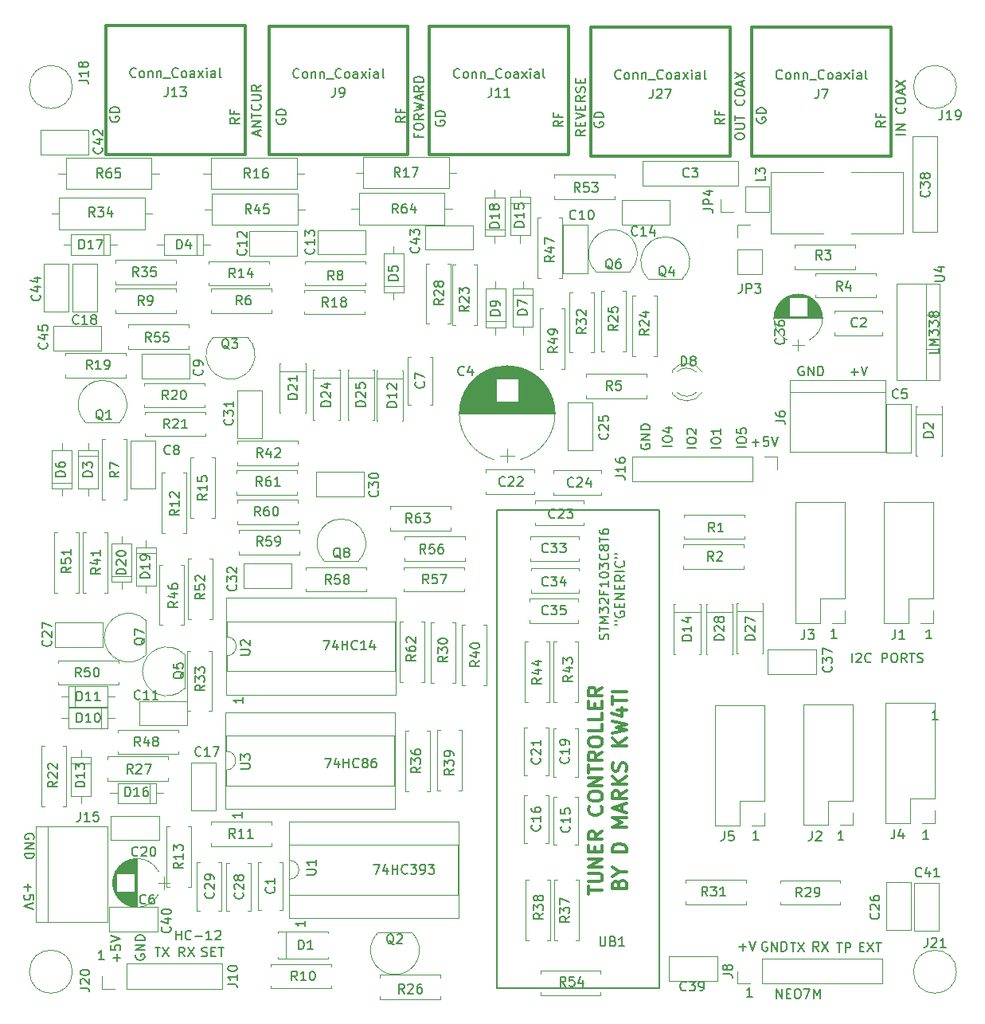
<source format=gbr>
G04 #@! TF.FileFunction,Legend,Top*
%FSLAX46Y46*%
G04 Gerber Fmt 4.6, Leading zero omitted, Abs format (unit mm)*
G04 Created by KiCad (PCBNEW 4.0.7) date 03/08/19 05:47:22*
%MOMM*%
%LPD*%
G01*
G04 APERTURE LIST*
%ADD10C,0.100000*%
%ADD11C,0.150000*%
%ADD12C,0.300000*%
%ADD13C,0.120000*%
%ADD14C,0.200000*%
G04 APERTURE END LIST*
D10*
D11*
X145740381Y-34663047D02*
X145264190Y-34996381D01*
X145740381Y-35234476D02*
X144740381Y-35234476D01*
X144740381Y-34853523D01*
X144788000Y-34758285D01*
X144835619Y-34710666D01*
X144930857Y-34663047D01*
X145073714Y-34663047D01*
X145168952Y-34710666D01*
X145216571Y-34758285D01*
X145264190Y-34853523D01*
X145264190Y-35234476D01*
X145216571Y-33901142D02*
X145216571Y-34234476D01*
X145740381Y-34234476D02*
X144740381Y-34234476D01*
X144740381Y-33758285D01*
X132088000Y-34274095D02*
X132040381Y-34369333D01*
X132040381Y-34512190D01*
X132088000Y-34655048D01*
X132183238Y-34750286D01*
X132278476Y-34797905D01*
X132468952Y-34845524D01*
X132611810Y-34845524D01*
X132802286Y-34797905D01*
X132897524Y-34750286D01*
X132992762Y-34655048D01*
X133040381Y-34512190D01*
X133040381Y-34416952D01*
X132992762Y-34274095D01*
X132945143Y-34226476D01*
X132611810Y-34226476D01*
X132611810Y-34416952D01*
X133040381Y-33797905D02*
X132040381Y-33797905D01*
X132040381Y-33559810D01*
X132088000Y-33416952D01*
X132183238Y-33321714D01*
X132278476Y-33274095D01*
X132468952Y-33226476D01*
X132611810Y-33226476D01*
X132802286Y-33274095D01*
X132897524Y-33321714D01*
X132992762Y-33416952D01*
X133040381Y-33559810D01*
X133040381Y-33797905D01*
X128595381Y-34345547D02*
X128119190Y-34678881D01*
X128595381Y-34916976D02*
X127595381Y-34916976D01*
X127595381Y-34536023D01*
X127643000Y-34440785D01*
X127690619Y-34393166D01*
X127785857Y-34345547D01*
X127928714Y-34345547D01*
X128023952Y-34393166D01*
X128071571Y-34440785D01*
X128119190Y-34536023D01*
X128119190Y-34916976D01*
X128071571Y-33583642D02*
X128071571Y-33916976D01*
X128595381Y-33916976D02*
X127595381Y-33916976D01*
X127595381Y-33440785D01*
X114816000Y-34718595D02*
X114768381Y-34813833D01*
X114768381Y-34956690D01*
X114816000Y-35099548D01*
X114911238Y-35194786D01*
X115006476Y-35242405D01*
X115196952Y-35290024D01*
X115339810Y-35290024D01*
X115530286Y-35242405D01*
X115625524Y-35194786D01*
X115720762Y-35099548D01*
X115768381Y-34956690D01*
X115768381Y-34861452D01*
X115720762Y-34718595D01*
X115673143Y-34670976D01*
X115339810Y-34670976D01*
X115339810Y-34861452D01*
X115768381Y-34242405D02*
X114768381Y-34242405D01*
X114768381Y-34004310D01*
X114816000Y-33861452D01*
X114911238Y-33766214D01*
X115006476Y-33718595D01*
X115196952Y-33670976D01*
X115339810Y-33670976D01*
X115530286Y-33718595D01*
X115625524Y-33766214D01*
X115720762Y-33861452D01*
X115768381Y-34004310D01*
X115768381Y-34242405D01*
X129754381Y-36329524D02*
X129754381Y-36139047D01*
X129802000Y-36043809D01*
X129897238Y-35948571D01*
X130087714Y-35900952D01*
X130421048Y-35900952D01*
X130611524Y-35948571D01*
X130706762Y-36043809D01*
X130754381Y-36139047D01*
X130754381Y-36329524D01*
X130706762Y-36424762D01*
X130611524Y-36520000D01*
X130421048Y-36567619D01*
X130087714Y-36567619D01*
X129897238Y-36520000D01*
X129802000Y-36424762D01*
X129754381Y-36329524D01*
X129754381Y-35472381D02*
X130563905Y-35472381D01*
X130659143Y-35424762D01*
X130706762Y-35377143D01*
X130754381Y-35281905D01*
X130754381Y-35091428D01*
X130706762Y-34996190D01*
X130659143Y-34948571D01*
X130563905Y-34900952D01*
X129754381Y-34900952D01*
X129754381Y-34567619D02*
X129754381Y-33996190D01*
X130754381Y-34281905D02*
X129754381Y-34281905D01*
X130659143Y-32329523D02*
X130706762Y-32377142D01*
X130754381Y-32519999D01*
X130754381Y-32615237D01*
X130706762Y-32758095D01*
X130611524Y-32853333D01*
X130516286Y-32900952D01*
X130325810Y-32948571D01*
X130182952Y-32948571D01*
X129992476Y-32900952D01*
X129897238Y-32853333D01*
X129802000Y-32758095D01*
X129754381Y-32615237D01*
X129754381Y-32519999D01*
X129802000Y-32377142D01*
X129849619Y-32329523D01*
X129754381Y-31710476D02*
X129754381Y-31519999D01*
X129802000Y-31424761D01*
X129897238Y-31329523D01*
X130087714Y-31281904D01*
X130421048Y-31281904D01*
X130611524Y-31329523D01*
X130706762Y-31424761D01*
X130754381Y-31519999D01*
X130754381Y-31710476D01*
X130706762Y-31805714D01*
X130611524Y-31900952D01*
X130421048Y-31948571D01*
X130087714Y-31948571D01*
X129897238Y-31900952D01*
X129802000Y-31805714D01*
X129754381Y-31710476D01*
X130468667Y-30900952D02*
X130468667Y-30424761D01*
X130754381Y-30996190D02*
X129754381Y-30662857D01*
X130754381Y-30329523D01*
X129754381Y-30091428D02*
X130754381Y-29424761D01*
X129754381Y-29424761D02*
X130754381Y-30091428D01*
X113799881Y-35599381D02*
X113323690Y-35932715D01*
X113799881Y-36170810D02*
X112799881Y-36170810D01*
X112799881Y-35789857D01*
X112847500Y-35694619D01*
X112895119Y-35647000D01*
X112990357Y-35599381D01*
X113133214Y-35599381D01*
X113228452Y-35647000D01*
X113276071Y-35694619D01*
X113323690Y-35789857D01*
X113323690Y-36170810D01*
X113276071Y-35170810D02*
X113276071Y-34837476D01*
X113799881Y-34694619D02*
X113799881Y-35170810D01*
X112799881Y-35170810D01*
X112799881Y-34694619D01*
X112799881Y-34408905D02*
X113799881Y-34075572D01*
X112799881Y-33742238D01*
X113276071Y-33408905D02*
X113276071Y-33075571D01*
X113799881Y-32932714D02*
X113799881Y-33408905D01*
X112799881Y-33408905D01*
X112799881Y-32932714D01*
X113799881Y-31932714D02*
X113323690Y-32266048D01*
X113799881Y-32504143D02*
X112799881Y-32504143D01*
X112799881Y-32123190D01*
X112847500Y-32027952D01*
X112895119Y-31980333D01*
X112990357Y-31932714D01*
X113133214Y-31932714D01*
X113228452Y-31980333D01*
X113276071Y-32027952D01*
X113323690Y-32123190D01*
X113323690Y-32504143D01*
X113752262Y-31551762D02*
X113799881Y-31408905D01*
X113799881Y-31170809D01*
X113752262Y-31075571D01*
X113704643Y-31027952D01*
X113609405Y-30980333D01*
X113514167Y-30980333D01*
X113418929Y-31027952D01*
X113371310Y-31075571D01*
X113323690Y-31170809D01*
X113276071Y-31361286D01*
X113228452Y-31456524D01*
X113180833Y-31504143D01*
X113085595Y-31551762D01*
X112990357Y-31551762D01*
X112895119Y-31504143D01*
X112847500Y-31456524D01*
X112799881Y-31361286D01*
X112799881Y-31123190D01*
X112847500Y-30980333D01*
X113276071Y-30551762D02*
X113276071Y-30218428D01*
X113799881Y-30075571D02*
X113799881Y-30551762D01*
X112799881Y-30551762D01*
X112799881Y-30075571D01*
X96067571Y-36027952D02*
X96067571Y-36361286D01*
X96591381Y-36361286D02*
X95591381Y-36361286D01*
X95591381Y-35885095D01*
X95591381Y-35313667D02*
X95591381Y-35123190D01*
X95639000Y-35027952D01*
X95734238Y-34932714D01*
X95924714Y-34885095D01*
X96258048Y-34885095D01*
X96448524Y-34932714D01*
X96543762Y-35027952D01*
X96591381Y-35123190D01*
X96591381Y-35313667D01*
X96543762Y-35408905D01*
X96448524Y-35504143D01*
X96258048Y-35551762D01*
X95924714Y-35551762D01*
X95734238Y-35504143D01*
X95639000Y-35408905D01*
X95591381Y-35313667D01*
X96591381Y-33885095D02*
X96115190Y-34218429D01*
X96591381Y-34456524D02*
X95591381Y-34456524D01*
X95591381Y-34075571D01*
X95639000Y-33980333D01*
X95686619Y-33932714D01*
X95781857Y-33885095D01*
X95924714Y-33885095D01*
X96019952Y-33932714D01*
X96067571Y-33980333D01*
X96115190Y-34075571D01*
X96115190Y-34456524D01*
X95591381Y-33551762D02*
X96591381Y-33313667D01*
X95877095Y-33123190D01*
X96591381Y-32932714D01*
X95591381Y-32694619D01*
X96305667Y-32361286D02*
X96305667Y-31885095D01*
X96591381Y-32456524D02*
X95591381Y-32123191D01*
X96591381Y-31789857D01*
X96591381Y-30885095D02*
X96115190Y-31218429D01*
X96591381Y-31456524D02*
X95591381Y-31456524D01*
X95591381Y-31075571D01*
X95639000Y-30980333D01*
X95686619Y-30932714D01*
X95781857Y-30885095D01*
X95924714Y-30885095D01*
X96019952Y-30932714D01*
X96067571Y-30980333D01*
X96115190Y-31075571D01*
X96115190Y-31456524D01*
X96591381Y-30456524D02*
X95591381Y-30456524D01*
X95591381Y-30218429D01*
X95639000Y-30075571D01*
X95734238Y-29980333D01*
X95829476Y-29932714D01*
X96019952Y-29885095D01*
X96162810Y-29885095D01*
X96353286Y-29932714D01*
X96448524Y-29980333D01*
X96543762Y-30075571D01*
X96591381Y-30218429D01*
X96591381Y-30456524D01*
X79033667Y-36131167D02*
X79033667Y-35654976D01*
X79319381Y-36226405D02*
X78319381Y-35893072D01*
X79319381Y-35559738D01*
X79319381Y-35226405D02*
X78319381Y-35226405D01*
X79319381Y-34654976D01*
X78319381Y-34654976D01*
X78319381Y-34321643D02*
X78319381Y-33750214D01*
X79319381Y-34035929D02*
X78319381Y-34035929D01*
X79224143Y-32845452D02*
X79271762Y-32893071D01*
X79319381Y-33035928D01*
X79319381Y-33131166D01*
X79271762Y-33274024D01*
X79176524Y-33369262D01*
X79081286Y-33416881D01*
X78890810Y-33464500D01*
X78747952Y-33464500D01*
X78557476Y-33416881D01*
X78462238Y-33369262D01*
X78367000Y-33274024D01*
X78319381Y-33131166D01*
X78319381Y-33035928D01*
X78367000Y-32893071D01*
X78414619Y-32845452D01*
X78319381Y-32416881D02*
X79128905Y-32416881D01*
X79224143Y-32369262D01*
X79271762Y-32321643D01*
X79319381Y-32226405D01*
X79319381Y-32035928D01*
X79271762Y-31940690D01*
X79224143Y-31893071D01*
X79128905Y-31845452D01*
X78319381Y-31845452D01*
X79319381Y-30797833D02*
X78843190Y-31131167D01*
X79319381Y-31369262D02*
X78319381Y-31369262D01*
X78319381Y-30988309D01*
X78367000Y-30893071D01*
X78414619Y-30845452D01*
X78509857Y-30797833D01*
X78652714Y-30797833D01*
X78747952Y-30845452D01*
X78795571Y-30893071D01*
X78843190Y-30988309D01*
X78843190Y-31369262D01*
X111450381Y-34599547D02*
X110974190Y-34932881D01*
X111450381Y-35170976D02*
X110450381Y-35170976D01*
X110450381Y-34790023D01*
X110498000Y-34694785D01*
X110545619Y-34647166D01*
X110640857Y-34599547D01*
X110783714Y-34599547D01*
X110878952Y-34647166D01*
X110926571Y-34694785D01*
X110974190Y-34790023D01*
X110974190Y-35170976D01*
X110926571Y-33837642D02*
X110926571Y-34170976D01*
X111450381Y-34170976D02*
X110450381Y-34170976D01*
X110450381Y-33694785D01*
X97925000Y-34591595D02*
X97877381Y-34686833D01*
X97877381Y-34829690D01*
X97925000Y-34972548D01*
X98020238Y-35067786D01*
X98115476Y-35115405D01*
X98305952Y-35163024D01*
X98448810Y-35163024D01*
X98639286Y-35115405D01*
X98734524Y-35067786D01*
X98829762Y-34972548D01*
X98877381Y-34829690D01*
X98877381Y-34734452D01*
X98829762Y-34591595D01*
X98782143Y-34543976D01*
X98448810Y-34543976D01*
X98448810Y-34734452D01*
X98877381Y-34115405D02*
X97877381Y-34115405D01*
X97877381Y-33877310D01*
X97925000Y-33734452D01*
X98020238Y-33639214D01*
X98115476Y-33591595D01*
X98305952Y-33543976D01*
X98448810Y-33543976D01*
X98639286Y-33591595D01*
X98734524Y-33639214D01*
X98829762Y-33734452D01*
X98877381Y-33877310D01*
X98877381Y-34115405D01*
X94686381Y-34155047D02*
X94210190Y-34488381D01*
X94686381Y-34726476D02*
X93686381Y-34726476D01*
X93686381Y-34345523D01*
X93734000Y-34250285D01*
X93781619Y-34202666D01*
X93876857Y-34155047D01*
X94019714Y-34155047D01*
X94114952Y-34202666D01*
X94162571Y-34250285D01*
X94210190Y-34345523D01*
X94210190Y-34726476D01*
X94162571Y-33393142D02*
X94162571Y-33726476D01*
X94686381Y-33726476D02*
X93686381Y-33726476D01*
X93686381Y-33250285D01*
X81034000Y-34401095D02*
X80986381Y-34496333D01*
X80986381Y-34639190D01*
X81034000Y-34782048D01*
X81129238Y-34877286D01*
X81224476Y-34924905D01*
X81414952Y-34972524D01*
X81557810Y-34972524D01*
X81748286Y-34924905D01*
X81843524Y-34877286D01*
X81938762Y-34782048D01*
X81986381Y-34639190D01*
X81986381Y-34543952D01*
X81938762Y-34401095D01*
X81891143Y-34353476D01*
X81557810Y-34353476D01*
X81557810Y-34543952D01*
X81986381Y-33924905D02*
X80986381Y-33924905D01*
X80986381Y-33686810D01*
X81034000Y-33543952D01*
X81129238Y-33448714D01*
X81224476Y-33401095D01*
X81414952Y-33353476D01*
X81557810Y-33353476D01*
X81748286Y-33401095D01*
X81843524Y-33448714D01*
X81938762Y-33543952D01*
X81986381Y-33686810D01*
X81986381Y-33924905D01*
X77033381Y-34282047D02*
X76557190Y-34615381D01*
X77033381Y-34853476D02*
X76033381Y-34853476D01*
X76033381Y-34472523D01*
X76081000Y-34377285D01*
X76128619Y-34329666D01*
X76223857Y-34282047D01*
X76366714Y-34282047D01*
X76461952Y-34329666D01*
X76509571Y-34377285D01*
X76557190Y-34472523D01*
X76557190Y-34853476D01*
X76509571Y-33520142D02*
X76509571Y-33853476D01*
X77033381Y-33853476D02*
X76033381Y-33853476D01*
X76033381Y-33377285D01*
X63317500Y-34147095D02*
X63269881Y-34242333D01*
X63269881Y-34385190D01*
X63317500Y-34528048D01*
X63412738Y-34623286D01*
X63507976Y-34670905D01*
X63698452Y-34718524D01*
X63841310Y-34718524D01*
X64031786Y-34670905D01*
X64127024Y-34623286D01*
X64222262Y-34528048D01*
X64269881Y-34385190D01*
X64269881Y-34289952D01*
X64222262Y-34147095D01*
X64174643Y-34099476D01*
X63841310Y-34099476D01*
X63841310Y-34289952D01*
X64269881Y-33670905D02*
X63269881Y-33670905D01*
X63269881Y-33432810D01*
X63317500Y-33289952D01*
X63412738Y-33194714D01*
X63507976Y-33147095D01*
X63698452Y-33099476D01*
X63841310Y-33099476D01*
X64031786Y-33147095D01*
X64127024Y-33194714D01*
X64222262Y-33289952D01*
X64269881Y-33432810D01*
X64269881Y-33670905D01*
X142065476Y-61285429D02*
X142827381Y-61285429D01*
X142446429Y-61666381D02*
X142446429Y-60904476D01*
X143160714Y-60666381D02*
X143494047Y-61666381D01*
X143827381Y-60666381D01*
X137033096Y-60714000D02*
X136937858Y-60666381D01*
X136795001Y-60666381D01*
X136652143Y-60714000D01*
X136556905Y-60809238D01*
X136509286Y-60904476D01*
X136461667Y-61094952D01*
X136461667Y-61237810D01*
X136509286Y-61428286D01*
X136556905Y-61523524D01*
X136652143Y-61618762D01*
X136795001Y-61666381D01*
X136890239Y-61666381D01*
X137033096Y-61618762D01*
X137080715Y-61571143D01*
X137080715Y-61237810D01*
X136890239Y-61237810D01*
X137509286Y-61666381D02*
X137509286Y-60666381D01*
X138080715Y-61666381D01*
X138080715Y-60666381D01*
X138556905Y-61666381D02*
X138556905Y-60666381D01*
X138795000Y-60666381D01*
X138937858Y-60714000D01*
X139033096Y-60809238D01*
X139080715Y-60904476D01*
X139128334Y-61094952D01*
X139128334Y-61237810D01*
X139080715Y-61428286D01*
X139033096Y-61523524D01*
X138937858Y-61618762D01*
X138795000Y-61666381D01*
X138556905Y-61666381D01*
X143010071Y-122356571D02*
X143343405Y-122356571D01*
X143486262Y-122880381D02*
X143010071Y-122880381D01*
X143010071Y-121880381D01*
X143486262Y-121880381D01*
X143819595Y-121880381D02*
X144486262Y-122880381D01*
X144486262Y-121880381D02*
X143819595Y-122880381D01*
X144724357Y-121880381D02*
X145295786Y-121880381D01*
X145010071Y-122880381D02*
X145010071Y-121880381D01*
X134151976Y-127833381D02*
X134151976Y-126833381D01*
X134723405Y-127833381D01*
X134723405Y-126833381D01*
X135199595Y-127309571D02*
X135532929Y-127309571D01*
X135675786Y-127833381D02*
X135199595Y-127833381D01*
X135199595Y-126833381D01*
X135675786Y-126833381D01*
X136294833Y-126833381D02*
X136485310Y-126833381D01*
X136580548Y-126881000D01*
X136675786Y-126976238D01*
X136723405Y-127166714D01*
X136723405Y-127500048D01*
X136675786Y-127690524D01*
X136580548Y-127785762D01*
X136485310Y-127833381D01*
X136294833Y-127833381D01*
X136199595Y-127785762D01*
X136104357Y-127690524D01*
X136056738Y-127500048D01*
X136056738Y-127166714D01*
X136104357Y-126976238D01*
X136199595Y-126881000D01*
X136294833Y-126833381D01*
X137056738Y-126833381D02*
X137723405Y-126833381D01*
X137294833Y-127833381D01*
X138104357Y-127833381D02*
X138104357Y-126833381D01*
X138437691Y-127547667D01*
X138771024Y-126833381D01*
X138771024Y-127833381D01*
X140565286Y-121943881D02*
X141136715Y-121943881D01*
X140851000Y-122943881D02*
X140851000Y-121943881D01*
X141470048Y-122943881D02*
X141470048Y-121943881D01*
X141851001Y-121943881D01*
X141946239Y-121991500D01*
X141993858Y-122039119D01*
X142041477Y-122134357D01*
X142041477Y-122277214D01*
X141993858Y-122372452D01*
X141946239Y-122420071D01*
X141851001Y-122467690D01*
X141470048Y-122467690D01*
X77414381Y-95853285D02*
X77414381Y-96424714D01*
X77414381Y-96139000D02*
X76414381Y-96139000D01*
X76557238Y-96234238D01*
X76652476Y-96329476D01*
X76700095Y-96424714D01*
X77287381Y-108045285D02*
X77287381Y-108616714D01*
X77287381Y-108331000D02*
X76287381Y-108331000D01*
X76430238Y-108426238D01*
X76525476Y-108521476D01*
X76573095Y-108616714D01*
X151379181Y-58789676D02*
X151379181Y-59265867D01*
X150379181Y-59265867D01*
X151379181Y-58456343D02*
X150379181Y-58456343D01*
X151093467Y-58123009D01*
X150379181Y-57789676D01*
X151379181Y-57789676D01*
X150379181Y-57408724D02*
X150379181Y-56789676D01*
X150760133Y-57123010D01*
X150760133Y-56980152D01*
X150807752Y-56884914D01*
X150855371Y-56837295D01*
X150950610Y-56789676D01*
X151188705Y-56789676D01*
X151283943Y-56837295D01*
X151331562Y-56884914D01*
X151379181Y-56980152D01*
X151379181Y-57265867D01*
X151331562Y-57361105D01*
X151283943Y-57408724D01*
X150379181Y-56456343D02*
X150379181Y-55837295D01*
X150760133Y-56170629D01*
X150760133Y-56027771D01*
X150807752Y-55932533D01*
X150855371Y-55884914D01*
X150950610Y-55837295D01*
X151188705Y-55837295D01*
X151283943Y-55884914D01*
X151331562Y-55932533D01*
X151379181Y-56027771D01*
X151379181Y-56313486D01*
X151331562Y-56408724D01*
X151283943Y-56456343D01*
X150807752Y-55265867D02*
X150760133Y-55361105D01*
X150712514Y-55408724D01*
X150617276Y-55456343D01*
X150569657Y-55456343D01*
X150474419Y-55408724D01*
X150426800Y-55361105D01*
X150379181Y-55265867D01*
X150379181Y-55075390D01*
X150426800Y-54980152D01*
X150474419Y-54932533D01*
X150569657Y-54884914D01*
X150617276Y-54884914D01*
X150712514Y-54932533D01*
X150760133Y-54980152D01*
X150807752Y-55075390D01*
X150807752Y-55265867D01*
X150855371Y-55361105D01*
X150902990Y-55408724D01*
X150998229Y-55456343D01*
X151188705Y-55456343D01*
X151283943Y-55408724D01*
X151331562Y-55361105D01*
X151379181Y-55265867D01*
X151379181Y-55075390D01*
X151331562Y-54980152D01*
X151283943Y-54932533D01*
X151188705Y-54884914D01*
X150998229Y-54884914D01*
X150902990Y-54932533D01*
X150855371Y-54980152D01*
X150807752Y-55075390D01*
X86114286Y-102322381D02*
X86780953Y-102322381D01*
X86352381Y-103322381D01*
X87590477Y-102655714D02*
X87590477Y-103322381D01*
X87352381Y-102274762D02*
X87114286Y-102989048D01*
X87733334Y-102989048D01*
X88114286Y-103322381D02*
X88114286Y-102322381D01*
X88114286Y-102798571D02*
X88685715Y-102798571D01*
X88685715Y-103322381D02*
X88685715Y-102322381D01*
X89733334Y-103227143D02*
X89685715Y-103274762D01*
X89542858Y-103322381D01*
X89447620Y-103322381D01*
X89304762Y-103274762D01*
X89209524Y-103179524D01*
X89161905Y-103084286D01*
X89114286Y-102893810D01*
X89114286Y-102750952D01*
X89161905Y-102560476D01*
X89209524Y-102465238D01*
X89304762Y-102370000D01*
X89447620Y-102322381D01*
X89542858Y-102322381D01*
X89685715Y-102370000D01*
X89733334Y-102417619D01*
X90304762Y-102750952D02*
X90209524Y-102703333D01*
X90161905Y-102655714D01*
X90114286Y-102560476D01*
X90114286Y-102512857D01*
X90161905Y-102417619D01*
X90209524Y-102370000D01*
X90304762Y-102322381D01*
X90495239Y-102322381D01*
X90590477Y-102370000D01*
X90638096Y-102417619D01*
X90685715Y-102512857D01*
X90685715Y-102560476D01*
X90638096Y-102655714D01*
X90590477Y-102703333D01*
X90495239Y-102750952D01*
X90304762Y-102750952D01*
X90209524Y-102798571D01*
X90161905Y-102846190D01*
X90114286Y-102941429D01*
X90114286Y-103131905D01*
X90161905Y-103227143D01*
X90209524Y-103274762D01*
X90304762Y-103322381D01*
X90495239Y-103322381D01*
X90590477Y-103274762D01*
X90638096Y-103227143D01*
X90685715Y-103131905D01*
X90685715Y-102941429D01*
X90638096Y-102846190D01*
X90590477Y-102798571D01*
X90495239Y-102750952D01*
X91542858Y-102322381D02*
X91352381Y-102322381D01*
X91257143Y-102370000D01*
X91209524Y-102417619D01*
X91114286Y-102560476D01*
X91066667Y-102750952D01*
X91066667Y-103131905D01*
X91114286Y-103227143D01*
X91161905Y-103274762D01*
X91257143Y-103322381D01*
X91447620Y-103322381D01*
X91542858Y-103274762D01*
X91590477Y-103227143D01*
X91638096Y-103131905D01*
X91638096Y-102893810D01*
X91590477Y-102798571D01*
X91542858Y-102750952D01*
X91447620Y-102703333D01*
X91257143Y-102703333D01*
X91161905Y-102750952D01*
X91114286Y-102798571D01*
X91066667Y-102893810D01*
X132238715Y-110967781D02*
X131667286Y-110967781D01*
X131953000Y-110967781D02*
X131953000Y-109967781D01*
X131857762Y-110110638D01*
X131762524Y-110205876D01*
X131667286Y-110253495D01*
X141281115Y-110993181D02*
X140709686Y-110993181D01*
X140995400Y-110993181D02*
X140995400Y-109993181D01*
X140900162Y-110136038D01*
X140804924Y-110231276D01*
X140709686Y-110278895D01*
X150323515Y-110927141D02*
X149752086Y-110927141D01*
X150037800Y-110927141D02*
X150037800Y-109927141D01*
X149942562Y-110069998D01*
X149847324Y-110165236D01*
X149752086Y-110212855D01*
X151288715Y-98191581D02*
X150717286Y-98191581D01*
X151003000Y-98191581D02*
X151003000Y-97191581D01*
X150907762Y-97334438D01*
X150812524Y-97429676D01*
X150717286Y-97477295D01*
X150653715Y-89606381D02*
X150082286Y-89606381D01*
X150368000Y-89606381D02*
X150368000Y-88606381D01*
X150272762Y-88749238D01*
X150177524Y-88844476D01*
X150082286Y-88892095D01*
X140557215Y-89542881D02*
X139985786Y-89542881D01*
X140271500Y-89542881D02*
X140271500Y-88542881D01*
X140176262Y-88685738D01*
X140081024Y-88780976D01*
X139985786Y-88828595D01*
X55173500Y-110871096D02*
X55221119Y-110775858D01*
X55221119Y-110633001D01*
X55173500Y-110490143D01*
X55078262Y-110394905D01*
X54983024Y-110347286D01*
X54792548Y-110299667D01*
X54649690Y-110299667D01*
X54459214Y-110347286D01*
X54363976Y-110394905D01*
X54268738Y-110490143D01*
X54221119Y-110633001D01*
X54221119Y-110728239D01*
X54268738Y-110871096D01*
X54316357Y-110918715D01*
X54649690Y-110918715D01*
X54649690Y-110728239D01*
X54221119Y-111347286D02*
X55221119Y-111347286D01*
X54221119Y-111918715D01*
X55221119Y-111918715D01*
X54221119Y-112394905D02*
X55221119Y-112394905D01*
X55221119Y-112633000D01*
X55173500Y-112775858D01*
X55078262Y-112871096D01*
X54983024Y-112918715D01*
X54792548Y-112966334D01*
X54649690Y-112966334D01*
X54459214Y-112918715D01*
X54363976Y-112871096D01*
X54268738Y-112775858D01*
X54221119Y-112633000D01*
X54221119Y-112394905D01*
X54538571Y-115617786D02*
X54538571Y-116379691D01*
X54157619Y-115998739D02*
X54919524Y-115998739D01*
X55157619Y-117332072D02*
X55157619Y-116855881D01*
X54681429Y-116808262D01*
X54729048Y-116855881D01*
X54776667Y-116951119D01*
X54776667Y-117189215D01*
X54729048Y-117284453D01*
X54681429Y-117332072D01*
X54586190Y-117379691D01*
X54348095Y-117379691D01*
X54252857Y-117332072D01*
X54205238Y-117284453D01*
X54157619Y-117189215D01*
X54157619Y-116951119D01*
X54205238Y-116855881D01*
X54252857Y-116808262D01*
X55157619Y-117665405D02*
X54157619Y-117998738D01*
X55157619Y-118332072D01*
X85961886Y-89800181D02*
X86628553Y-89800181D01*
X86199981Y-90800181D01*
X87438077Y-90133514D02*
X87438077Y-90800181D01*
X87199981Y-89752562D02*
X86961886Y-90466848D01*
X87580934Y-90466848D01*
X87961886Y-90800181D02*
X87961886Y-89800181D01*
X87961886Y-90276371D02*
X88533315Y-90276371D01*
X88533315Y-90800181D02*
X88533315Y-89800181D01*
X89580934Y-90704943D02*
X89533315Y-90752562D01*
X89390458Y-90800181D01*
X89295220Y-90800181D01*
X89152362Y-90752562D01*
X89057124Y-90657324D01*
X89009505Y-90562086D01*
X88961886Y-90371610D01*
X88961886Y-90228752D01*
X89009505Y-90038276D01*
X89057124Y-89943038D01*
X89152362Y-89847800D01*
X89295220Y-89800181D01*
X89390458Y-89800181D01*
X89533315Y-89847800D01*
X89580934Y-89895419D01*
X90533315Y-90800181D02*
X89961886Y-90800181D01*
X90247600Y-90800181D02*
X90247600Y-89800181D01*
X90152362Y-89943038D01*
X90057124Y-90038276D01*
X89961886Y-90085895D01*
X91390458Y-90133514D02*
X91390458Y-90800181D01*
X91152362Y-89752562D02*
X90914267Y-90466848D01*
X91533315Y-90466848D01*
X73048952Y-123340762D02*
X73191809Y-123388381D01*
X73429905Y-123388381D01*
X73525143Y-123340762D01*
X73572762Y-123293143D01*
X73620381Y-123197905D01*
X73620381Y-123102667D01*
X73572762Y-123007429D01*
X73525143Y-122959810D01*
X73429905Y-122912190D01*
X73239428Y-122864571D01*
X73144190Y-122816952D01*
X73096571Y-122769333D01*
X73048952Y-122674095D01*
X73048952Y-122578857D01*
X73096571Y-122483619D01*
X73144190Y-122436000D01*
X73239428Y-122388381D01*
X73477524Y-122388381D01*
X73620381Y-122436000D01*
X74048952Y-122864571D02*
X74382286Y-122864571D01*
X74525143Y-123388381D02*
X74048952Y-123388381D01*
X74048952Y-122388381D01*
X74525143Y-122388381D01*
X74810857Y-122388381D02*
X75382286Y-122388381D01*
X75096571Y-123388381D02*
X75096571Y-122388381D01*
X71207334Y-123388381D02*
X70874000Y-122912190D01*
X70635905Y-123388381D02*
X70635905Y-122388381D01*
X71016858Y-122388381D01*
X71112096Y-122436000D01*
X71159715Y-122483619D01*
X71207334Y-122578857D01*
X71207334Y-122721714D01*
X71159715Y-122816952D01*
X71112096Y-122864571D01*
X71016858Y-122912190D01*
X70635905Y-122912190D01*
X71540667Y-122388381D02*
X72207334Y-123388381D01*
X72207334Y-122388381D02*
X71540667Y-123388381D01*
X68072095Y-122388381D02*
X68643524Y-122388381D01*
X68357809Y-123388381D02*
X68357809Y-122388381D01*
X68881619Y-122388381D02*
X69548286Y-123388381D01*
X69548286Y-122388381D02*
X68881619Y-123388381D01*
X64015929Y-123904214D02*
X64015929Y-123142309D01*
X64396881Y-123523261D02*
X63634976Y-123523261D01*
X63396881Y-122189928D02*
X63396881Y-122666119D01*
X63873071Y-122713738D01*
X63825452Y-122666119D01*
X63777833Y-122570881D01*
X63777833Y-122332785D01*
X63825452Y-122237547D01*
X63873071Y-122189928D01*
X63968310Y-122142309D01*
X64206405Y-122142309D01*
X64301643Y-122189928D01*
X64349262Y-122237547D01*
X64396881Y-122332785D01*
X64396881Y-122570881D01*
X64349262Y-122666119D01*
X64301643Y-122713738D01*
X63396881Y-121856595D02*
X64396881Y-121523262D01*
X63396881Y-121189928D01*
X66048000Y-123189904D02*
X66000381Y-123285142D01*
X66000381Y-123427999D01*
X66048000Y-123570857D01*
X66143238Y-123666095D01*
X66238476Y-123713714D01*
X66428952Y-123761333D01*
X66571810Y-123761333D01*
X66762286Y-123713714D01*
X66857524Y-123666095D01*
X66952762Y-123570857D01*
X67000381Y-123427999D01*
X67000381Y-123332761D01*
X66952762Y-123189904D01*
X66905143Y-123142285D01*
X66571810Y-123142285D01*
X66571810Y-123332761D01*
X67000381Y-122713714D02*
X66000381Y-122713714D01*
X67000381Y-122142285D01*
X66000381Y-122142285D01*
X67000381Y-121666095D02*
X66000381Y-121666095D01*
X66000381Y-121428000D01*
X66048000Y-121285142D01*
X66143238Y-121189904D01*
X66238476Y-121142285D01*
X66428952Y-121094666D01*
X66571810Y-121094666D01*
X66762286Y-121142285D01*
X66857524Y-121189904D01*
X66952762Y-121285142D01*
X67000381Y-121428000D01*
X67000381Y-121666095D01*
X62655415Y-123705881D02*
X62083986Y-123705881D01*
X62369700Y-123705881D02*
X62369700Y-122705881D01*
X62274462Y-122848738D01*
X62179224Y-122943976D01*
X62083986Y-122991595D01*
X147835881Y-36043833D02*
X146835881Y-36043833D01*
X147835881Y-35567643D02*
X146835881Y-35567643D01*
X147835881Y-34996214D01*
X146835881Y-34996214D01*
X147740643Y-33186690D02*
X147788262Y-33234309D01*
X147835881Y-33377166D01*
X147835881Y-33472404D01*
X147788262Y-33615262D01*
X147693024Y-33710500D01*
X147597786Y-33758119D01*
X147407310Y-33805738D01*
X147264452Y-33805738D01*
X147073976Y-33758119D01*
X146978738Y-33710500D01*
X146883500Y-33615262D01*
X146835881Y-33472404D01*
X146835881Y-33377166D01*
X146883500Y-33234309D01*
X146931119Y-33186690D01*
X146835881Y-32567643D02*
X146835881Y-32377166D01*
X146883500Y-32281928D01*
X146978738Y-32186690D01*
X147169214Y-32139071D01*
X147502548Y-32139071D01*
X147693024Y-32186690D01*
X147788262Y-32281928D01*
X147835881Y-32377166D01*
X147835881Y-32567643D01*
X147788262Y-32662881D01*
X147693024Y-32758119D01*
X147502548Y-32805738D01*
X147169214Y-32805738D01*
X146978738Y-32758119D01*
X146883500Y-32662881D01*
X146835881Y-32567643D01*
X147550167Y-31758119D02*
X147550167Y-31281928D01*
X147835881Y-31853357D02*
X146835881Y-31520024D01*
X147835881Y-31186690D01*
X146835881Y-30948595D02*
X147835881Y-30281928D01*
X146835881Y-30281928D02*
X147835881Y-30948595D01*
D12*
X114133971Y-116786230D02*
X114133971Y-115929087D01*
X115633971Y-116357658D02*
X114133971Y-116357658D01*
X114133971Y-115429087D02*
X115348257Y-115429087D01*
X115491114Y-115357659D01*
X115562543Y-115286230D01*
X115633971Y-115143373D01*
X115633971Y-114857659D01*
X115562543Y-114714801D01*
X115491114Y-114643373D01*
X115348257Y-114571944D01*
X114133971Y-114571944D01*
X115633971Y-113857658D02*
X114133971Y-113857658D01*
X115633971Y-113000515D01*
X114133971Y-113000515D01*
X114848257Y-112286229D02*
X114848257Y-111786229D01*
X115633971Y-111571943D02*
X115633971Y-112286229D01*
X114133971Y-112286229D01*
X114133971Y-111571943D01*
X115633971Y-110071943D02*
X114919686Y-110571943D01*
X115633971Y-110929086D02*
X114133971Y-110929086D01*
X114133971Y-110357658D01*
X114205400Y-110214800D01*
X114276829Y-110143372D01*
X114419686Y-110071943D01*
X114633971Y-110071943D01*
X114776829Y-110143372D01*
X114848257Y-110214800D01*
X114919686Y-110357658D01*
X114919686Y-110929086D01*
X115491114Y-107429086D02*
X115562543Y-107500515D01*
X115633971Y-107714801D01*
X115633971Y-107857658D01*
X115562543Y-108071943D01*
X115419686Y-108214801D01*
X115276829Y-108286229D01*
X114991114Y-108357658D01*
X114776829Y-108357658D01*
X114491114Y-108286229D01*
X114348257Y-108214801D01*
X114205400Y-108071943D01*
X114133971Y-107857658D01*
X114133971Y-107714801D01*
X114205400Y-107500515D01*
X114276829Y-107429086D01*
X114133971Y-106500515D02*
X114133971Y-106214801D01*
X114205400Y-106071943D01*
X114348257Y-105929086D01*
X114633971Y-105857658D01*
X115133971Y-105857658D01*
X115419686Y-105929086D01*
X115562543Y-106071943D01*
X115633971Y-106214801D01*
X115633971Y-106500515D01*
X115562543Y-106643372D01*
X115419686Y-106786229D01*
X115133971Y-106857658D01*
X114633971Y-106857658D01*
X114348257Y-106786229D01*
X114205400Y-106643372D01*
X114133971Y-106500515D01*
X115633971Y-105214800D02*
X114133971Y-105214800D01*
X115633971Y-104357657D01*
X114133971Y-104357657D01*
X114133971Y-103857657D02*
X114133971Y-103000514D01*
X115633971Y-103429085D02*
X114133971Y-103429085D01*
X115633971Y-101643371D02*
X114919686Y-102143371D01*
X115633971Y-102500514D02*
X114133971Y-102500514D01*
X114133971Y-101929086D01*
X114205400Y-101786228D01*
X114276829Y-101714800D01*
X114419686Y-101643371D01*
X114633971Y-101643371D01*
X114776829Y-101714800D01*
X114848257Y-101786228D01*
X114919686Y-101929086D01*
X114919686Y-102500514D01*
X114133971Y-100714800D02*
X114133971Y-100429086D01*
X114205400Y-100286228D01*
X114348257Y-100143371D01*
X114633971Y-100071943D01*
X115133971Y-100071943D01*
X115419686Y-100143371D01*
X115562543Y-100286228D01*
X115633971Y-100429086D01*
X115633971Y-100714800D01*
X115562543Y-100857657D01*
X115419686Y-101000514D01*
X115133971Y-101071943D01*
X114633971Y-101071943D01*
X114348257Y-101000514D01*
X114205400Y-100857657D01*
X114133971Y-100714800D01*
X115633971Y-98714799D02*
X115633971Y-99429085D01*
X114133971Y-99429085D01*
X115633971Y-97500513D02*
X115633971Y-98214799D01*
X114133971Y-98214799D01*
X114848257Y-97000513D02*
X114848257Y-96500513D01*
X115633971Y-96286227D02*
X115633971Y-97000513D01*
X114133971Y-97000513D01*
X114133971Y-96286227D01*
X115633971Y-94786227D02*
X114919686Y-95286227D01*
X115633971Y-95643370D02*
X114133971Y-95643370D01*
X114133971Y-95071942D01*
X114205400Y-94929084D01*
X114276829Y-94857656D01*
X114419686Y-94786227D01*
X114633971Y-94786227D01*
X114776829Y-94857656D01*
X114848257Y-94929084D01*
X114919686Y-95071942D01*
X114919686Y-95643370D01*
X117398257Y-115679085D02*
X117469686Y-115464799D01*
X117541114Y-115393371D01*
X117683971Y-115321942D01*
X117898257Y-115321942D01*
X118041114Y-115393371D01*
X118112543Y-115464799D01*
X118183971Y-115607657D01*
X118183971Y-116179085D01*
X116683971Y-116179085D01*
X116683971Y-115679085D01*
X116755400Y-115536228D01*
X116826829Y-115464799D01*
X116969686Y-115393371D01*
X117112543Y-115393371D01*
X117255400Y-115464799D01*
X117326829Y-115536228D01*
X117398257Y-115679085D01*
X117398257Y-116179085D01*
X117469686Y-114393371D02*
X118183971Y-114393371D01*
X116683971Y-114893371D02*
X117469686Y-114393371D01*
X116683971Y-113893371D01*
X118183971Y-112250514D02*
X116683971Y-112250514D01*
X116683971Y-111893371D01*
X116755400Y-111679086D01*
X116898257Y-111536228D01*
X117041114Y-111464800D01*
X117326829Y-111393371D01*
X117541114Y-111393371D01*
X117826829Y-111464800D01*
X117969686Y-111536228D01*
X118112543Y-111679086D01*
X118183971Y-111893371D01*
X118183971Y-112250514D01*
X118183971Y-109607657D02*
X116683971Y-109607657D01*
X117755400Y-109107657D01*
X116683971Y-108607657D01*
X118183971Y-108607657D01*
X117755400Y-107964800D02*
X117755400Y-107250514D01*
X118183971Y-108107657D02*
X116683971Y-107607657D01*
X118183971Y-107107657D01*
X118183971Y-105750514D02*
X117469686Y-106250514D01*
X118183971Y-106607657D02*
X116683971Y-106607657D01*
X116683971Y-106036229D01*
X116755400Y-105893371D01*
X116826829Y-105821943D01*
X116969686Y-105750514D01*
X117183971Y-105750514D01*
X117326829Y-105821943D01*
X117398257Y-105893371D01*
X117469686Y-106036229D01*
X117469686Y-106607657D01*
X118183971Y-105107657D02*
X116683971Y-105107657D01*
X118183971Y-104250514D02*
X117326829Y-104893371D01*
X116683971Y-104250514D02*
X117541114Y-105107657D01*
X118112543Y-103679086D02*
X118183971Y-103464800D01*
X118183971Y-103107657D01*
X118112543Y-102964800D01*
X118041114Y-102893371D01*
X117898257Y-102821943D01*
X117755400Y-102821943D01*
X117612543Y-102893371D01*
X117541114Y-102964800D01*
X117469686Y-103107657D01*
X117398257Y-103393371D01*
X117326829Y-103536229D01*
X117255400Y-103607657D01*
X117112543Y-103679086D01*
X116969686Y-103679086D01*
X116826829Y-103607657D01*
X116755400Y-103536229D01*
X116683971Y-103393371D01*
X116683971Y-103036229D01*
X116755400Y-102821943D01*
X118183971Y-101036229D02*
X116683971Y-101036229D01*
X118183971Y-100179086D02*
X117326829Y-100821943D01*
X116683971Y-100179086D02*
X117541114Y-101036229D01*
X116683971Y-99679086D02*
X118183971Y-99321943D01*
X117112543Y-99036229D01*
X118183971Y-98750515D01*
X116683971Y-98393372D01*
X117183971Y-97179086D02*
X118183971Y-97179086D01*
X116612543Y-97536229D02*
X117683971Y-97893372D01*
X117683971Y-96964800D01*
X116683971Y-96607658D02*
X116683971Y-95750515D01*
X118183971Y-96179086D02*
X116683971Y-96179086D01*
X118183971Y-95250515D02*
X116683971Y-95250515D01*
D11*
X142184905Y-92146381D02*
X142184905Y-91146381D01*
X142613476Y-91241619D02*
X142661095Y-91194000D01*
X142756333Y-91146381D01*
X142994429Y-91146381D01*
X143089667Y-91194000D01*
X143137286Y-91241619D01*
X143184905Y-91336857D01*
X143184905Y-91432095D01*
X143137286Y-91574952D01*
X142565857Y-92146381D01*
X143184905Y-92146381D01*
X144184905Y-92051143D02*
X144137286Y-92098762D01*
X143994429Y-92146381D01*
X143899191Y-92146381D01*
X143756333Y-92098762D01*
X143661095Y-92003524D01*
X143613476Y-91908286D01*
X143565857Y-91717810D01*
X143565857Y-91574952D01*
X143613476Y-91384476D01*
X143661095Y-91289238D01*
X143756333Y-91194000D01*
X143899191Y-91146381D01*
X143994429Y-91146381D01*
X144137286Y-91194000D01*
X144184905Y-91241619D01*
X145375381Y-92146381D02*
X145375381Y-91146381D01*
X145756334Y-91146381D01*
X145851572Y-91194000D01*
X145899191Y-91241619D01*
X145946810Y-91336857D01*
X145946810Y-91479714D01*
X145899191Y-91574952D01*
X145851572Y-91622571D01*
X145756334Y-91670190D01*
X145375381Y-91670190D01*
X146565857Y-91146381D02*
X146756334Y-91146381D01*
X146851572Y-91194000D01*
X146946810Y-91289238D01*
X146994429Y-91479714D01*
X146994429Y-91813048D01*
X146946810Y-92003524D01*
X146851572Y-92098762D01*
X146756334Y-92146381D01*
X146565857Y-92146381D01*
X146470619Y-92098762D01*
X146375381Y-92003524D01*
X146327762Y-91813048D01*
X146327762Y-91479714D01*
X146375381Y-91289238D01*
X146470619Y-91194000D01*
X146565857Y-91146381D01*
X147994429Y-92146381D02*
X147661095Y-91670190D01*
X147423000Y-92146381D02*
X147423000Y-91146381D01*
X147803953Y-91146381D01*
X147899191Y-91194000D01*
X147946810Y-91241619D01*
X147994429Y-91336857D01*
X147994429Y-91479714D01*
X147946810Y-91574952D01*
X147899191Y-91622571D01*
X147803953Y-91670190D01*
X147423000Y-91670190D01*
X148280143Y-91146381D02*
X148851572Y-91146381D01*
X148565857Y-92146381D02*
X148565857Y-91146381D01*
X149137286Y-92098762D02*
X149280143Y-92146381D01*
X149518239Y-92146381D01*
X149613477Y-92098762D01*
X149661096Y-92051143D01*
X149708715Y-91955905D01*
X149708715Y-91860667D01*
X149661096Y-91765429D01*
X149613477Y-91717810D01*
X149518239Y-91670190D01*
X149327762Y-91622571D01*
X149232524Y-91574952D01*
X149184905Y-91527333D01*
X149137286Y-91432095D01*
X149137286Y-91336857D01*
X149184905Y-91241619D01*
X149232524Y-91194000D01*
X149327762Y-91146381D01*
X149565858Y-91146381D01*
X149708715Y-91194000D01*
X119756300Y-68935504D02*
X119708681Y-69030742D01*
X119708681Y-69173599D01*
X119756300Y-69316457D01*
X119851538Y-69411695D01*
X119946776Y-69459314D01*
X120137252Y-69506933D01*
X120280110Y-69506933D01*
X120470586Y-69459314D01*
X120565824Y-69411695D01*
X120661062Y-69316457D01*
X120708681Y-69173599D01*
X120708681Y-69078361D01*
X120661062Y-68935504D01*
X120613443Y-68887885D01*
X120280110Y-68887885D01*
X120280110Y-69078361D01*
X120708681Y-68459314D02*
X119708681Y-68459314D01*
X120708681Y-67887885D01*
X119708681Y-67887885D01*
X120708681Y-67411695D02*
X119708681Y-67411695D01*
X119708681Y-67173600D01*
X119756300Y-67030742D01*
X119851538Y-66935504D01*
X119946776Y-66887885D01*
X120137252Y-66840266D01*
X120280110Y-66840266D01*
X120470586Y-66887885D01*
X120565824Y-66935504D01*
X120661062Y-67030742D01*
X120708681Y-67173600D01*
X120708681Y-67411695D01*
X131556286Y-68778429D02*
X132318191Y-68778429D01*
X131937239Y-69159381D02*
X131937239Y-68397476D01*
X133270572Y-68159381D02*
X132794381Y-68159381D01*
X132746762Y-68635571D01*
X132794381Y-68587952D01*
X132889619Y-68540333D01*
X133127715Y-68540333D01*
X133222953Y-68587952D01*
X133270572Y-68635571D01*
X133318191Y-68730810D01*
X133318191Y-68968905D01*
X133270572Y-69064143D01*
X133222953Y-69111762D01*
X133127715Y-69159381D01*
X132889619Y-69159381D01*
X132794381Y-69111762D01*
X132746762Y-69064143D01*
X133603905Y-68159381D02*
X133937238Y-69159381D01*
X134270572Y-68159381D01*
X123053101Y-69173600D02*
X122053101Y-69173600D01*
X122053101Y-68506934D02*
X122053101Y-68316457D01*
X122100720Y-68221219D01*
X122195958Y-68125981D01*
X122386434Y-68078362D01*
X122719768Y-68078362D01*
X122910244Y-68125981D01*
X123005482Y-68221219D01*
X123053101Y-68316457D01*
X123053101Y-68506934D01*
X123005482Y-68602172D01*
X122910244Y-68697410D01*
X122719768Y-68745029D01*
X122386434Y-68745029D01*
X122195958Y-68697410D01*
X122100720Y-68602172D01*
X122053101Y-68506934D01*
X122386434Y-67221219D02*
X123053101Y-67221219D01*
X122005482Y-67459315D02*
X122719768Y-67697410D01*
X122719768Y-67078362D01*
X128194061Y-69341240D02*
X127194061Y-69341240D01*
X127194061Y-68674574D02*
X127194061Y-68484097D01*
X127241680Y-68388859D01*
X127336918Y-68293621D01*
X127527394Y-68246002D01*
X127860728Y-68246002D01*
X128051204Y-68293621D01*
X128146442Y-68388859D01*
X128194061Y-68484097D01*
X128194061Y-68674574D01*
X128146442Y-68769812D01*
X128051204Y-68865050D01*
X127860728Y-68912669D01*
X127527394Y-68912669D01*
X127336918Y-68865050D01*
X127241680Y-68769812D01*
X127194061Y-68674574D01*
X128194061Y-67293621D02*
X128194061Y-67865050D01*
X128194061Y-67579336D02*
X127194061Y-67579336D01*
X127336918Y-67674574D01*
X127432156Y-67769812D01*
X127479775Y-67865050D01*
X125623581Y-69341240D02*
X124623581Y-69341240D01*
X124623581Y-68674574D02*
X124623581Y-68484097D01*
X124671200Y-68388859D01*
X124766438Y-68293621D01*
X124956914Y-68246002D01*
X125290248Y-68246002D01*
X125480724Y-68293621D01*
X125575962Y-68388859D01*
X125623581Y-68484097D01*
X125623581Y-68674574D01*
X125575962Y-68769812D01*
X125480724Y-68865050D01*
X125290248Y-68912669D01*
X124956914Y-68912669D01*
X124766438Y-68865050D01*
X124671200Y-68769812D01*
X124623581Y-68674574D01*
X124718819Y-67865050D02*
X124671200Y-67817431D01*
X124623581Y-67722193D01*
X124623581Y-67484097D01*
X124671200Y-67388859D01*
X124718819Y-67341240D01*
X124814057Y-67293621D01*
X124909295Y-67293621D01*
X125052152Y-67341240D01*
X125623581Y-67912669D01*
X125623581Y-67293621D01*
X130932181Y-69285360D02*
X129932181Y-69285360D01*
X129932181Y-68618694D02*
X129932181Y-68428217D01*
X129979800Y-68332979D01*
X130075038Y-68237741D01*
X130265514Y-68190122D01*
X130598848Y-68190122D01*
X130789324Y-68237741D01*
X130884562Y-68332979D01*
X130932181Y-68428217D01*
X130932181Y-68618694D01*
X130884562Y-68713932D01*
X130789324Y-68809170D01*
X130598848Y-68856789D01*
X130265514Y-68856789D01*
X130075038Y-68809170D01*
X129979800Y-68713932D01*
X129932181Y-68618694D01*
X129932181Y-67285360D02*
X129932181Y-67761551D01*
X130408371Y-67809170D01*
X130360752Y-67761551D01*
X130313133Y-67666313D01*
X130313133Y-67428217D01*
X130360752Y-67332979D01*
X130408371Y-67285360D01*
X130503610Y-67237741D01*
X130741705Y-67237741D01*
X130836943Y-67285360D01*
X130884562Y-67332979D01*
X130932181Y-67428217D01*
X130932181Y-67666313D01*
X130884562Y-67761551D01*
X130836943Y-67809170D01*
X84018381Y-119602285D02*
X84018381Y-120173714D01*
X84018381Y-119888000D02*
X83018381Y-119888000D01*
X83161238Y-119983238D01*
X83256476Y-120078476D01*
X83304095Y-120173714D01*
X135636095Y-121880381D02*
X136207524Y-121880381D01*
X135921809Y-122880381D02*
X135921809Y-121880381D01*
X136445619Y-121880381D02*
X137112286Y-122880381D01*
X137112286Y-121880381D02*
X136445619Y-122880381D01*
X138644334Y-122816881D02*
X138311000Y-122340690D01*
X138072905Y-122816881D02*
X138072905Y-121816881D01*
X138453858Y-121816881D01*
X138549096Y-121864500D01*
X138596715Y-121912119D01*
X138644334Y-122007357D01*
X138644334Y-122150214D01*
X138596715Y-122245452D01*
X138549096Y-122293071D01*
X138453858Y-122340690D01*
X138072905Y-122340690D01*
X138977667Y-121816881D02*
X139644334Y-122816881D01*
X139644334Y-121816881D02*
X138977667Y-122816881D01*
X130190976Y-122372429D02*
X130952881Y-122372429D01*
X130571929Y-122753381D02*
X130571929Y-121991476D01*
X131286214Y-121753381D02*
X131619547Y-122753381D01*
X131952881Y-121753381D01*
X133159596Y-121864500D02*
X133064358Y-121816881D01*
X132921501Y-121816881D01*
X132778643Y-121864500D01*
X132683405Y-121959738D01*
X132635786Y-122054976D01*
X132588167Y-122245452D01*
X132588167Y-122388310D01*
X132635786Y-122578786D01*
X132683405Y-122674024D01*
X132778643Y-122769262D01*
X132921501Y-122816881D01*
X133016739Y-122816881D01*
X133159596Y-122769262D01*
X133207215Y-122721643D01*
X133207215Y-122388310D01*
X133016739Y-122388310D01*
X133635786Y-122816881D02*
X133635786Y-121816881D01*
X134207215Y-122816881D01*
X134207215Y-121816881D01*
X134683405Y-122816881D02*
X134683405Y-121816881D01*
X134921500Y-121816881D01*
X135064358Y-121864500D01*
X135159596Y-121959738D01*
X135207215Y-122054976D01*
X135254834Y-122245452D01*
X135254834Y-122388310D01*
X135207215Y-122578786D01*
X135159596Y-122674024D01*
X135064358Y-122769262D01*
X134921500Y-122816881D01*
X134683405Y-122816881D01*
X70286857Y-121610381D02*
X70286857Y-120610381D01*
X70286857Y-121086571D02*
X70858286Y-121086571D01*
X70858286Y-121610381D02*
X70858286Y-120610381D01*
X71905905Y-121515143D02*
X71858286Y-121562762D01*
X71715429Y-121610381D01*
X71620191Y-121610381D01*
X71477333Y-121562762D01*
X71382095Y-121467524D01*
X71334476Y-121372286D01*
X71286857Y-121181810D01*
X71286857Y-121038952D01*
X71334476Y-120848476D01*
X71382095Y-120753238D01*
X71477333Y-120658000D01*
X71620191Y-120610381D01*
X71715429Y-120610381D01*
X71858286Y-120658000D01*
X71905905Y-120705619D01*
X72334476Y-121229429D02*
X73096381Y-121229429D01*
X74096381Y-121610381D02*
X73524952Y-121610381D01*
X73810666Y-121610381D02*
X73810666Y-120610381D01*
X73715428Y-120753238D01*
X73620190Y-120848476D01*
X73524952Y-120896095D01*
X74477333Y-120705619D02*
X74524952Y-120658000D01*
X74620190Y-120610381D01*
X74858286Y-120610381D01*
X74953524Y-120658000D01*
X75001143Y-120705619D01*
X75048762Y-120800857D01*
X75048762Y-120896095D01*
X75001143Y-121038952D01*
X74429714Y-121610381D01*
X75048762Y-121610381D01*
X131578315Y-127668281D02*
X131006886Y-127668281D01*
X131292600Y-127668281D02*
X131292600Y-126668281D01*
X131197362Y-126811138D01*
X131102124Y-126906376D01*
X131006886Y-126953995D01*
X91287055Y-113615221D02*
X91953722Y-113615221D01*
X91525150Y-114615221D01*
X92763246Y-113948554D02*
X92763246Y-114615221D01*
X92525150Y-113567602D02*
X92287055Y-114281888D01*
X92906103Y-114281888D01*
X93287055Y-114615221D02*
X93287055Y-113615221D01*
X93287055Y-114091411D02*
X93858484Y-114091411D01*
X93858484Y-114615221D02*
X93858484Y-113615221D01*
X94906103Y-114519983D02*
X94858484Y-114567602D01*
X94715627Y-114615221D01*
X94620389Y-114615221D01*
X94477531Y-114567602D01*
X94382293Y-114472364D01*
X94334674Y-114377126D01*
X94287055Y-114186650D01*
X94287055Y-114043792D01*
X94334674Y-113853316D01*
X94382293Y-113758078D01*
X94477531Y-113662840D01*
X94620389Y-113615221D01*
X94715627Y-113615221D01*
X94858484Y-113662840D01*
X94906103Y-113710459D01*
X95239436Y-113615221D02*
X95858484Y-113615221D01*
X95525150Y-113996173D01*
X95668008Y-113996173D01*
X95763246Y-114043792D01*
X95810865Y-114091411D01*
X95858484Y-114186650D01*
X95858484Y-114424745D01*
X95810865Y-114519983D01*
X95763246Y-114567602D01*
X95668008Y-114615221D01*
X95382293Y-114615221D01*
X95287055Y-114567602D01*
X95239436Y-114519983D01*
X96334674Y-114615221D02*
X96525150Y-114615221D01*
X96620389Y-114567602D01*
X96668008Y-114519983D01*
X96763246Y-114377126D01*
X96810865Y-114186650D01*
X96810865Y-113805697D01*
X96763246Y-113710459D01*
X96715627Y-113662840D01*
X96620389Y-113615221D01*
X96429912Y-113615221D01*
X96334674Y-113662840D01*
X96287055Y-113710459D01*
X96239436Y-113805697D01*
X96239436Y-114043792D01*
X96287055Y-114139030D01*
X96334674Y-114186650D01*
X96429912Y-114234269D01*
X96620389Y-114234269D01*
X96715627Y-114186650D01*
X96763246Y-114139030D01*
X96810865Y-114043792D01*
X97144198Y-113615221D02*
X97763246Y-113615221D01*
X97429912Y-113996173D01*
X97572770Y-113996173D01*
X97668008Y-114043792D01*
X97715627Y-114091411D01*
X97763246Y-114186650D01*
X97763246Y-114424745D01*
X97715627Y-114519983D01*
X97668008Y-114567602D01*
X97572770Y-114615221D01*
X97287055Y-114615221D01*
X97191817Y-114567602D01*
X97144198Y-114519983D01*
D13*
X153286000Y-31000000D02*
G75*
G03X153286000Y-31000000I-2286000J0D01*
G01*
X90459000Y-51780000D02*
X90459000Y-52110000D01*
X90459000Y-52110000D02*
X84039000Y-52110000D01*
X84039000Y-52110000D02*
X84039000Y-51780000D01*
X90459000Y-49820000D02*
X90459000Y-49490000D01*
X90459000Y-49490000D02*
X84039000Y-49490000D01*
X84039000Y-49490000D02*
X84039000Y-49820000D01*
X101945000Y-49876000D02*
X102275000Y-49876000D01*
X102275000Y-49876000D02*
X102275000Y-56296000D01*
X102275000Y-56296000D02*
X101945000Y-56296000D01*
X99985000Y-49876000D02*
X99655000Y-49876000D01*
X99655000Y-49876000D02*
X99655000Y-56296000D01*
X99655000Y-56296000D02*
X99985000Y-56296000D01*
X120324320Y-63733240D02*
X120324320Y-64063240D01*
X120324320Y-64063240D02*
X113904320Y-64063240D01*
X113904320Y-64063240D02*
X113904320Y-63733240D01*
X120324320Y-61773240D02*
X120324320Y-61443240D01*
X120324320Y-61443240D02*
X113904320Y-61443240D01*
X113904320Y-61443240D02*
X113904320Y-61773240D01*
X99327400Y-41771680D02*
X99327400Y-38451680D01*
X99327400Y-38451680D02*
X90207400Y-38451680D01*
X90207400Y-38451680D02*
X90207400Y-41771680D01*
X90207400Y-41771680D02*
X99327400Y-41771680D01*
X100137400Y-40111680D02*
X99327400Y-40111680D01*
X89397400Y-40111680D02*
X90207400Y-40111680D01*
X141411000Y-75124000D02*
X136211000Y-75124000D01*
X141411000Y-85344000D02*
X141411000Y-75124000D01*
X136211000Y-87944000D02*
X136211000Y-75124000D01*
X141411000Y-85344000D02*
X138811000Y-85344000D01*
X138811000Y-85344000D02*
X138811000Y-87944000D01*
X138811000Y-87944000D02*
X136211000Y-87944000D01*
X141411000Y-86614000D02*
X141411000Y-87944000D01*
X141411000Y-87944000D02*
X140081000Y-87944000D01*
X79415000Y-63206000D02*
X79415000Y-68326000D01*
X76795000Y-63206000D02*
X76795000Y-68326000D01*
X79415000Y-63206000D02*
X76795000Y-63206000D01*
X79415000Y-68326000D02*
X76795000Y-68326000D01*
X59654000Y-78324000D02*
X59984000Y-78324000D01*
X59984000Y-78324000D02*
X59984000Y-84744000D01*
X59984000Y-84744000D02*
X59654000Y-84744000D01*
X57694000Y-78324000D02*
X57364000Y-78324000D01*
X57364000Y-78324000D02*
X57364000Y-84744000D01*
X57364000Y-84744000D02*
X57694000Y-84744000D01*
X77898400Y-57606320D02*
X74298400Y-57606320D01*
X77936878Y-57617842D02*
G75*
G02X76098400Y-62056320I-1838478J-1838478D01*
G01*
X74259922Y-57617842D02*
G75*
G03X76098400Y-62056320I1838478J-1838478D01*
G01*
X75632000Y-101565200D02*
G75*
G02X75632000Y-103565200I0J-1000000D01*
G01*
X75632000Y-103565200D02*
X75632000Y-105215200D01*
X75632000Y-105215200D02*
X93532000Y-105215200D01*
X93532000Y-105215200D02*
X93532000Y-99915200D01*
X93532000Y-99915200D02*
X75632000Y-99915200D01*
X75632000Y-99915200D02*
X75632000Y-101565200D01*
X75572000Y-107705200D02*
X93592000Y-107705200D01*
X93592000Y-107705200D02*
X93592000Y-97425200D01*
X93592000Y-97425200D02*
X75572000Y-97425200D01*
X75572000Y-97425200D02*
X75572000Y-107705200D01*
X104128336Y-60800563D02*
G75*
G03X104131600Y-70598357I1383264J-4898437D01*
G01*
X106894864Y-60800563D02*
G75*
G02X106891600Y-70598357I-1383264J-4898437D01*
G01*
X106894864Y-60800563D02*
G75*
G03X104131600Y-60799643I-1383264J-4898437D01*
G01*
X100461600Y-65699000D02*
X110561600Y-65699000D01*
X100461600Y-65659000D02*
X110561600Y-65659000D01*
X100461600Y-65619000D02*
X110561600Y-65619000D01*
X100462600Y-65579000D02*
X110560600Y-65579000D01*
X100463600Y-65539000D02*
X110559600Y-65539000D01*
X100464600Y-65499000D02*
X110558600Y-65499000D01*
X100466600Y-65459000D02*
X110556600Y-65459000D01*
X100468600Y-65419000D02*
X110554600Y-65419000D01*
X100471600Y-65379000D02*
X110551600Y-65379000D01*
X100473600Y-65339000D02*
X110549600Y-65339000D01*
X100476600Y-65299000D02*
X110546600Y-65299000D01*
X100480600Y-65259000D02*
X110542600Y-65259000D01*
X100483600Y-65219000D02*
X110539600Y-65219000D01*
X100487600Y-65179000D02*
X110535600Y-65179000D01*
X100491600Y-65139000D02*
X110531600Y-65139000D01*
X100496600Y-65099000D02*
X110526600Y-65099000D01*
X100501600Y-65059000D02*
X110521600Y-65059000D01*
X100506600Y-65019000D02*
X110516600Y-65019000D01*
X100512600Y-64978000D02*
X110510600Y-64978000D01*
X100518600Y-64938000D02*
X110504600Y-64938000D01*
X100524600Y-64898000D02*
X110498600Y-64898000D01*
X100530600Y-64858000D02*
X110492600Y-64858000D01*
X100537600Y-64818000D02*
X110485600Y-64818000D01*
X100544600Y-64778000D02*
X110478600Y-64778000D01*
X100552600Y-64738000D02*
X110470600Y-64738000D01*
X100560600Y-64698000D02*
X110462600Y-64698000D01*
X100568600Y-64658000D02*
X110454600Y-64658000D01*
X100576600Y-64618000D02*
X110446600Y-64618000D01*
X100585600Y-64578000D02*
X110437600Y-64578000D01*
X100594600Y-64538000D02*
X110428600Y-64538000D01*
X100604600Y-64498000D02*
X110418600Y-64498000D01*
X100614600Y-64458000D02*
X110408600Y-64458000D01*
X100624600Y-64418000D02*
X110398600Y-64418000D01*
X100635600Y-64378000D02*
X104330600Y-64378000D01*
X106692600Y-64378000D02*
X110387600Y-64378000D01*
X100646600Y-64338000D02*
X104330600Y-64338000D01*
X106692600Y-64338000D02*
X110376600Y-64338000D01*
X100657600Y-64298000D02*
X104330600Y-64298000D01*
X106692600Y-64298000D02*
X110365600Y-64298000D01*
X100668600Y-64258000D02*
X104330600Y-64258000D01*
X106692600Y-64258000D02*
X110354600Y-64258000D01*
X100680600Y-64218000D02*
X104330600Y-64218000D01*
X106692600Y-64218000D02*
X110342600Y-64218000D01*
X100693600Y-64178000D02*
X104330600Y-64178000D01*
X106692600Y-64178000D02*
X110329600Y-64178000D01*
X100705600Y-64138000D02*
X104330600Y-64138000D01*
X106692600Y-64138000D02*
X110317600Y-64138000D01*
X100719600Y-64098000D02*
X104330600Y-64098000D01*
X106692600Y-64098000D02*
X110303600Y-64098000D01*
X100732600Y-64058000D02*
X104330600Y-64058000D01*
X106692600Y-64058000D02*
X110290600Y-64058000D01*
X100746600Y-64018000D02*
X104330600Y-64018000D01*
X106692600Y-64018000D02*
X110276600Y-64018000D01*
X100760600Y-63978000D02*
X104330600Y-63978000D01*
X106692600Y-63978000D02*
X110262600Y-63978000D01*
X100774600Y-63938000D02*
X104330600Y-63938000D01*
X106692600Y-63938000D02*
X110248600Y-63938000D01*
X100789600Y-63898000D02*
X104330600Y-63898000D01*
X106692600Y-63898000D02*
X110233600Y-63898000D01*
X100805600Y-63858000D02*
X104330600Y-63858000D01*
X106692600Y-63858000D02*
X110217600Y-63858000D01*
X100820600Y-63818000D02*
X104330600Y-63818000D01*
X106692600Y-63818000D02*
X110202600Y-63818000D01*
X100837600Y-63778000D02*
X104330600Y-63778000D01*
X106692600Y-63778000D02*
X110185600Y-63778000D01*
X100853600Y-63738000D02*
X104330600Y-63738000D01*
X106692600Y-63738000D02*
X110169600Y-63738000D01*
X100870600Y-63698000D02*
X104330600Y-63698000D01*
X106692600Y-63698000D02*
X110152600Y-63698000D01*
X100887600Y-63658000D02*
X104330600Y-63658000D01*
X106692600Y-63658000D02*
X110135600Y-63658000D01*
X100905600Y-63618000D02*
X104330600Y-63618000D01*
X106692600Y-63618000D02*
X110117600Y-63618000D01*
X100923600Y-63578000D02*
X104330600Y-63578000D01*
X106692600Y-63578000D02*
X110099600Y-63578000D01*
X100942600Y-63538000D02*
X104330600Y-63538000D01*
X106692600Y-63538000D02*
X110080600Y-63538000D01*
X100961600Y-63498000D02*
X104330600Y-63498000D01*
X106692600Y-63498000D02*
X110061600Y-63498000D01*
X100980600Y-63458000D02*
X104330600Y-63458000D01*
X106692600Y-63458000D02*
X110042600Y-63458000D01*
X101000600Y-63418000D02*
X104330600Y-63418000D01*
X106692600Y-63418000D02*
X110022600Y-63418000D01*
X101020600Y-63378000D02*
X104330600Y-63378000D01*
X106692600Y-63378000D02*
X110002600Y-63378000D01*
X101041600Y-63338000D02*
X104330600Y-63338000D01*
X106692600Y-63338000D02*
X109981600Y-63338000D01*
X101062600Y-63298000D02*
X104330600Y-63298000D01*
X106692600Y-63298000D02*
X109960600Y-63298000D01*
X101083600Y-63258000D02*
X104330600Y-63258000D01*
X106692600Y-63258000D02*
X109939600Y-63258000D01*
X101106600Y-63218000D02*
X104330600Y-63218000D01*
X106692600Y-63218000D02*
X109916600Y-63218000D01*
X101128600Y-63178000D02*
X104330600Y-63178000D01*
X106692600Y-63178000D02*
X109894600Y-63178000D01*
X101151600Y-63138000D02*
X104330600Y-63138000D01*
X106692600Y-63138000D02*
X109871600Y-63138000D01*
X101175600Y-63098000D02*
X104330600Y-63098000D01*
X106692600Y-63098000D02*
X109847600Y-63098000D01*
X101199600Y-63058000D02*
X104330600Y-63058000D01*
X106692600Y-63058000D02*
X109823600Y-63058000D01*
X101223600Y-63018000D02*
X104330600Y-63018000D01*
X106692600Y-63018000D02*
X109799600Y-63018000D01*
X101248600Y-62978000D02*
X104330600Y-62978000D01*
X106692600Y-62978000D02*
X109774600Y-62978000D01*
X101274600Y-62938000D02*
X104330600Y-62938000D01*
X106692600Y-62938000D02*
X109748600Y-62938000D01*
X101300600Y-62898000D02*
X104330600Y-62898000D01*
X106692600Y-62898000D02*
X109722600Y-62898000D01*
X101326600Y-62858000D02*
X104330600Y-62858000D01*
X106692600Y-62858000D02*
X109696600Y-62858000D01*
X101354600Y-62818000D02*
X104330600Y-62818000D01*
X106692600Y-62818000D02*
X109668600Y-62818000D01*
X101381600Y-62778000D02*
X104330600Y-62778000D01*
X106692600Y-62778000D02*
X109641600Y-62778000D01*
X101410600Y-62738000D02*
X104330600Y-62738000D01*
X106692600Y-62738000D02*
X109612600Y-62738000D01*
X101439600Y-62698000D02*
X104330600Y-62698000D01*
X106692600Y-62698000D02*
X109583600Y-62698000D01*
X101468600Y-62658000D02*
X104330600Y-62658000D01*
X106692600Y-62658000D02*
X109554600Y-62658000D01*
X101498600Y-62618000D02*
X104330600Y-62618000D01*
X106692600Y-62618000D02*
X109524600Y-62618000D01*
X101529600Y-62578000D02*
X104330600Y-62578000D01*
X106692600Y-62578000D02*
X109493600Y-62578000D01*
X101560600Y-62538000D02*
X104330600Y-62538000D01*
X106692600Y-62538000D02*
X109462600Y-62538000D01*
X101592600Y-62498000D02*
X104330600Y-62498000D01*
X106692600Y-62498000D02*
X109430600Y-62498000D01*
X101625600Y-62458000D02*
X104330600Y-62458000D01*
X106692600Y-62458000D02*
X109397600Y-62458000D01*
X101658600Y-62418000D02*
X104330600Y-62418000D01*
X106692600Y-62418000D02*
X109364600Y-62418000D01*
X101692600Y-62378000D02*
X104330600Y-62378000D01*
X106692600Y-62378000D02*
X109330600Y-62378000D01*
X101727600Y-62338000D02*
X104330600Y-62338000D01*
X106692600Y-62338000D02*
X109295600Y-62338000D01*
X101763600Y-62298000D02*
X104330600Y-62298000D01*
X106692600Y-62298000D02*
X109259600Y-62298000D01*
X101799600Y-62258000D02*
X104330600Y-62258000D01*
X106692600Y-62258000D02*
X109223600Y-62258000D01*
X101836600Y-62218000D02*
X104330600Y-62218000D01*
X106692600Y-62218000D02*
X109186600Y-62218000D01*
X101874600Y-62178000D02*
X104330600Y-62178000D01*
X106692600Y-62178000D02*
X109148600Y-62178000D01*
X101913600Y-62138000D02*
X104330600Y-62138000D01*
X106692600Y-62138000D02*
X109109600Y-62138000D01*
X101952600Y-62098000D02*
X104330600Y-62098000D01*
X106692600Y-62098000D02*
X109070600Y-62098000D01*
X101993600Y-62058000D02*
X104330600Y-62058000D01*
X106692600Y-62058000D02*
X109029600Y-62058000D01*
X102034600Y-62018000D02*
X108988600Y-62018000D01*
X102076600Y-61978000D02*
X108946600Y-61978000D01*
X102120600Y-61938000D02*
X108902600Y-61938000D01*
X102164600Y-61898000D02*
X108858600Y-61898000D01*
X102209600Y-61858000D02*
X108813600Y-61858000D01*
X102256600Y-61818000D02*
X108766600Y-61818000D01*
X102304600Y-61778000D02*
X108718600Y-61778000D01*
X102353600Y-61738000D02*
X108669600Y-61738000D01*
X102403600Y-61698000D02*
X108619600Y-61698000D01*
X102454600Y-61658000D02*
X108568600Y-61658000D01*
X102507600Y-61618000D02*
X108515600Y-61618000D01*
X102562600Y-61578000D02*
X108460600Y-61578000D01*
X102617600Y-61538000D02*
X108405600Y-61538000D01*
X102675600Y-61498000D02*
X108347600Y-61498000D01*
X102734600Y-61458000D02*
X108288600Y-61458000D01*
X102796600Y-61418000D02*
X108226600Y-61418000D01*
X102859600Y-61378000D02*
X108163600Y-61378000D01*
X102924600Y-61338000D02*
X108098600Y-61338000D01*
X102992600Y-61298000D02*
X108030600Y-61298000D01*
X103062600Y-61258000D02*
X107960600Y-61258000D01*
X103134600Y-61218000D02*
X107888600Y-61218000D01*
X103210600Y-61178000D02*
X107812600Y-61178000D01*
X103289600Y-61138000D02*
X107733600Y-61138000D01*
X103371600Y-61098000D02*
X107651600Y-61098000D01*
X103458600Y-61058000D02*
X107564600Y-61058000D01*
X103549600Y-61018000D02*
X107473600Y-61018000D01*
X103645600Y-60978000D02*
X107377600Y-60978000D01*
X103748600Y-60938000D02*
X107274600Y-60938000D01*
X103857600Y-60898000D02*
X107165600Y-60898000D01*
X103975600Y-60858000D02*
X107047600Y-60858000D01*
X104104600Y-60818000D02*
X106918600Y-60818000D01*
X104246600Y-60778000D02*
X106776600Y-60778000D01*
X104407600Y-60738000D02*
X106615600Y-60738000D01*
X104598600Y-60698000D02*
X106424600Y-60698000D01*
X104839600Y-60658000D02*
X106183600Y-60658000D01*
X105232600Y-60618000D02*
X105790600Y-60618000D01*
X105511600Y-70899000D02*
X105511600Y-69399000D01*
X104761600Y-70149000D02*
X106261600Y-70149000D01*
X94971240Y-64794440D02*
X94971240Y-59674440D01*
X97591240Y-64794440D02*
X97591240Y-59674440D01*
X94971240Y-64794440D02*
X95285240Y-64794440D01*
X97277240Y-64794440D02*
X97591240Y-64794440D01*
X94971240Y-59674440D02*
X95285240Y-59674440D01*
X97277240Y-59674440D02*
X97591240Y-59674440D01*
X83982400Y-60332000D02*
X84112400Y-60332000D01*
X84112400Y-60332000D02*
X84112400Y-65652000D01*
X84112400Y-65652000D02*
X83982400Y-65652000D01*
X81422400Y-60332000D02*
X81292400Y-60332000D01*
X81292400Y-60332000D02*
X81292400Y-65652000D01*
X81292400Y-65652000D02*
X81422400Y-65652000D01*
X84112400Y-61172000D02*
X81292400Y-61172000D01*
X110780000Y-96377200D02*
X110450000Y-96377200D01*
X110450000Y-96377200D02*
X110450000Y-89957200D01*
X110450000Y-89957200D02*
X110780000Y-89957200D01*
X112740000Y-96377200D02*
X113070000Y-96377200D01*
X113070000Y-96377200D02*
X113070000Y-89957200D01*
X113070000Y-89957200D02*
X112740000Y-89957200D01*
X75695500Y-89424000D02*
G75*
G02X75695500Y-91424000I0J-1000000D01*
G01*
X75695500Y-91424000D02*
X75695500Y-93074000D01*
X75695500Y-93074000D02*
X93595500Y-93074000D01*
X93595500Y-93074000D02*
X93595500Y-87774000D01*
X93595500Y-87774000D02*
X75695500Y-87774000D01*
X75695500Y-87774000D02*
X75695500Y-89424000D01*
X75635500Y-95564000D02*
X93655500Y-95564000D01*
X93655500Y-95564000D02*
X93655500Y-85284000D01*
X93655500Y-85284000D02*
X75635500Y-85284000D01*
X75635500Y-85284000D02*
X75635500Y-95564000D01*
X67117840Y-91307060D02*
X67117840Y-87707060D01*
X67106318Y-91345538D02*
G75*
G02X62667840Y-89507060I-1838478J1838478D01*
G01*
X67106318Y-87668582D02*
G75*
G03X62667840Y-89507060I-1838478J-1838478D01*
G01*
X98384800Y-105775200D02*
X98054800Y-105775200D01*
X98054800Y-105775200D02*
X98054800Y-99355200D01*
X98054800Y-99355200D02*
X98384800Y-99355200D01*
X100344800Y-105775200D02*
X100674800Y-105775200D01*
X100674800Y-105775200D02*
X100674800Y-99355200D01*
X100674800Y-99355200D02*
X100344800Y-99355200D01*
X108525000Y-74966200D02*
X113645000Y-74966200D01*
X108525000Y-77586200D02*
X113645000Y-77586200D01*
X108525000Y-74966200D02*
X108525000Y-75280200D01*
X108525000Y-77272200D02*
X108525000Y-77586200D01*
X113645000Y-74966200D02*
X113645000Y-75280200D01*
X113645000Y-77272200D02*
X113645000Y-77586200D01*
X91236640Y-61043200D02*
X91366640Y-61043200D01*
X91366640Y-61043200D02*
X91366640Y-66363200D01*
X91366640Y-66363200D02*
X91236640Y-66363200D01*
X88676640Y-61043200D02*
X88546640Y-61043200D01*
X88546640Y-61043200D02*
X88546640Y-66363200D01*
X88546640Y-66363200D02*
X88676640Y-66363200D01*
X91366640Y-61883200D02*
X88546640Y-61883200D01*
X94320200Y-61119400D02*
X94450200Y-61119400D01*
X94450200Y-61119400D02*
X94450200Y-66439400D01*
X94450200Y-66439400D02*
X94320200Y-66439400D01*
X91760200Y-61119400D02*
X91630200Y-61119400D01*
X91630200Y-61119400D02*
X91630200Y-66439400D01*
X91630200Y-66439400D02*
X91760200Y-66439400D01*
X94450200Y-61959400D02*
X91630200Y-61959400D01*
X82363000Y-113173000D02*
G75*
G02X82363000Y-115173000I0J-1000000D01*
G01*
X82363000Y-115173000D02*
X82363000Y-116823000D01*
X82363000Y-116823000D02*
X100263000Y-116823000D01*
X100263000Y-116823000D02*
X100263000Y-111523000D01*
X100263000Y-111523000D02*
X82363000Y-111523000D01*
X82363000Y-111523000D02*
X82363000Y-113173000D01*
X82303000Y-119313000D02*
X100323000Y-119313000D01*
X100323000Y-119313000D02*
X100323000Y-109033000D01*
X100323000Y-109033000D02*
X82303000Y-109033000D01*
X82303000Y-109033000D02*
X82303000Y-119313000D01*
X83134900Y-41855500D02*
X83134900Y-38535500D01*
X83134900Y-38535500D02*
X74014900Y-38535500D01*
X74014900Y-38535500D02*
X74014900Y-41855500D01*
X74014900Y-41855500D02*
X83134900Y-41855500D01*
X83944900Y-40195500D02*
X83134900Y-40195500D01*
X73204900Y-40195500D02*
X74014900Y-40195500D01*
X62020000Y-69568000D02*
X59900000Y-69568000D01*
X59900000Y-69568000D02*
X59900000Y-73688000D01*
X59900000Y-73688000D02*
X62020000Y-73688000D01*
X62020000Y-73688000D02*
X62020000Y-69568000D01*
X60960000Y-68798000D02*
X60960000Y-69568000D01*
X60960000Y-74458000D02*
X60960000Y-73688000D01*
X62020000Y-70228000D02*
X59900000Y-70228000D01*
X73180000Y-48812000D02*
X73180000Y-46692000D01*
X73180000Y-46692000D02*
X69060000Y-46692000D01*
X69060000Y-46692000D02*
X69060000Y-48812000D01*
X69060000Y-48812000D02*
X73180000Y-48812000D01*
X73950000Y-47752000D02*
X73180000Y-47752000D01*
X68290000Y-47752000D02*
X69060000Y-47752000D01*
X72520000Y-48812000D02*
X72520000Y-46692000D01*
X92371360Y-52844760D02*
X94491360Y-52844760D01*
X94491360Y-52844760D02*
X94491360Y-48724760D01*
X94491360Y-48724760D02*
X92371360Y-48724760D01*
X92371360Y-48724760D02*
X92371360Y-52844760D01*
X93431360Y-53614760D02*
X93431360Y-52844760D01*
X93431360Y-47954760D02*
X93431360Y-48724760D01*
X92371360Y-52184760D02*
X94491360Y-52184760D01*
X57106000Y-73688000D02*
X59226000Y-73688000D01*
X59226000Y-73688000D02*
X59226000Y-69568000D01*
X59226000Y-69568000D02*
X57106000Y-69568000D01*
X57106000Y-69568000D02*
X57106000Y-73688000D01*
X58166000Y-74458000D02*
X58166000Y-73688000D01*
X58166000Y-68798000D02*
X58166000Y-69568000D01*
X57106000Y-73028000D02*
X59226000Y-73028000D01*
X108237840Y-52387440D02*
X106117840Y-52387440D01*
X106117840Y-52387440D02*
X106117840Y-56507440D01*
X106117840Y-56507440D02*
X108237840Y-56507440D01*
X108237840Y-56507440D02*
X108237840Y-52387440D01*
X107177840Y-51617440D02*
X107177840Y-52387440D01*
X107177840Y-57277440D02*
X107177840Y-56507440D01*
X108237840Y-53047440D02*
X106117840Y-53047440D01*
X59286000Y-31000000D02*
G75*
G03X59286000Y-31000000I-2286000J0D01*
G01*
X153286000Y-125000000D02*
G75*
G03X153286000Y-125000000I-2286000J0D01*
G01*
X118837400Y-70272600D02*
X118837400Y-72932600D01*
X131597400Y-70272600D02*
X118837400Y-70272600D01*
X131597400Y-72932600D02*
X118837400Y-72932600D01*
X131597400Y-70272600D02*
X131597400Y-72932600D01*
X132867400Y-70272600D02*
X134197400Y-70272600D01*
X134197400Y-70272600D02*
X134197400Y-71602600D01*
X75244000Y-126806000D02*
X75244000Y-124146000D01*
X65024000Y-126806000D02*
X75244000Y-126806000D01*
X65024000Y-124146000D02*
X75244000Y-124146000D01*
X65024000Y-126806000D02*
X65024000Y-124146000D01*
X63754000Y-126806000D02*
X62424000Y-126806000D01*
X62424000Y-126806000D02*
X62424000Y-125476000D01*
X133544000Y-40071000D02*
X139119000Y-40071000D01*
X142059000Y-40071000D02*
X147634000Y-40071000D01*
X133544000Y-46541000D02*
X139119000Y-46541000D01*
X142059000Y-46541000D02*
X147634000Y-46541000D01*
X133544000Y-40071000D02*
X133544000Y-46541000D01*
X147634000Y-40071000D02*
X147634000Y-46541000D01*
X125943200Y-85922500D02*
X126073200Y-85922500D01*
X126073200Y-85922500D02*
X126073200Y-91242500D01*
X126073200Y-91242500D02*
X125943200Y-91242500D01*
X123383200Y-85922500D02*
X123253200Y-85922500D01*
X123253200Y-85922500D02*
X123253200Y-91242500D01*
X123253200Y-91242500D02*
X123383200Y-91242500D01*
X126073200Y-86762500D02*
X123253200Y-86762500D01*
X81160000Y-120894000D02*
X81160000Y-120764000D01*
X81160000Y-120764000D02*
X86480000Y-120764000D01*
X86480000Y-120764000D02*
X86480000Y-120894000D01*
X81160000Y-123454000D02*
X81160000Y-123584000D01*
X81160000Y-123584000D02*
X86480000Y-123584000D01*
X86480000Y-123584000D02*
X86480000Y-123454000D01*
X82000000Y-120764000D02*
X82000000Y-123584000D01*
X124323400Y-76744000D02*
X124323400Y-76414000D01*
X124323400Y-76414000D02*
X130743400Y-76414000D01*
X130743400Y-76414000D02*
X130743400Y-76744000D01*
X124323400Y-78704000D02*
X124323400Y-79034000D01*
X124323400Y-79034000D02*
X130743400Y-79034000D01*
X130743400Y-79034000D02*
X130743400Y-78704000D01*
X124259900Y-79931700D02*
X124259900Y-79601700D01*
X124259900Y-79601700D02*
X130679900Y-79601700D01*
X130679900Y-79601700D02*
X130679900Y-79931700D01*
X124259900Y-81891700D02*
X124259900Y-82221700D01*
X124259900Y-82221700D02*
X130679900Y-82221700D01*
X130679900Y-82221700D02*
X130679900Y-81891700D01*
X62774000Y-74838000D02*
X62444000Y-74838000D01*
X62444000Y-74838000D02*
X62444000Y-68418000D01*
X62444000Y-68418000D02*
X62774000Y-68418000D01*
X64734000Y-74838000D02*
X65064000Y-74838000D01*
X65064000Y-74838000D02*
X65064000Y-68418000D01*
X65064000Y-68418000D02*
X64734000Y-68418000D01*
X70266000Y-54701000D02*
X70266000Y-55031000D01*
X70266000Y-55031000D02*
X63846000Y-55031000D01*
X63846000Y-55031000D02*
X63846000Y-54701000D01*
X70266000Y-52741000D02*
X70266000Y-52411000D01*
X70266000Y-52411000D02*
X63846000Y-52411000D01*
X63846000Y-52411000D02*
X63846000Y-52741000D01*
X86776000Y-126456000D02*
X86776000Y-126786000D01*
X86776000Y-126786000D02*
X80356000Y-126786000D01*
X80356000Y-126786000D02*
X80356000Y-126456000D01*
X86776000Y-124496000D02*
X86776000Y-124166000D01*
X86776000Y-124166000D02*
X80356000Y-124166000D01*
X80356000Y-124166000D02*
X80356000Y-124496000D01*
X74018700Y-109357600D02*
X74018700Y-109027600D01*
X74018700Y-109027600D02*
X80438700Y-109027600D01*
X80438700Y-109027600D02*
X80438700Y-109357600D01*
X74018700Y-111317600D02*
X74018700Y-111647600D01*
X74018700Y-111647600D02*
X80438700Y-111647600D01*
X80438700Y-111647600D02*
X80438700Y-111317600D01*
X69124000Y-78394000D02*
X68794000Y-78394000D01*
X68794000Y-78394000D02*
X68794000Y-71974000D01*
X68794000Y-71974000D02*
X69124000Y-71974000D01*
X71084000Y-78394000D02*
X71414000Y-78394000D01*
X71414000Y-78394000D02*
X71414000Y-71974000D01*
X71414000Y-71974000D02*
X71084000Y-71974000D01*
X71556440Y-109566000D02*
X71886440Y-109566000D01*
X71886440Y-109566000D02*
X71886440Y-115986000D01*
X71886440Y-115986000D02*
X71556440Y-115986000D01*
X69596440Y-109566000D02*
X69266440Y-109566000D01*
X69266440Y-109566000D02*
X69266440Y-115986000D01*
X69266440Y-115986000D02*
X69596440Y-115986000D01*
X73752000Y-49820000D02*
X73752000Y-49490000D01*
X73752000Y-49490000D02*
X80172000Y-49490000D01*
X80172000Y-49490000D02*
X80172000Y-49820000D01*
X73752000Y-51780000D02*
X73752000Y-52110000D01*
X73752000Y-52110000D02*
X80172000Y-52110000D01*
X80172000Y-52110000D02*
X80172000Y-51780000D01*
X74132000Y-70399200D02*
X74462000Y-70399200D01*
X74462000Y-70399200D02*
X74462000Y-76819200D01*
X74462000Y-76819200D02*
X74132000Y-76819200D01*
X72172000Y-70399200D02*
X71842000Y-70399200D01*
X71842000Y-70399200D02*
X71842000Y-76819200D01*
X71842000Y-76819200D02*
X72172000Y-76819200D01*
X90332000Y-54828000D02*
X90332000Y-55158000D01*
X90332000Y-55158000D02*
X83912000Y-55158000D01*
X83912000Y-55158000D02*
X83912000Y-54828000D01*
X90332000Y-52868000D02*
X90332000Y-52538000D01*
X90332000Y-52538000D02*
X83912000Y-52538000D01*
X83912000Y-52538000D02*
X83912000Y-52868000D01*
X64970100Y-61520900D02*
X64970100Y-61850900D01*
X64970100Y-61850900D02*
X58550100Y-61850900D01*
X58550100Y-61850900D02*
X58550100Y-61520900D01*
X64970100Y-59560900D02*
X64970100Y-59230900D01*
X64970100Y-59230900D02*
X58550100Y-59230900D01*
X58550100Y-59230900D02*
X58550100Y-59560900D01*
X73314000Y-64734000D02*
X73314000Y-65064000D01*
X73314000Y-65064000D02*
X66894000Y-65064000D01*
X66894000Y-65064000D02*
X66894000Y-64734000D01*
X73314000Y-62774000D02*
X73314000Y-62444000D01*
X73314000Y-62444000D02*
X66894000Y-62444000D01*
X66894000Y-62444000D02*
X66894000Y-62774000D01*
X67021000Y-65822000D02*
X67021000Y-65492000D01*
X67021000Y-65492000D02*
X73441000Y-65492000D01*
X73441000Y-65492000D02*
X73441000Y-65822000D01*
X67021000Y-67782000D02*
X67021000Y-68112000D01*
X67021000Y-68112000D02*
X73441000Y-68112000D01*
X73441000Y-68112000D02*
X73441000Y-67782000D01*
X119162000Y-59582760D02*
X118832000Y-59582760D01*
X118832000Y-59582760D02*
X118832000Y-53162760D01*
X118832000Y-53162760D02*
X119162000Y-53162760D01*
X121122000Y-59582760D02*
X121452000Y-59582760D01*
X121452000Y-59582760D02*
X121452000Y-53162760D01*
X121452000Y-53162760D02*
X121122000Y-53162760D01*
X117794600Y-52682700D02*
X118124600Y-52682700D01*
X118124600Y-52682700D02*
X118124600Y-59102700D01*
X118124600Y-59102700D02*
X117794600Y-59102700D01*
X115834600Y-52682700D02*
X115504600Y-52682700D01*
X115504600Y-52682700D02*
X115504600Y-59102700D01*
X115504600Y-59102700D02*
X115834600Y-59102700D01*
X98434600Y-127573600D02*
X98434600Y-127903600D01*
X98434600Y-127903600D02*
X92014600Y-127903600D01*
X92014600Y-127903600D02*
X92014600Y-127573600D01*
X98434600Y-125613600D02*
X98434600Y-125283600D01*
X98434600Y-125283600D02*
X92014600Y-125283600D01*
X92014600Y-125283600D02*
X92014600Y-125613600D01*
X140941500Y-117566000D02*
X140941500Y-117896000D01*
X140941500Y-117896000D02*
X134521500Y-117896000D01*
X134521500Y-117896000D02*
X134521500Y-117566000D01*
X140941500Y-115606000D02*
X140941500Y-115276000D01*
X140941500Y-115276000D02*
X134521500Y-115276000D01*
X134521500Y-115276000D02*
X134521500Y-115606000D01*
X124501200Y-115529800D02*
X124501200Y-115199800D01*
X124501200Y-115199800D02*
X130921200Y-115199800D01*
X130921200Y-115199800D02*
X130921200Y-115529800D01*
X124501200Y-117489800D02*
X124501200Y-117819800D01*
X124501200Y-117819800D02*
X130921200Y-117819800D01*
X130921200Y-117819800D02*
X130921200Y-117489800D01*
X63845718Y-116739563D02*
G75*
G03X68457020Y-116739840I2305722J1179723D01*
G01*
X63845718Y-114380117D02*
G75*
G02X68457020Y-114379840I2305722J-1179723D01*
G01*
X63845718Y-114380117D02*
G75*
G03X63845860Y-116739840I2305722J-1179723D01*
G01*
X66151440Y-118109840D02*
X66151440Y-113009840D01*
X66111440Y-118109840D02*
X66111440Y-113009840D01*
X66071440Y-118108840D02*
X66071440Y-113010840D01*
X66031440Y-118107840D02*
X66031440Y-113011840D01*
X65991440Y-118105840D02*
X65991440Y-113013840D01*
X65951440Y-118102840D02*
X65951440Y-113016840D01*
X65911440Y-118098840D02*
X65911440Y-113020840D01*
X65871440Y-118094840D02*
X65871440Y-116539840D01*
X65871440Y-114579840D02*
X65871440Y-113024840D01*
X65831440Y-118090840D02*
X65831440Y-116539840D01*
X65831440Y-114579840D02*
X65831440Y-113028840D01*
X65791440Y-118084840D02*
X65791440Y-116539840D01*
X65791440Y-114579840D02*
X65791440Y-113034840D01*
X65751440Y-118078840D02*
X65751440Y-116539840D01*
X65751440Y-114579840D02*
X65751440Y-113040840D01*
X65711440Y-118072840D02*
X65711440Y-116539840D01*
X65711440Y-114579840D02*
X65711440Y-113046840D01*
X65671440Y-118065840D02*
X65671440Y-116539840D01*
X65671440Y-114579840D02*
X65671440Y-113053840D01*
X65631440Y-118057840D02*
X65631440Y-116539840D01*
X65631440Y-114579840D02*
X65631440Y-113061840D01*
X65591440Y-118048840D02*
X65591440Y-116539840D01*
X65591440Y-114579840D02*
X65591440Y-113070840D01*
X65551440Y-118039840D02*
X65551440Y-116539840D01*
X65551440Y-114579840D02*
X65551440Y-113079840D01*
X65511440Y-118029840D02*
X65511440Y-116539840D01*
X65511440Y-114579840D02*
X65511440Y-113089840D01*
X65471440Y-118019840D02*
X65471440Y-116539840D01*
X65471440Y-114579840D02*
X65471440Y-113099840D01*
X65430440Y-118007840D02*
X65430440Y-116539840D01*
X65430440Y-114579840D02*
X65430440Y-113111840D01*
X65390440Y-117995840D02*
X65390440Y-116539840D01*
X65390440Y-114579840D02*
X65390440Y-113123840D01*
X65350440Y-117983840D02*
X65350440Y-116539840D01*
X65350440Y-114579840D02*
X65350440Y-113135840D01*
X65310440Y-117969840D02*
X65310440Y-116539840D01*
X65310440Y-114579840D02*
X65310440Y-113149840D01*
X65270440Y-117955840D02*
X65270440Y-116539840D01*
X65270440Y-114579840D02*
X65270440Y-113163840D01*
X65230440Y-117941840D02*
X65230440Y-116539840D01*
X65230440Y-114579840D02*
X65230440Y-113177840D01*
X65190440Y-117925840D02*
X65190440Y-116539840D01*
X65190440Y-114579840D02*
X65190440Y-113193840D01*
X65150440Y-117909840D02*
X65150440Y-116539840D01*
X65150440Y-114579840D02*
X65150440Y-113209840D01*
X65110440Y-117892840D02*
X65110440Y-116539840D01*
X65110440Y-114579840D02*
X65110440Y-113226840D01*
X65070440Y-117874840D02*
X65070440Y-116539840D01*
X65070440Y-114579840D02*
X65070440Y-113244840D01*
X65030440Y-117855840D02*
X65030440Y-116539840D01*
X65030440Y-114579840D02*
X65030440Y-113263840D01*
X64990440Y-117835840D02*
X64990440Y-116539840D01*
X64990440Y-114579840D02*
X64990440Y-113283840D01*
X64950440Y-117815840D02*
X64950440Y-116539840D01*
X64950440Y-114579840D02*
X64950440Y-113303840D01*
X64910440Y-117793840D02*
X64910440Y-116539840D01*
X64910440Y-114579840D02*
X64910440Y-113325840D01*
X64870440Y-117771840D02*
X64870440Y-116539840D01*
X64870440Y-114579840D02*
X64870440Y-113347840D01*
X64830440Y-117748840D02*
X64830440Y-116539840D01*
X64830440Y-114579840D02*
X64830440Y-113370840D01*
X64790440Y-117724840D02*
X64790440Y-116539840D01*
X64790440Y-114579840D02*
X64790440Y-113394840D01*
X64750440Y-117699840D02*
X64750440Y-116539840D01*
X64750440Y-114579840D02*
X64750440Y-113419840D01*
X64710440Y-117672840D02*
X64710440Y-116539840D01*
X64710440Y-114579840D02*
X64710440Y-113446840D01*
X64670440Y-117645840D02*
X64670440Y-116539840D01*
X64670440Y-114579840D02*
X64670440Y-113473840D01*
X64630440Y-117617840D02*
X64630440Y-116539840D01*
X64630440Y-114579840D02*
X64630440Y-113501840D01*
X64590440Y-117587840D02*
X64590440Y-116539840D01*
X64590440Y-114579840D02*
X64590440Y-113531840D01*
X64550440Y-117556840D02*
X64550440Y-116539840D01*
X64550440Y-114579840D02*
X64550440Y-113562840D01*
X64510440Y-117524840D02*
X64510440Y-116539840D01*
X64510440Y-114579840D02*
X64510440Y-113594840D01*
X64470440Y-117491840D02*
X64470440Y-116539840D01*
X64470440Y-114579840D02*
X64470440Y-113627840D01*
X64430440Y-117456840D02*
X64430440Y-116539840D01*
X64430440Y-114579840D02*
X64430440Y-113662840D01*
X64390440Y-117420840D02*
X64390440Y-116539840D01*
X64390440Y-114579840D02*
X64390440Y-113698840D01*
X64350440Y-117382840D02*
X64350440Y-116539840D01*
X64350440Y-114579840D02*
X64350440Y-113736840D01*
X64310440Y-117342840D02*
X64310440Y-116539840D01*
X64310440Y-114579840D02*
X64310440Y-113776840D01*
X64270440Y-117301840D02*
X64270440Y-116539840D01*
X64270440Y-114579840D02*
X64270440Y-113817840D01*
X64230440Y-117258840D02*
X64230440Y-116539840D01*
X64230440Y-114579840D02*
X64230440Y-113860840D01*
X64190440Y-117213840D02*
X64190440Y-116539840D01*
X64190440Y-114579840D02*
X64190440Y-113905840D01*
X64150440Y-117165840D02*
X64150440Y-116539840D01*
X64150440Y-114579840D02*
X64150440Y-113953840D01*
X64110440Y-117115840D02*
X64110440Y-116539840D01*
X64110440Y-114579840D02*
X64110440Y-114003840D01*
X64070440Y-117063840D02*
X64070440Y-116539840D01*
X64070440Y-114579840D02*
X64070440Y-114055840D01*
X64030440Y-117007840D02*
X64030440Y-116539840D01*
X64030440Y-114579840D02*
X64030440Y-114111840D01*
X63990440Y-116949840D02*
X63990440Y-116539840D01*
X63990440Y-114579840D02*
X63990440Y-114169840D01*
X63950440Y-116886840D02*
X63950440Y-116539840D01*
X63950440Y-114579840D02*
X63950440Y-114232840D01*
X63910440Y-116820840D02*
X63910440Y-114298840D01*
X63870440Y-116748840D02*
X63870440Y-114370840D01*
X63830440Y-116671840D02*
X63830440Y-114447840D01*
X63790440Y-116587840D02*
X63790440Y-114531840D01*
X63750440Y-116493840D02*
X63750440Y-114625840D01*
X63710440Y-116388840D02*
X63710440Y-114730840D01*
X63670440Y-116266840D02*
X63670440Y-114852840D01*
X63630440Y-116118840D02*
X63630440Y-115000840D01*
X63590440Y-115913840D02*
X63590440Y-115205840D01*
X69601440Y-115559840D02*
X68401440Y-115559840D01*
X69001440Y-116209840D02*
X69001440Y-114909840D01*
X56705500Y-119697500D02*
X56705500Y-109537500D01*
X55435500Y-119697500D02*
X63055500Y-119697500D01*
X63055500Y-119697500D02*
X63055500Y-109537500D01*
X63055500Y-109537500D02*
X55435500Y-109537500D01*
X55435500Y-109537500D02*
X55435500Y-119697500D01*
X95386300Y-120857400D02*
X91786300Y-120857400D01*
X95424778Y-120868922D02*
G75*
G02X93586300Y-125307400I-1838478J-1838478D01*
G01*
X91747822Y-120868922D02*
G75*
G03X93586300Y-125307400I1838478J-1838478D01*
G01*
X126269495Y-61283472D02*
G75*
G03X123037160Y-61126564I-1672335J-1078608D01*
G01*
X126269495Y-63440688D02*
G75*
G02X123037160Y-63597596I-1672335J1078608D01*
G01*
X125638290Y-61282243D02*
G75*
G03X123556199Y-61282080I-1041130J-1079837D01*
G01*
X125638290Y-63441917D02*
G75*
G02X123556199Y-63442080I-1041130J1079837D01*
G01*
X123037160Y-61126080D02*
X123037160Y-61282080D01*
X123037160Y-63442080D02*
X123037160Y-63598080D01*
X80426000Y-54701000D02*
X80426000Y-55031000D01*
X80426000Y-55031000D02*
X74006000Y-55031000D01*
X74006000Y-55031000D02*
X74006000Y-54701000D01*
X80426000Y-52741000D02*
X80426000Y-52411000D01*
X80426000Y-52411000D02*
X74006000Y-52411000D01*
X74006000Y-52411000D02*
X74006000Y-52741000D01*
X69465900Y-104421500D02*
X69465900Y-104751500D01*
X69465900Y-104751500D02*
X63045900Y-104751500D01*
X63045900Y-104751500D02*
X63045900Y-104421500D01*
X69465900Y-102461500D02*
X69465900Y-102131500D01*
X69465900Y-102131500D02*
X63045900Y-102131500D01*
X63045900Y-102131500D02*
X63045900Y-102461500D01*
X99699640Y-87889640D02*
X100029640Y-87889640D01*
X100029640Y-87889640D02*
X100029640Y-94309640D01*
X100029640Y-94309640D02*
X99699640Y-94309640D01*
X97739640Y-87889640D02*
X97409640Y-87889640D01*
X97409640Y-87889640D02*
X97409640Y-94309640D01*
X97409640Y-94309640D02*
X97739640Y-94309640D01*
X114441800Y-52797000D02*
X114771800Y-52797000D01*
X114771800Y-52797000D02*
X114771800Y-59217000D01*
X114771800Y-59217000D02*
X114441800Y-59217000D01*
X112481800Y-52797000D02*
X112151800Y-52797000D01*
X112151800Y-52797000D02*
X112151800Y-59217000D01*
X112151800Y-59217000D02*
X112481800Y-59217000D01*
X71791000Y-97317000D02*
X71461000Y-97317000D01*
X71461000Y-97317000D02*
X71461000Y-90897000D01*
X71461000Y-90897000D02*
X71791000Y-90897000D01*
X73751000Y-97317000D02*
X74081000Y-97317000D01*
X74081000Y-97317000D02*
X74081000Y-90897000D01*
X74081000Y-90897000D02*
X73751000Y-90897000D01*
X129988000Y-50860000D02*
X132648000Y-50860000D01*
X129988000Y-48260000D02*
X129988000Y-50860000D01*
X132648000Y-48260000D02*
X132648000Y-50860000D01*
X129988000Y-48260000D02*
X132648000Y-48260000D01*
X129988000Y-46990000D02*
X129988000Y-45660000D01*
X129988000Y-45660000D02*
X131318000Y-45660000D01*
X133410000Y-44256000D02*
X133410000Y-41596000D01*
X130810000Y-44256000D02*
X133410000Y-44256000D01*
X130810000Y-41596000D02*
X133410000Y-41596000D01*
X130810000Y-44256000D02*
X130810000Y-41596000D01*
X129540000Y-44256000D02*
X128210000Y-44256000D01*
X128210000Y-44256000D02*
X128210000Y-42926000D01*
X63274000Y-48812000D02*
X63274000Y-46692000D01*
X63274000Y-46692000D02*
X59154000Y-46692000D01*
X59154000Y-46692000D02*
X59154000Y-48812000D01*
X59154000Y-48812000D02*
X63274000Y-48812000D01*
X64044000Y-47752000D02*
X63274000Y-47752000D01*
X58384000Y-47752000D02*
X59154000Y-47752000D01*
X62614000Y-48812000D02*
X62614000Y-46692000D01*
X66980500Y-46110000D02*
X66980500Y-42790000D01*
X66980500Y-42790000D02*
X57860500Y-42790000D01*
X57860500Y-42790000D02*
X57860500Y-46110000D01*
X57860500Y-46110000D02*
X66980500Y-46110000D01*
X67790500Y-44450000D02*
X66980500Y-44450000D01*
X57050500Y-44450000D02*
X57860500Y-44450000D01*
X63846000Y-49693000D02*
X63846000Y-49363000D01*
X63846000Y-49363000D02*
X70266000Y-49363000D01*
X70266000Y-49363000D02*
X70266000Y-49693000D01*
X63846000Y-51653000D02*
X63846000Y-51983000D01*
X63846000Y-51983000D02*
X70266000Y-51983000D01*
X70266000Y-51983000D02*
X70266000Y-51653000D01*
X95006600Y-105826000D02*
X94676600Y-105826000D01*
X94676600Y-105826000D02*
X94676600Y-99406000D01*
X94676600Y-99406000D02*
X95006600Y-99406000D01*
X96966600Y-105826000D02*
X97296600Y-105826000D01*
X97296600Y-105826000D02*
X97296600Y-99406000D01*
X97296600Y-99406000D02*
X96966600Y-99406000D01*
X112795880Y-115265760D02*
X113125880Y-115265760D01*
X113125880Y-115265760D02*
X113125880Y-121685760D01*
X113125880Y-121685760D02*
X112795880Y-121685760D01*
X110835880Y-115265760D02*
X110505880Y-115265760D01*
X110505880Y-115265760D02*
X110505880Y-121685760D01*
X110505880Y-121685760D02*
X110835880Y-121685760D01*
X109742800Y-115204800D02*
X110072800Y-115204800D01*
X110072800Y-115204800D02*
X110072800Y-121624800D01*
X110072800Y-121624800D02*
X109742800Y-121624800D01*
X107782800Y-115204800D02*
X107452800Y-115204800D01*
X107452800Y-115204800D02*
X107452800Y-121624800D01*
X107452800Y-121624800D02*
X107782800Y-121624800D01*
X102976240Y-88118240D02*
X103306240Y-88118240D01*
X103306240Y-88118240D02*
X103306240Y-94538240D01*
X103306240Y-94538240D02*
X102976240Y-94538240D01*
X101016240Y-88118240D02*
X100686240Y-88118240D01*
X100686240Y-88118240D02*
X100686240Y-94538240D01*
X100686240Y-94538240D02*
X101016240Y-94538240D01*
X83270800Y-70855400D02*
X83270800Y-71185400D01*
X83270800Y-71185400D02*
X76850800Y-71185400D01*
X76850800Y-71185400D02*
X76850800Y-70855400D01*
X83270800Y-68895400D02*
X83270800Y-68565400D01*
X83270800Y-68565400D02*
X76850800Y-68565400D01*
X76850800Y-68565400D02*
X76850800Y-68895400D01*
X87579040Y-61043200D02*
X87709040Y-61043200D01*
X87709040Y-61043200D02*
X87709040Y-66363200D01*
X87709040Y-66363200D02*
X87579040Y-66363200D01*
X85019040Y-61043200D02*
X84889040Y-61043200D01*
X84889040Y-61043200D02*
X84889040Y-66363200D01*
X84889040Y-66363200D02*
X85019040Y-66363200D01*
X87709040Y-61883200D02*
X84889040Y-61883200D01*
X107732000Y-96377200D02*
X107402000Y-96377200D01*
X107402000Y-96377200D02*
X107402000Y-89957200D01*
X107402000Y-89957200D02*
X107732000Y-89957200D01*
X109692000Y-96377200D02*
X110022000Y-96377200D01*
X110022000Y-96377200D02*
X110022000Y-89957200D01*
X110022000Y-89957200D02*
X109692000Y-89957200D01*
X110450000Y-111515200D02*
X110450000Y-106395200D01*
X113070000Y-111515200D02*
X113070000Y-106395200D01*
X110450000Y-111515200D02*
X110764000Y-111515200D01*
X112756000Y-111515200D02*
X113070000Y-111515200D01*
X110450000Y-106395200D02*
X110764000Y-106395200D01*
X112756000Y-106395200D02*
X113070000Y-106395200D01*
X107300400Y-111362800D02*
X107300400Y-106242800D01*
X109920400Y-111362800D02*
X109920400Y-106242800D01*
X107300400Y-111362800D02*
X107614400Y-111362800D01*
X109606400Y-111362800D02*
X109920400Y-111362800D01*
X107300400Y-106242800D02*
X107614400Y-106242800D01*
X109606400Y-106242800D02*
X109920400Y-106242800D01*
X113019200Y-99152400D02*
X113019200Y-104272400D01*
X110399200Y-99152400D02*
X110399200Y-104272400D01*
X113019200Y-99152400D02*
X112705200Y-99152400D01*
X110713200Y-99152400D02*
X110399200Y-99152400D01*
X113019200Y-104272400D02*
X112705200Y-104272400D01*
X110713200Y-104272400D02*
X110399200Y-104272400D01*
X109920400Y-99050800D02*
X109920400Y-104170800D01*
X107300400Y-99050800D02*
X107300400Y-104170800D01*
X109920400Y-99050800D02*
X109606400Y-99050800D01*
X107614400Y-99050800D02*
X107300400Y-99050800D01*
X109920400Y-104170800D02*
X109606400Y-104170800D01*
X107614400Y-104170800D02*
X107300400Y-104170800D01*
X140300400Y-54747800D02*
X145420400Y-54747800D01*
X140300400Y-57367800D02*
X145420400Y-57367800D01*
X140300400Y-54747800D02*
X140300400Y-55061800D01*
X140300400Y-57053800D02*
X140300400Y-57367800D01*
X145420400Y-54747800D02*
X145420400Y-55061800D01*
X145420400Y-57053800D02*
X145420400Y-57367800D01*
X79042900Y-118474800D02*
X79042900Y-113354800D01*
X81662900Y-118474800D02*
X81662900Y-113354800D01*
X79042900Y-118474800D02*
X79356900Y-118474800D01*
X81348900Y-118474800D02*
X81662900Y-118474800D01*
X79042900Y-113354800D02*
X79356900Y-113354800D01*
X81348900Y-113354800D02*
X81662900Y-113354800D01*
X103222240Y-56543000D02*
X105342240Y-56543000D01*
X105342240Y-56543000D02*
X105342240Y-52423000D01*
X105342240Y-52423000D02*
X103222240Y-52423000D01*
X103222240Y-52423000D02*
X103222240Y-56543000D01*
X104282240Y-57313000D02*
X104282240Y-56543000D01*
X104282240Y-51653000D02*
X104282240Y-52423000D01*
X103222240Y-55883000D02*
X105342240Y-55883000D01*
X63020000Y-99104000D02*
X63020000Y-96984000D01*
X63020000Y-96984000D02*
X58900000Y-96984000D01*
X58900000Y-96984000D02*
X58900000Y-99104000D01*
X58900000Y-99104000D02*
X63020000Y-99104000D01*
X63790000Y-98044000D02*
X63020000Y-98044000D01*
X58130000Y-98044000D02*
X58900000Y-98044000D01*
X62360000Y-99104000D02*
X62360000Y-96984000D01*
X58900000Y-94698000D02*
X58900000Y-96818000D01*
X58900000Y-96818000D02*
X63020000Y-96818000D01*
X63020000Y-96818000D02*
X63020000Y-94698000D01*
X63020000Y-94698000D02*
X58900000Y-94698000D01*
X58130000Y-95758000D02*
X58900000Y-95758000D01*
X63790000Y-95758000D02*
X63020000Y-95758000D01*
X59560000Y-94698000D02*
X59560000Y-96818000D01*
X103267200Y-71659120D02*
X108387200Y-71659120D01*
X103267200Y-74279120D02*
X108387200Y-74279120D01*
X103267200Y-71659120D02*
X103267200Y-71973120D01*
X103267200Y-73965120D02*
X103267200Y-74279120D01*
X108387200Y-71659120D02*
X108387200Y-71973120D01*
X108387200Y-73965120D02*
X108387200Y-74279120D01*
X110399520Y-71740400D02*
X115519520Y-71740400D01*
X110399520Y-74360400D02*
X115519520Y-74360400D01*
X110399520Y-71740400D02*
X110399520Y-72054400D01*
X110399520Y-74046400D02*
X110399520Y-74360400D01*
X115519520Y-71740400D02*
X115519520Y-72054400D01*
X115519520Y-74046400D02*
X115519520Y-74360400D01*
X78246600Y-113427200D02*
X78246600Y-118547200D01*
X75626600Y-113427200D02*
X75626600Y-118547200D01*
X78246600Y-113427200D02*
X77932600Y-113427200D01*
X75940600Y-113427200D02*
X75626600Y-113427200D01*
X78246600Y-118547200D02*
X77932600Y-118547200D01*
X75940600Y-118547200D02*
X75626600Y-118547200D01*
X75122400Y-113376400D02*
X75122400Y-118496400D01*
X72502400Y-113376400D02*
X72502400Y-118496400D01*
X75122400Y-113376400D02*
X74808400Y-113376400D01*
X72816400Y-113376400D02*
X72502400Y-113376400D01*
X75122400Y-118496400D02*
X74808400Y-118496400D01*
X72816400Y-118496400D02*
X72502400Y-118496400D01*
X60684000Y-66620000D02*
X64284000Y-66620000D01*
X60645522Y-66608478D02*
G75*
G02X62484000Y-62170000I1838478J1838478D01*
G01*
X64322478Y-66608478D02*
G75*
G03X62484000Y-62170000I-1838478J1838478D01*
G01*
X120526400Y-51380000D02*
X124126400Y-51380000D01*
X120487922Y-51368478D02*
G75*
G02X122326400Y-46930000I1838478J1838478D01*
G01*
X124164878Y-51368478D02*
G75*
G03X122326400Y-46930000I-1838478J1838478D01*
G01*
X71192000Y-94891000D02*
X71192000Y-91291000D01*
X71180478Y-94929478D02*
G75*
G02X66742000Y-93091000I-1838478J1838478D01*
G01*
X71180478Y-91252522D02*
G75*
G03X66742000Y-93091000I-1838478J-1838478D01*
G01*
X114951100Y-50605300D02*
X118551100Y-50605300D01*
X114912622Y-50593778D02*
G75*
G02X116751100Y-46155300I1838478J1838478D01*
G01*
X118589578Y-50593778D02*
G75*
G03X116751100Y-46155300I-1838478J1838478D01*
G01*
X68870000Y-88173000D02*
X68540000Y-88173000D01*
X68540000Y-88173000D02*
X68540000Y-81753000D01*
X68540000Y-81753000D02*
X68870000Y-81753000D01*
X70830000Y-88173000D02*
X71160000Y-88173000D01*
X71160000Y-88173000D02*
X71160000Y-81753000D01*
X71160000Y-81753000D02*
X70830000Y-81753000D01*
X109103600Y-51266800D02*
X108773600Y-51266800D01*
X108773600Y-51266800D02*
X108773600Y-44846800D01*
X108773600Y-44846800D02*
X109103600Y-44846800D01*
X111063600Y-51266800D02*
X111393600Y-51266800D01*
X111393600Y-51266800D02*
X111393600Y-44846800D01*
X111393600Y-44846800D02*
X111063600Y-44846800D01*
X64100000Y-99604000D02*
X64100000Y-99274000D01*
X64100000Y-99274000D02*
X70520000Y-99274000D01*
X70520000Y-99274000D02*
X70520000Y-99604000D01*
X64100000Y-101564000D02*
X64100000Y-101894000D01*
X64100000Y-101894000D02*
X70520000Y-101894000D01*
X70520000Y-101894000D02*
X70520000Y-101564000D01*
X109357600Y-60931500D02*
X109027600Y-60931500D01*
X109027600Y-60931500D02*
X109027600Y-54511500D01*
X109027600Y-54511500D02*
X109357600Y-54511500D01*
X111317600Y-60931500D02*
X111647600Y-60931500D01*
X111647600Y-60931500D02*
X111647600Y-54511500D01*
X111647600Y-54511500D02*
X111317600Y-54511500D01*
X73878000Y-81118000D02*
X74208000Y-81118000D01*
X74208000Y-81118000D02*
X74208000Y-87538000D01*
X74208000Y-87538000D02*
X73878000Y-87538000D01*
X71918000Y-81118000D02*
X71588000Y-81118000D01*
X71588000Y-81118000D02*
X71588000Y-87538000D01*
X71588000Y-87538000D02*
X71918000Y-87538000D01*
X115462760Y-127157040D02*
X115462760Y-127487040D01*
X115462760Y-127487040D02*
X109042760Y-127487040D01*
X109042760Y-127487040D02*
X109042760Y-127157040D01*
X115462760Y-125197040D02*
X115462760Y-124867040D01*
X115462760Y-124867040D02*
X109042760Y-124867040D01*
X109042760Y-124867040D02*
X109042760Y-125197040D01*
X101000000Y-81053500D02*
X101000000Y-81383500D01*
X101000000Y-81383500D02*
X94580000Y-81383500D01*
X94580000Y-81383500D02*
X94580000Y-81053500D01*
X101000000Y-79093500D02*
X101000000Y-78763500D01*
X101000000Y-78763500D02*
X94580000Y-78763500D01*
X94580000Y-78763500D02*
X94580000Y-79093500D01*
X100936500Y-84292000D02*
X100936500Y-84622000D01*
X100936500Y-84622000D02*
X94516500Y-84622000D01*
X94516500Y-84622000D02*
X94516500Y-84292000D01*
X100936500Y-82332000D02*
X100936500Y-82002000D01*
X100936500Y-82002000D02*
X94516500Y-82002000D01*
X94516500Y-82002000D02*
X94516500Y-82332000D01*
X90522500Y-84292000D02*
X90522500Y-84622000D01*
X90522500Y-84622000D02*
X84102500Y-84622000D01*
X84102500Y-84622000D02*
X84102500Y-84292000D01*
X90522500Y-82332000D02*
X90522500Y-82002000D01*
X90522500Y-82002000D02*
X84102500Y-82002000D01*
X84102500Y-82002000D02*
X84102500Y-82332000D01*
X83397800Y-80380400D02*
X83397800Y-80710400D01*
X83397800Y-80710400D02*
X76977800Y-80710400D01*
X76977800Y-80710400D02*
X76977800Y-80380400D01*
X83397800Y-78420400D02*
X83397800Y-78090400D01*
X83397800Y-78090400D02*
X76977800Y-78090400D01*
X76977800Y-78090400D02*
X76977800Y-78420400D01*
X83220000Y-77154600D02*
X83220000Y-77484600D01*
X83220000Y-77484600D02*
X76800000Y-77484600D01*
X76800000Y-77484600D02*
X76800000Y-77154600D01*
X83220000Y-75194600D02*
X83220000Y-74864600D01*
X83220000Y-74864600D02*
X76800000Y-74864600D01*
X76800000Y-74864600D02*
X76800000Y-75194600D01*
X83194600Y-73979600D02*
X83194600Y-74309600D01*
X83194600Y-74309600D02*
X76774600Y-74309600D01*
X76774600Y-74309600D02*
X76774600Y-73979600D01*
X83194600Y-72019600D02*
X83194600Y-71689600D01*
X83194600Y-71689600D02*
X76774600Y-71689600D01*
X76774600Y-71689600D02*
X76774600Y-72019600D01*
X86084000Y-81352000D02*
X89684000Y-81352000D01*
X86045522Y-81340478D02*
G75*
G02X87884000Y-76902000I1838478J1838478D01*
G01*
X89722478Y-81340478D02*
G75*
G03X87884000Y-76902000I-1838478J1838478D01*
G01*
X96382400Y-87833760D02*
X96712400Y-87833760D01*
X96712400Y-87833760D02*
X96712400Y-94253760D01*
X96712400Y-94253760D02*
X96382400Y-94253760D01*
X94422400Y-87833760D02*
X94092400Y-87833760D01*
X94092400Y-87833760D02*
X94092400Y-94253760D01*
X94092400Y-94253760D02*
X94422400Y-94253760D01*
X99476000Y-77815000D02*
X99476000Y-78145000D01*
X99476000Y-78145000D02*
X93056000Y-78145000D01*
X93056000Y-78145000D02*
X93056000Y-77815000D01*
X99476000Y-75855000D02*
X99476000Y-75525000D01*
X99476000Y-75525000D02*
X93056000Y-75525000D01*
X93056000Y-75525000D02*
X93056000Y-75855000D01*
X135281777Y-53276778D02*
G75*
G03X135281500Y-57888080I1179723J-2305722D01*
G01*
X137641223Y-53276778D02*
G75*
G02X137641500Y-57888080I-1179723J-2305722D01*
G01*
X137641223Y-53276778D02*
G75*
G03X135281500Y-53276920I-1179723J-2305722D01*
G01*
X133911500Y-55582500D02*
X139011500Y-55582500D01*
X133911500Y-55542500D02*
X139011500Y-55542500D01*
X133912500Y-55502500D02*
X139010500Y-55502500D01*
X133913500Y-55462500D02*
X139009500Y-55462500D01*
X133915500Y-55422500D02*
X139007500Y-55422500D01*
X133918500Y-55382500D02*
X139004500Y-55382500D01*
X133922500Y-55342500D02*
X139000500Y-55342500D01*
X133926500Y-55302500D02*
X135481500Y-55302500D01*
X137441500Y-55302500D02*
X138996500Y-55302500D01*
X133930500Y-55262500D02*
X135481500Y-55262500D01*
X137441500Y-55262500D02*
X138992500Y-55262500D01*
X133936500Y-55222500D02*
X135481500Y-55222500D01*
X137441500Y-55222500D02*
X138986500Y-55222500D01*
X133942500Y-55182500D02*
X135481500Y-55182500D01*
X137441500Y-55182500D02*
X138980500Y-55182500D01*
X133948500Y-55142500D02*
X135481500Y-55142500D01*
X137441500Y-55142500D02*
X138974500Y-55142500D01*
X133955500Y-55102500D02*
X135481500Y-55102500D01*
X137441500Y-55102500D02*
X138967500Y-55102500D01*
X133963500Y-55062500D02*
X135481500Y-55062500D01*
X137441500Y-55062500D02*
X138959500Y-55062500D01*
X133972500Y-55022500D02*
X135481500Y-55022500D01*
X137441500Y-55022500D02*
X138950500Y-55022500D01*
X133981500Y-54982500D02*
X135481500Y-54982500D01*
X137441500Y-54982500D02*
X138941500Y-54982500D01*
X133991500Y-54942500D02*
X135481500Y-54942500D01*
X137441500Y-54942500D02*
X138931500Y-54942500D01*
X134001500Y-54902500D02*
X135481500Y-54902500D01*
X137441500Y-54902500D02*
X138921500Y-54902500D01*
X134013500Y-54861500D02*
X135481500Y-54861500D01*
X137441500Y-54861500D02*
X138909500Y-54861500D01*
X134025500Y-54821500D02*
X135481500Y-54821500D01*
X137441500Y-54821500D02*
X138897500Y-54821500D01*
X134037500Y-54781500D02*
X135481500Y-54781500D01*
X137441500Y-54781500D02*
X138885500Y-54781500D01*
X134051500Y-54741500D02*
X135481500Y-54741500D01*
X137441500Y-54741500D02*
X138871500Y-54741500D01*
X134065500Y-54701500D02*
X135481500Y-54701500D01*
X137441500Y-54701500D02*
X138857500Y-54701500D01*
X134079500Y-54661500D02*
X135481500Y-54661500D01*
X137441500Y-54661500D02*
X138843500Y-54661500D01*
X134095500Y-54621500D02*
X135481500Y-54621500D01*
X137441500Y-54621500D02*
X138827500Y-54621500D01*
X134111500Y-54581500D02*
X135481500Y-54581500D01*
X137441500Y-54581500D02*
X138811500Y-54581500D01*
X134128500Y-54541500D02*
X135481500Y-54541500D01*
X137441500Y-54541500D02*
X138794500Y-54541500D01*
X134146500Y-54501500D02*
X135481500Y-54501500D01*
X137441500Y-54501500D02*
X138776500Y-54501500D01*
X134165500Y-54461500D02*
X135481500Y-54461500D01*
X137441500Y-54461500D02*
X138757500Y-54461500D01*
X134185500Y-54421500D02*
X135481500Y-54421500D01*
X137441500Y-54421500D02*
X138737500Y-54421500D01*
X134205500Y-54381500D02*
X135481500Y-54381500D01*
X137441500Y-54381500D02*
X138717500Y-54381500D01*
X134227500Y-54341500D02*
X135481500Y-54341500D01*
X137441500Y-54341500D02*
X138695500Y-54341500D01*
X134249500Y-54301500D02*
X135481500Y-54301500D01*
X137441500Y-54301500D02*
X138673500Y-54301500D01*
X134272500Y-54261500D02*
X135481500Y-54261500D01*
X137441500Y-54261500D02*
X138650500Y-54261500D01*
X134296500Y-54221500D02*
X135481500Y-54221500D01*
X137441500Y-54221500D02*
X138626500Y-54221500D01*
X134321500Y-54181500D02*
X135481500Y-54181500D01*
X137441500Y-54181500D02*
X138601500Y-54181500D01*
X134348500Y-54141500D02*
X135481500Y-54141500D01*
X137441500Y-54141500D02*
X138574500Y-54141500D01*
X134375500Y-54101500D02*
X135481500Y-54101500D01*
X137441500Y-54101500D02*
X138547500Y-54101500D01*
X134403500Y-54061500D02*
X135481500Y-54061500D01*
X137441500Y-54061500D02*
X138519500Y-54061500D01*
X134433500Y-54021500D02*
X135481500Y-54021500D01*
X137441500Y-54021500D02*
X138489500Y-54021500D01*
X134464500Y-53981500D02*
X135481500Y-53981500D01*
X137441500Y-53981500D02*
X138458500Y-53981500D01*
X134496500Y-53941500D02*
X135481500Y-53941500D01*
X137441500Y-53941500D02*
X138426500Y-53941500D01*
X134529500Y-53901500D02*
X135481500Y-53901500D01*
X137441500Y-53901500D02*
X138393500Y-53901500D01*
X134564500Y-53861500D02*
X135481500Y-53861500D01*
X137441500Y-53861500D02*
X138358500Y-53861500D01*
X134600500Y-53821500D02*
X135481500Y-53821500D01*
X137441500Y-53821500D02*
X138322500Y-53821500D01*
X134638500Y-53781500D02*
X135481500Y-53781500D01*
X137441500Y-53781500D02*
X138284500Y-53781500D01*
X134678500Y-53741500D02*
X135481500Y-53741500D01*
X137441500Y-53741500D02*
X138244500Y-53741500D01*
X134719500Y-53701500D02*
X135481500Y-53701500D01*
X137441500Y-53701500D02*
X138203500Y-53701500D01*
X134762500Y-53661500D02*
X135481500Y-53661500D01*
X137441500Y-53661500D02*
X138160500Y-53661500D01*
X134807500Y-53621500D02*
X135481500Y-53621500D01*
X137441500Y-53621500D02*
X138115500Y-53621500D01*
X134855500Y-53581500D02*
X135481500Y-53581500D01*
X137441500Y-53581500D02*
X138067500Y-53581500D01*
X134905500Y-53541500D02*
X135481500Y-53541500D01*
X137441500Y-53541500D02*
X138017500Y-53541500D01*
X134957500Y-53501500D02*
X135481500Y-53501500D01*
X137441500Y-53501500D02*
X137965500Y-53501500D01*
X135013500Y-53461500D02*
X135481500Y-53461500D01*
X137441500Y-53461500D02*
X137909500Y-53461500D01*
X135071500Y-53421500D02*
X135481500Y-53421500D01*
X137441500Y-53421500D02*
X137851500Y-53421500D01*
X135134500Y-53381500D02*
X135481500Y-53381500D01*
X137441500Y-53381500D02*
X137788500Y-53381500D01*
X135200500Y-53341500D02*
X137722500Y-53341500D01*
X135272500Y-53301500D02*
X137650500Y-53301500D01*
X135349500Y-53261500D02*
X137573500Y-53261500D01*
X135433500Y-53221500D02*
X137489500Y-53221500D01*
X135527500Y-53181500D02*
X137395500Y-53181500D01*
X135632500Y-53141500D02*
X137290500Y-53141500D01*
X135754500Y-53101500D02*
X137168500Y-53101500D01*
X135902500Y-53061500D02*
X137020500Y-53061500D01*
X136107500Y-53021500D02*
X136815500Y-53021500D01*
X136461500Y-59032500D02*
X136461500Y-57832500D01*
X135811500Y-58432500D02*
X137111500Y-58432500D01*
X136109000Y-48057240D02*
X136109000Y-47727240D01*
X136109000Y-47727240D02*
X142529000Y-47727240D01*
X142529000Y-47727240D02*
X142529000Y-48057240D01*
X136109000Y-50017240D02*
X136109000Y-50347240D01*
X136109000Y-50347240D02*
X142529000Y-50347240D01*
X142529000Y-50347240D02*
X142529000Y-50017240D01*
X138268000Y-51090000D02*
X138268000Y-50760000D01*
X138268000Y-50760000D02*
X144688000Y-50760000D01*
X144688000Y-50760000D02*
X144688000Y-51090000D01*
X138268000Y-53050000D02*
X138268000Y-53380000D01*
X138268000Y-53380000D02*
X144688000Y-53380000D01*
X144688000Y-53380000D02*
X144688000Y-53050000D01*
X151527500Y-51903000D02*
X151527500Y-62143000D01*
X146886500Y-51903000D02*
X146886500Y-62143000D01*
X151527500Y-51903000D02*
X146886500Y-51903000D01*
X151527500Y-62143000D02*
X146886500Y-62143000D01*
X150017500Y-51903000D02*
X150017500Y-62143000D01*
X151527500Y-55173000D02*
X150017500Y-55173000D01*
X151527500Y-58874000D02*
X150017500Y-58874000D01*
X151648000Y-64904000D02*
X151778000Y-64904000D01*
X151778000Y-64904000D02*
X151778000Y-70224000D01*
X151778000Y-70224000D02*
X151648000Y-70224000D01*
X149088000Y-64904000D02*
X148958000Y-64904000D01*
X148958000Y-64904000D02*
X148958000Y-70224000D01*
X148958000Y-70224000D02*
X149088000Y-70224000D01*
X151778000Y-65744000D02*
X148958000Y-65744000D01*
X61258000Y-102207000D02*
X59138000Y-102207000D01*
X59138000Y-102207000D02*
X59138000Y-106327000D01*
X59138000Y-106327000D02*
X61258000Y-106327000D01*
X61258000Y-106327000D02*
X61258000Y-102207000D01*
X60198000Y-101437000D02*
X60198000Y-102207000D01*
X60198000Y-107097000D02*
X60198000Y-106327000D01*
X61258000Y-102867000D02*
X59138000Y-102867000D01*
X107958440Y-42654160D02*
X105838440Y-42654160D01*
X105838440Y-42654160D02*
X105838440Y-46774160D01*
X105838440Y-46774160D02*
X107958440Y-46774160D01*
X107958440Y-46774160D02*
X107958440Y-42654160D01*
X106898440Y-41884160D02*
X106898440Y-42654160D01*
X106898440Y-47544160D02*
X106898440Y-46774160D01*
X107958440Y-43314160D02*
X105838440Y-43314160D01*
X68201600Y-107092300D02*
X68201600Y-104972300D01*
X68201600Y-104972300D02*
X64081600Y-104972300D01*
X64081600Y-104972300D02*
X64081600Y-107092300D01*
X64081600Y-107092300D02*
X68201600Y-107092300D01*
X68971600Y-106032300D02*
X68201600Y-106032300D01*
X63311600Y-106032300D02*
X64081600Y-106032300D01*
X67541600Y-107092300D02*
X67541600Y-104972300D01*
X103135880Y-46835120D02*
X105255880Y-46835120D01*
X105255880Y-46835120D02*
X105255880Y-42715120D01*
X105255880Y-42715120D02*
X103135880Y-42715120D01*
X103135880Y-42715120D02*
X103135880Y-46835120D01*
X104195880Y-47605120D02*
X104195880Y-46835120D01*
X104195880Y-41945120D02*
X104195880Y-42715120D01*
X103135880Y-46175120D02*
X105255880Y-46175120D01*
X68171880Y-79898180D02*
X66051880Y-79898180D01*
X66051880Y-79898180D02*
X66051880Y-84018180D01*
X66051880Y-84018180D02*
X68171880Y-84018180D01*
X68171880Y-84018180D02*
X68171880Y-79898180D01*
X67111880Y-79128180D02*
X67111880Y-79898180D01*
X67111880Y-84788180D02*
X67111880Y-84018180D01*
X68171880Y-80558180D02*
X66051880Y-80558180D01*
X63456000Y-83594000D02*
X65576000Y-83594000D01*
X65576000Y-83594000D02*
X65576000Y-79474000D01*
X65576000Y-79474000D02*
X63456000Y-79474000D01*
X63456000Y-79474000D02*
X63456000Y-83594000D01*
X64516000Y-84364000D02*
X64516000Y-83594000D01*
X64516000Y-78704000D02*
X64516000Y-79474000D01*
X63456000Y-82934000D02*
X65576000Y-82934000D01*
X58257000Y-100993500D02*
X58587000Y-100993500D01*
X58587000Y-100993500D02*
X58587000Y-107413500D01*
X58587000Y-107413500D02*
X58257000Y-107413500D01*
X56297000Y-100993500D02*
X55967000Y-100993500D01*
X55967000Y-100993500D02*
X55967000Y-107413500D01*
X55967000Y-107413500D02*
X56297000Y-107413500D01*
X99151000Y-49749000D02*
X99481000Y-49749000D01*
X99481000Y-49749000D02*
X99481000Y-56169000D01*
X99481000Y-56169000D02*
X99151000Y-56169000D01*
X97191000Y-49749000D02*
X96861000Y-49749000D01*
X96861000Y-49749000D02*
X96861000Y-56169000D01*
X96861000Y-56169000D02*
X97191000Y-56169000D01*
X60742000Y-84744000D02*
X60412000Y-84744000D01*
X60412000Y-84744000D02*
X60412000Y-78324000D01*
X60412000Y-78324000D02*
X60742000Y-78324000D01*
X62702000Y-84744000D02*
X63032000Y-84744000D01*
X63032000Y-84744000D02*
X63032000Y-78324000D01*
X63032000Y-78324000D02*
X62702000Y-78324000D01*
X65492000Y-73700000D02*
X65492000Y-68580000D01*
X68112000Y-73700000D02*
X68112000Y-68580000D01*
X65492000Y-73700000D02*
X68112000Y-73700000D01*
X65492000Y-68580000D02*
X68112000Y-68580000D01*
X71774680Y-61939800D02*
X66654680Y-61939800D01*
X71774680Y-59319800D02*
X66654680Y-59319800D01*
X71774680Y-61939800D02*
X71774680Y-59319800D01*
X66654680Y-61939800D02*
X66654680Y-59319800D01*
X111435520Y-50763800D02*
X111435520Y-45643800D01*
X114055520Y-50763800D02*
X114055520Y-45643800D01*
X111435520Y-50763800D02*
X114055520Y-50763800D01*
X111435520Y-45643800D02*
X114055520Y-45643800D01*
X66381000Y-96226000D02*
X71501000Y-96226000D01*
X66381000Y-98846000D02*
X71501000Y-98846000D01*
X66381000Y-96226000D02*
X66381000Y-98846000D01*
X71501000Y-96226000D02*
X71501000Y-98846000D01*
X117714400Y-43033320D02*
X122834400Y-43033320D01*
X117714400Y-45653320D02*
X122834400Y-45653320D01*
X117714400Y-43033320D02*
X117714400Y-45653320D01*
X122834400Y-43033320D02*
X122834400Y-45653320D01*
X71943600Y-107875700D02*
X71943600Y-102755700D01*
X74563600Y-107875700D02*
X74563600Y-102755700D01*
X71943600Y-107875700D02*
X74563600Y-107875700D01*
X71943600Y-102755700D02*
X74563600Y-102755700D01*
X63396500Y-108418000D02*
X68516500Y-108418000D01*
X63396500Y-111038000D02*
X68516500Y-111038000D01*
X63396500Y-108418000D02*
X63396500Y-111038000D01*
X68516500Y-108418000D02*
X68516500Y-111038000D01*
X111974000Y-69636000D02*
X111974000Y-64516000D01*
X114594000Y-69636000D02*
X114594000Y-64516000D01*
X111974000Y-69636000D02*
X114594000Y-69636000D01*
X111974000Y-64516000D02*
X114594000Y-64516000D01*
X57414800Y-87894800D02*
X62534800Y-87894800D01*
X57414800Y-90514800D02*
X62534800Y-90514800D01*
X57414800Y-87894800D02*
X57414800Y-90514800D01*
X62534800Y-87894800D02*
X62534800Y-90514800D01*
X85177000Y-71905500D02*
X90297000Y-71905500D01*
X85177000Y-74525500D02*
X90297000Y-74525500D01*
X85177000Y-71905500D02*
X85177000Y-74525500D01*
X90297000Y-71905500D02*
X90297000Y-74525500D01*
X82590000Y-84241000D02*
X77470000Y-84241000D01*
X82590000Y-81621000D02*
X77470000Y-81621000D01*
X82590000Y-84241000D02*
X82590000Y-81621000D01*
X77470000Y-84241000D02*
X77470000Y-81621000D01*
X113115400Y-81396200D02*
X107995400Y-81396200D01*
X113115400Y-78776200D02*
X107995400Y-78776200D01*
X113115400Y-81396200D02*
X113115400Y-81082200D01*
X113115400Y-79090200D02*
X113115400Y-78776200D01*
X107995400Y-81396200D02*
X107995400Y-81082200D01*
X107995400Y-79090200D02*
X107995400Y-78776200D01*
X113140800Y-84723600D02*
X108020800Y-84723600D01*
X113140800Y-82103600D02*
X108020800Y-82103600D01*
X113140800Y-84723600D02*
X113140800Y-84409600D01*
X113140800Y-82417600D02*
X113140800Y-82103600D01*
X108020800Y-84723600D02*
X108020800Y-84409600D01*
X108020800Y-82417600D02*
X108020800Y-82103600D01*
X113039200Y-87949400D02*
X107919200Y-87949400D01*
X113039200Y-85329400D02*
X107919200Y-85329400D01*
X113039200Y-87949400D02*
X113039200Y-87635400D01*
X113039200Y-85643400D02*
X113039200Y-85329400D01*
X107919200Y-87949400D02*
X107919200Y-87635400D01*
X107919200Y-85643400D02*
X107919200Y-85329400D01*
X64170000Y-94198000D02*
X64170000Y-94528000D01*
X64170000Y-94528000D02*
X57750000Y-94528000D01*
X57750000Y-94528000D02*
X57750000Y-94198000D01*
X64170000Y-92238000D02*
X64170000Y-91908000D01*
X64170000Y-91908000D02*
X57750000Y-91908000D01*
X57750000Y-91908000D02*
X57750000Y-92238000D01*
X116915640Y-42610600D02*
X116915640Y-42940600D01*
X116915640Y-42940600D02*
X110495640Y-42940600D01*
X110495640Y-42940600D02*
X110495640Y-42610600D01*
X116915640Y-40650600D02*
X116915640Y-40320600D01*
X116915640Y-40320600D02*
X110495640Y-40320600D01*
X110495640Y-40320600D02*
X110495640Y-40650600D01*
X65197280Y-56576400D02*
X65197280Y-56246400D01*
X65197280Y-56246400D02*
X71617280Y-56246400D01*
X71617280Y-56246400D02*
X71617280Y-56576400D01*
X65197280Y-58536400D02*
X65197280Y-58866400D01*
X65197280Y-58866400D02*
X71617280Y-58866400D01*
X71617280Y-58866400D02*
X71617280Y-58536400D01*
X78065000Y-46315000D02*
X83185000Y-46315000D01*
X78065000Y-48935000D02*
X83185000Y-48935000D01*
X78065000Y-46315000D02*
X78065000Y-48935000D01*
X83185000Y-46315000D02*
X83185000Y-48935000D01*
X90464000Y-48808000D02*
X85344000Y-48808000D01*
X90464000Y-46188000D02*
X85344000Y-46188000D01*
X90464000Y-48808000D02*
X90464000Y-46188000D01*
X85344000Y-48808000D02*
X85344000Y-46188000D01*
X61889000Y-49744000D02*
X61889000Y-54864000D01*
X59269000Y-49744000D02*
X59269000Y-54864000D01*
X61889000Y-49744000D02*
X59269000Y-49744000D01*
X61889000Y-54864000D02*
X59269000Y-54864000D01*
D14*
X104394000Y-126746000D02*
X121666000Y-126746000D01*
X121666000Y-126746000D02*
X121666000Y-75946000D01*
X121666000Y-75946000D02*
X104394000Y-75946000D01*
X104394000Y-75946000D02*
X104394000Y-126746000D01*
D13*
X130068000Y-41518200D02*
X119948000Y-41518200D01*
X130068000Y-38898200D02*
X119948000Y-38898200D01*
X130068000Y-41518200D02*
X130068000Y-38898200D01*
X119948000Y-41518200D02*
X119948000Y-38898200D01*
X145360700Y-126259900D02*
X145360700Y-123599900D01*
X132600700Y-126259900D02*
X145360700Y-126259900D01*
X132600700Y-123599900D02*
X145360700Y-123599900D01*
X132600700Y-126259900D02*
X132600700Y-123599900D01*
X131330700Y-126259900D02*
X130000700Y-126259900D01*
X130000700Y-126259900D02*
X130000700Y-124929900D01*
X145819500Y-69826500D02*
X145819500Y-64706500D01*
X148439500Y-69826500D02*
X148439500Y-64706500D01*
X145819500Y-69826500D02*
X148439500Y-69826500D01*
X145819500Y-64706500D02*
X148439500Y-64706500D01*
X145819500Y-120563000D02*
X145819500Y-115443000D01*
X148439500Y-120563000D02*
X148439500Y-115443000D01*
X145819500Y-120563000D02*
X148439500Y-120563000D01*
X145819500Y-115443000D02*
X148439500Y-115443000D01*
X138343000Y-93385000D02*
X133223000Y-93385000D01*
X138343000Y-90765000D02*
X133223000Y-90765000D01*
X138343000Y-93385000D02*
X138343000Y-90765000D01*
X133223000Y-93385000D02*
X133223000Y-90765000D01*
X127865500Y-125960500D02*
X122745500Y-125960500D01*
X127865500Y-123340500D02*
X122745500Y-123340500D01*
X127865500Y-125960500D02*
X127865500Y-123340500D01*
X122745500Y-125960500D02*
X122745500Y-123340500D01*
X150809000Y-75124000D02*
X145609000Y-75124000D01*
X150809000Y-85344000D02*
X150809000Y-75124000D01*
X145609000Y-87944000D02*
X145609000Y-75124000D01*
X150809000Y-85344000D02*
X148209000Y-85344000D01*
X148209000Y-85344000D02*
X148209000Y-87944000D01*
X148209000Y-87944000D02*
X145609000Y-87944000D01*
X150809000Y-86614000D02*
X150809000Y-87944000D01*
X150809000Y-87944000D02*
X149479000Y-87944000D01*
X142236500Y-96587000D02*
X137036500Y-96587000D01*
X142236500Y-106807000D02*
X142236500Y-96587000D01*
X137036500Y-109407000D02*
X137036500Y-96587000D01*
X142236500Y-106807000D02*
X139636500Y-106807000D01*
X139636500Y-106807000D02*
X139636500Y-109407000D01*
X139636500Y-109407000D02*
X137036500Y-109407000D01*
X142236500Y-108077000D02*
X142236500Y-109407000D01*
X142236500Y-109407000D02*
X140906500Y-109407000D01*
X150976640Y-96414280D02*
X145776640Y-96414280D01*
X150976640Y-106634280D02*
X150976640Y-96414280D01*
X145776640Y-109234280D02*
X145776640Y-96414280D01*
X150976640Y-106634280D02*
X148376640Y-106634280D01*
X148376640Y-106634280D02*
X148376640Y-109234280D01*
X148376640Y-109234280D02*
X145776640Y-109234280D01*
X150976640Y-107904280D02*
X150976640Y-109234280D01*
X150976640Y-109234280D02*
X149646640Y-109234280D01*
X132851200Y-96663200D02*
X127651200Y-96663200D01*
X132851200Y-106883200D02*
X132851200Y-96663200D01*
X127651200Y-109483200D02*
X127651200Y-96663200D01*
X132851200Y-106883200D02*
X130251200Y-106883200D01*
X130251200Y-106883200D02*
X130251200Y-109483200D01*
X130251200Y-109483200D02*
X127651200Y-109483200D01*
X132851200Y-108153200D02*
X132851200Y-109483200D01*
X132851200Y-109483200D02*
X131521200Y-109483200D01*
X63200920Y-118085240D02*
X68320920Y-118085240D01*
X63200920Y-120705240D02*
X68320920Y-120705240D01*
X63200920Y-118085240D02*
X63200920Y-120705240D01*
X68320920Y-118085240D02*
X68320920Y-120705240D01*
X148765900Y-120677300D02*
X148765900Y-115557300D01*
X151385900Y-120677300D02*
X151385900Y-115557300D01*
X148765900Y-120677300D02*
X151385900Y-120677300D01*
X148765900Y-115557300D02*
X151385900Y-115557300D01*
X59286000Y-125000000D02*
G75*
G03X59286000Y-125000000I-2286000J0D01*
G01*
X148651600Y-46375000D02*
X148651600Y-36255000D01*
X151271600Y-46375000D02*
X151271600Y-36255000D01*
X148651600Y-46375000D02*
X151271600Y-46375000D01*
X148651600Y-36255000D02*
X151271600Y-36255000D01*
X55903500Y-35583500D02*
X61023500Y-35583500D01*
X55903500Y-38203500D02*
X61023500Y-38203500D01*
X55903500Y-35583500D02*
X55903500Y-38203500D01*
X61023500Y-35583500D02*
X61023500Y-38203500D01*
X132598000Y-85859000D02*
X132728000Y-85859000D01*
X132728000Y-85859000D02*
X132728000Y-91179000D01*
X132728000Y-91179000D02*
X132598000Y-91179000D01*
X130038000Y-85859000D02*
X129908000Y-85859000D01*
X129908000Y-85859000D02*
X129908000Y-91179000D01*
X129908000Y-91179000D02*
X130038000Y-91179000D01*
X132728000Y-86699000D02*
X129908000Y-86699000D01*
X129359500Y-85922500D02*
X129489500Y-85922500D01*
X129489500Y-85922500D02*
X129489500Y-91242500D01*
X129489500Y-91242500D02*
X129359500Y-91242500D01*
X126799500Y-85922500D02*
X126669500Y-85922500D01*
X126669500Y-85922500D02*
X126669500Y-91242500D01*
X126669500Y-91242500D02*
X126799500Y-91242500D01*
X129489500Y-86762500D02*
X126669500Y-86762500D01*
X135572500Y-63436500D02*
X145732500Y-63436500D01*
X135572500Y-62166500D02*
X135572500Y-69786500D01*
X135572500Y-69786500D02*
X145732500Y-69786500D01*
X145732500Y-69786500D02*
X145732500Y-62166500D01*
X145732500Y-62166500D02*
X135572500Y-62166500D01*
X83236500Y-45665500D02*
X83236500Y-42345500D01*
X83236500Y-42345500D02*
X74116500Y-42345500D01*
X74116500Y-42345500D02*
X74116500Y-45665500D01*
X74116500Y-45665500D02*
X83236500Y-45665500D01*
X84046500Y-44005500D02*
X83236500Y-44005500D01*
X73306500Y-44005500D02*
X74116500Y-44005500D01*
X98857500Y-45602000D02*
X98857500Y-42282000D01*
X98857500Y-42282000D02*
X89737500Y-42282000D01*
X89737500Y-42282000D02*
X89737500Y-45602000D01*
X89737500Y-45602000D02*
X98857500Y-45602000D01*
X99667500Y-43942000D02*
X98857500Y-43942000D01*
X88927500Y-43942000D02*
X89737500Y-43942000D01*
X67704400Y-41855500D02*
X67704400Y-38535500D01*
X67704400Y-38535500D02*
X58584400Y-38535500D01*
X58584400Y-38535500D02*
X58584400Y-41855500D01*
X58584400Y-41855500D02*
X67704400Y-41855500D01*
X68514400Y-40195500D02*
X67704400Y-40195500D01*
X57774400Y-40195500D02*
X58584400Y-40195500D01*
D12*
X62831000Y-24447500D02*
X62831000Y-38147500D01*
X77631000Y-38147500D02*
X77631000Y-24447500D01*
X77631000Y-38147500D02*
X62831000Y-38147500D01*
X77631000Y-24447500D02*
X62831000Y-24447500D01*
X97248000Y-24511000D02*
X97248000Y-38211000D01*
X112048000Y-38211000D02*
X112048000Y-24511000D01*
X112048000Y-38211000D02*
X97248000Y-38211000D01*
X112048000Y-24511000D02*
X97248000Y-24511000D01*
X80166500Y-24511000D02*
X80166500Y-38211000D01*
X94966500Y-38211000D02*
X94966500Y-24511000D01*
X94966500Y-38211000D02*
X80166500Y-38211000D01*
X94966500Y-24511000D02*
X80166500Y-24511000D01*
X131538000Y-24638000D02*
X131538000Y-38338000D01*
X146338000Y-38338000D02*
X146338000Y-24638000D01*
X146338000Y-38338000D02*
X131538000Y-38338000D01*
X146338000Y-24638000D02*
X131538000Y-24638000D01*
X114393000Y-24638000D02*
X114393000Y-38338000D01*
X129193000Y-38338000D02*
X129193000Y-24638000D01*
X129193000Y-38338000D02*
X114393000Y-38338000D01*
X129193000Y-24638000D02*
X114393000Y-24638000D01*
D13*
X101894000Y-48300000D02*
X96774000Y-48300000D01*
X101894000Y-45680000D02*
X96774000Y-45680000D01*
X101894000Y-48300000D02*
X101894000Y-45680000D01*
X96774000Y-48300000D02*
X96774000Y-45680000D01*
X56221000Y-54904000D02*
X56221000Y-49784000D01*
X58841000Y-54904000D02*
X58841000Y-49784000D01*
X56221000Y-54904000D02*
X58841000Y-54904000D01*
X56221000Y-49784000D02*
X58841000Y-49784000D01*
X57252240Y-56358160D02*
X62372240Y-56358160D01*
X57252240Y-58978160D02*
X62372240Y-58978160D01*
X57252240Y-56358160D02*
X57252240Y-58978160D01*
X62372240Y-56358160D02*
X62372240Y-58978160D01*
D11*
X151790677Y-33474981D02*
X151790677Y-34189267D01*
X151743057Y-34332124D01*
X151647819Y-34427362D01*
X151504962Y-34474981D01*
X151409724Y-34474981D01*
X152790677Y-34474981D02*
X152219248Y-34474981D01*
X152504962Y-34474981D02*
X152504962Y-33474981D01*
X152409724Y-33617838D01*
X152314486Y-33713076D01*
X152219248Y-33760695D01*
X153266867Y-34474981D02*
X153457343Y-34474981D01*
X153552582Y-34427362D01*
X153600201Y-34379743D01*
X153695439Y-34236886D01*
X153743058Y-34046410D01*
X153743058Y-33665457D01*
X153695439Y-33570219D01*
X153647820Y-33522600D01*
X153552582Y-33474981D01*
X153362105Y-33474981D01*
X153266867Y-33522600D01*
X153219248Y-33570219D01*
X153171629Y-33665457D01*
X153171629Y-33903552D01*
X153219248Y-33998790D01*
X153266867Y-34046410D01*
X153362105Y-34094029D01*
X153552582Y-34094029D01*
X153647820Y-34046410D01*
X153695439Y-33998790D01*
X153743058Y-33903552D01*
X87082334Y-51506381D02*
X86749000Y-51030190D01*
X86510905Y-51506381D02*
X86510905Y-50506381D01*
X86891858Y-50506381D01*
X86987096Y-50554000D01*
X87034715Y-50601619D01*
X87082334Y-50696857D01*
X87082334Y-50839714D01*
X87034715Y-50934952D01*
X86987096Y-50982571D01*
X86891858Y-51030190D01*
X86510905Y-51030190D01*
X87653762Y-50934952D02*
X87558524Y-50887333D01*
X87510905Y-50839714D01*
X87463286Y-50744476D01*
X87463286Y-50696857D01*
X87510905Y-50601619D01*
X87558524Y-50554000D01*
X87653762Y-50506381D01*
X87844239Y-50506381D01*
X87939477Y-50554000D01*
X87987096Y-50601619D01*
X88034715Y-50696857D01*
X88034715Y-50744476D01*
X87987096Y-50839714D01*
X87939477Y-50887333D01*
X87844239Y-50934952D01*
X87653762Y-50934952D01*
X87558524Y-50982571D01*
X87510905Y-51030190D01*
X87463286Y-51125429D01*
X87463286Y-51315905D01*
X87510905Y-51411143D01*
X87558524Y-51458762D01*
X87653762Y-51506381D01*
X87844239Y-51506381D01*
X87939477Y-51458762D01*
X87987096Y-51411143D01*
X88034715Y-51315905D01*
X88034715Y-51125429D01*
X87987096Y-51030190D01*
X87939477Y-50982571D01*
X87844239Y-50934952D01*
X101417381Y-54236857D02*
X100941190Y-54570191D01*
X101417381Y-54808286D02*
X100417381Y-54808286D01*
X100417381Y-54427333D01*
X100465000Y-54332095D01*
X100512619Y-54284476D01*
X100607857Y-54236857D01*
X100750714Y-54236857D01*
X100845952Y-54284476D01*
X100893571Y-54332095D01*
X100941190Y-54427333D01*
X100941190Y-54808286D01*
X100512619Y-53855905D02*
X100465000Y-53808286D01*
X100417381Y-53713048D01*
X100417381Y-53474952D01*
X100465000Y-53379714D01*
X100512619Y-53332095D01*
X100607857Y-53284476D01*
X100703095Y-53284476D01*
X100845952Y-53332095D01*
X101417381Y-53903524D01*
X101417381Y-53284476D01*
X100417381Y-52951143D02*
X100417381Y-52332095D01*
X100798333Y-52665429D01*
X100798333Y-52522571D01*
X100845952Y-52427333D01*
X100893571Y-52379714D01*
X100988810Y-52332095D01*
X101226905Y-52332095D01*
X101322143Y-52379714D01*
X101369762Y-52427333D01*
X101417381Y-52522571D01*
X101417381Y-52808286D01*
X101369762Y-52903524D01*
X101322143Y-52951143D01*
X116693654Y-63205621D02*
X116360320Y-62729430D01*
X116122225Y-63205621D02*
X116122225Y-62205621D01*
X116503178Y-62205621D01*
X116598416Y-62253240D01*
X116646035Y-62300859D01*
X116693654Y-62396097D01*
X116693654Y-62538954D01*
X116646035Y-62634192D01*
X116598416Y-62681811D01*
X116503178Y-62729430D01*
X116122225Y-62729430D01*
X117598416Y-62205621D02*
X117122225Y-62205621D01*
X117074606Y-62681811D01*
X117122225Y-62634192D01*
X117217463Y-62586573D01*
X117455559Y-62586573D01*
X117550797Y-62634192D01*
X117598416Y-62681811D01*
X117646035Y-62777050D01*
X117646035Y-63015145D01*
X117598416Y-63110383D01*
X117550797Y-63158002D01*
X117455559Y-63205621D01*
X117217463Y-63205621D01*
X117122225Y-63158002D01*
X117074606Y-63110383D01*
X94124543Y-40564061D02*
X93791209Y-40087870D01*
X93553114Y-40564061D02*
X93553114Y-39564061D01*
X93934067Y-39564061D01*
X94029305Y-39611680D01*
X94076924Y-39659299D01*
X94124543Y-39754537D01*
X94124543Y-39897394D01*
X94076924Y-39992632D01*
X94029305Y-40040251D01*
X93934067Y-40087870D01*
X93553114Y-40087870D01*
X95076924Y-40564061D02*
X94505495Y-40564061D01*
X94791209Y-40564061D02*
X94791209Y-39564061D01*
X94695971Y-39706918D01*
X94600733Y-39802156D01*
X94505495Y-39849775D01*
X95410257Y-39564061D02*
X96076924Y-39564061D01*
X95648352Y-40564061D01*
X137144167Y-88669881D02*
X137144167Y-89384167D01*
X137096547Y-89527024D01*
X137001309Y-89622262D01*
X136858452Y-89669881D01*
X136763214Y-89669881D01*
X137525119Y-88669881D02*
X138144167Y-88669881D01*
X137810833Y-89050833D01*
X137953691Y-89050833D01*
X138048929Y-89098452D01*
X138096548Y-89146071D01*
X138144167Y-89241310D01*
X138144167Y-89479405D01*
X138096548Y-89574643D01*
X138048929Y-89622262D01*
X137953691Y-89669881D01*
X137667976Y-89669881D01*
X137572738Y-89622262D01*
X137525119Y-89574643D01*
X76303143Y-66301857D02*
X76350762Y-66349476D01*
X76398381Y-66492333D01*
X76398381Y-66587571D01*
X76350762Y-66730429D01*
X76255524Y-66825667D01*
X76160286Y-66873286D01*
X75969810Y-66920905D01*
X75826952Y-66920905D01*
X75636476Y-66873286D01*
X75541238Y-66825667D01*
X75446000Y-66730429D01*
X75398381Y-66587571D01*
X75398381Y-66492333D01*
X75446000Y-66349476D01*
X75493619Y-66301857D01*
X75398381Y-65968524D02*
X75398381Y-65349476D01*
X75779333Y-65682810D01*
X75779333Y-65539952D01*
X75826952Y-65444714D01*
X75874571Y-65397095D01*
X75969810Y-65349476D01*
X76207905Y-65349476D01*
X76303143Y-65397095D01*
X76350762Y-65444714D01*
X76398381Y-65539952D01*
X76398381Y-65825667D01*
X76350762Y-65920905D01*
X76303143Y-65968524D01*
X76398381Y-64397095D02*
X76398381Y-64968524D01*
X76398381Y-64682810D02*
X75398381Y-64682810D01*
X75541238Y-64778048D01*
X75636476Y-64873286D01*
X75684095Y-64968524D01*
X59126381Y-82011757D02*
X58650190Y-82345091D01*
X59126381Y-82583186D02*
X58126381Y-82583186D01*
X58126381Y-82202233D01*
X58174000Y-82106995D01*
X58221619Y-82059376D01*
X58316857Y-82011757D01*
X58459714Y-82011757D01*
X58554952Y-82059376D01*
X58602571Y-82106995D01*
X58650190Y-82202233D01*
X58650190Y-82583186D01*
X58126381Y-81106995D02*
X58126381Y-81583186D01*
X58602571Y-81630805D01*
X58554952Y-81583186D01*
X58507333Y-81487948D01*
X58507333Y-81249852D01*
X58554952Y-81154614D01*
X58602571Y-81106995D01*
X58697810Y-81059376D01*
X58935905Y-81059376D01*
X59031143Y-81106995D01*
X59078762Y-81154614D01*
X59126381Y-81249852D01*
X59126381Y-81487948D01*
X59078762Y-81583186D01*
X59031143Y-81630805D01*
X59126381Y-80106995D02*
X59126381Y-80678424D01*
X59126381Y-80392710D02*
X58126381Y-80392710D01*
X58269238Y-80487948D01*
X58364476Y-80583186D01*
X58412095Y-80678424D01*
X75939662Y-58848239D02*
X75844424Y-58800620D01*
X75749186Y-58705382D01*
X75606329Y-58562525D01*
X75511090Y-58514906D01*
X75415852Y-58514906D01*
X75463471Y-58753001D02*
X75368233Y-58705382D01*
X75272995Y-58610144D01*
X75225376Y-58419668D01*
X75225376Y-58086334D01*
X75272995Y-57895858D01*
X75368233Y-57800620D01*
X75463471Y-57753001D01*
X75653948Y-57753001D01*
X75749186Y-57800620D01*
X75844424Y-57895858D01*
X75892043Y-58086334D01*
X75892043Y-58419668D01*
X75844424Y-58610144D01*
X75749186Y-58705382D01*
X75653948Y-58753001D01*
X75463471Y-58753001D01*
X76225376Y-57753001D02*
X76844424Y-57753001D01*
X76511090Y-58133953D01*
X76653948Y-58133953D01*
X76749186Y-58181572D01*
X76796805Y-58229191D01*
X76844424Y-58324430D01*
X76844424Y-58562525D01*
X76796805Y-58657763D01*
X76749186Y-58705382D01*
X76653948Y-58753001D01*
X76368233Y-58753001D01*
X76272995Y-58705382D01*
X76225376Y-58657763D01*
X77176381Y-103454105D02*
X77985905Y-103454105D01*
X78081143Y-103406486D01*
X78128762Y-103358867D01*
X78176381Y-103263629D01*
X78176381Y-103073152D01*
X78128762Y-102977914D01*
X78081143Y-102930295D01*
X77985905Y-102882676D01*
X77176381Y-102882676D01*
X77176381Y-102501724D02*
X77176381Y-101882676D01*
X77557333Y-102216010D01*
X77557333Y-102073152D01*
X77604952Y-101977914D01*
X77652571Y-101930295D01*
X77747810Y-101882676D01*
X77985905Y-101882676D01*
X78081143Y-101930295D01*
X78128762Y-101977914D01*
X78176381Y-102073152D01*
X78176381Y-102358867D01*
X78128762Y-102454105D01*
X78081143Y-102501724D01*
X100925334Y-61571143D02*
X100877715Y-61618762D01*
X100734858Y-61666381D01*
X100639620Y-61666381D01*
X100496762Y-61618762D01*
X100401524Y-61523524D01*
X100353905Y-61428286D01*
X100306286Y-61237810D01*
X100306286Y-61094952D01*
X100353905Y-60904476D01*
X100401524Y-60809238D01*
X100496762Y-60714000D01*
X100639620Y-60666381D01*
X100734858Y-60666381D01*
X100877715Y-60714000D01*
X100925334Y-60761619D01*
X101782477Y-60999714D02*
X101782477Y-61666381D01*
X101544381Y-60618762D02*
X101306286Y-61333048D01*
X101925334Y-61333048D01*
X96638383Y-62348406D02*
X96686002Y-62396025D01*
X96733621Y-62538882D01*
X96733621Y-62634120D01*
X96686002Y-62776978D01*
X96590764Y-62872216D01*
X96495526Y-62919835D01*
X96305050Y-62967454D01*
X96162192Y-62967454D01*
X95971716Y-62919835D01*
X95876478Y-62872216D01*
X95781240Y-62776978D01*
X95733621Y-62634120D01*
X95733621Y-62538882D01*
X95781240Y-62396025D01*
X95828859Y-62348406D01*
X95733621Y-62015073D02*
X95733621Y-61348406D01*
X96733621Y-61776978D01*
X83196782Y-64155486D02*
X82196782Y-64155486D01*
X82196782Y-63917391D01*
X82244401Y-63774533D01*
X82339639Y-63679295D01*
X82434877Y-63631676D01*
X82625353Y-63584057D01*
X82768211Y-63584057D01*
X82958687Y-63631676D01*
X83053925Y-63679295D01*
X83149163Y-63774533D01*
X83196782Y-63917391D01*
X83196782Y-64155486D01*
X82292020Y-63203105D02*
X82244401Y-63155486D01*
X82196782Y-63060248D01*
X82196782Y-62822152D01*
X82244401Y-62726914D01*
X82292020Y-62679295D01*
X82387258Y-62631676D01*
X82482496Y-62631676D01*
X82625353Y-62679295D01*
X83196782Y-63250724D01*
X83196782Y-62631676D01*
X83196782Y-61679295D02*
X83196782Y-62250724D01*
X83196782Y-61965010D02*
X82196782Y-61965010D01*
X82339639Y-62060248D01*
X82434877Y-62155486D01*
X82482496Y-62250724D01*
X112466381Y-93556057D02*
X111990190Y-93889391D01*
X112466381Y-94127486D02*
X111466381Y-94127486D01*
X111466381Y-93746533D01*
X111514000Y-93651295D01*
X111561619Y-93603676D01*
X111656857Y-93556057D01*
X111799714Y-93556057D01*
X111894952Y-93603676D01*
X111942571Y-93651295D01*
X111990190Y-93746533D01*
X111990190Y-94127486D01*
X111799714Y-92698914D02*
X112466381Y-92698914D01*
X111418762Y-92937010D02*
X112133048Y-93175105D01*
X112133048Y-92556057D01*
X111466381Y-92270343D02*
X111466381Y-91651295D01*
X111847333Y-91984629D01*
X111847333Y-91841771D01*
X111894952Y-91746533D01*
X111942571Y-91698914D01*
X112037810Y-91651295D01*
X112275905Y-91651295D01*
X112371143Y-91698914D01*
X112418762Y-91746533D01*
X112466381Y-91841771D01*
X112466381Y-92127486D01*
X112418762Y-92222724D01*
X112371143Y-92270343D01*
X77176381Y-91312905D02*
X77985905Y-91312905D01*
X78081143Y-91265286D01*
X78128762Y-91217667D01*
X78176381Y-91122429D01*
X78176381Y-90931952D01*
X78128762Y-90836714D01*
X78081143Y-90789095D01*
X77985905Y-90741476D01*
X77176381Y-90741476D01*
X77271619Y-90312905D02*
X77224000Y-90265286D01*
X77176381Y-90170048D01*
X77176381Y-89931952D01*
X77224000Y-89836714D01*
X77271619Y-89789095D01*
X77366857Y-89741476D01*
X77462095Y-89741476D01*
X77604952Y-89789095D01*
X78176381Y-90360524D01*
X78176381Y-89741476D01*
X66971159Y-89538798D02*
X66923540Y-89634036D01*
X66828302Y-89729274D01*
X66685445Y-89872131D01*
X66637826Y-89967370D01*
X66637826Y-90062608D01*
X66875921Y-90014989D02*
X66828302Y-90110227D01*
X66733064Y-90205465D01*
X66542588Y-90253084D01*
X66209254Y-90253084D01*
X66018778Y-90205465D01*
X65923540Y-90110227D01*
X65875921Y-90014989D01*
X65875921Y-89824512D01*
X65923540Y-89729274D01*
X66018778Y-89634036D01*
X66209254Y-89586417D01*
X66542588Y-89586417D01*
X66733064Y-89634036D01*
X66828302Y-89729274D01*
X66875921Y-89824512D01*
X66875921Y-90014989D01*
X65875921Y-89253084D02*
X65875921Y-88586417D01*
X66875921Y-89014989D01*
X99817181Y-103462057D02*
X99340990Y-103795391D01*
X99817181Y-104033486D02*
X98817181Y-104033486D01*
X98817181Y-103652533D01*
X98864800Y-103557295D01*
X98912419Y-103509676D01*
X99007657Y-103462057D01*
X99150514Y-103462057D01*
X99245752Y-103509676D01*
X99293371Y-103557295D01*
X99340990Y-103652533D01*
X99340990Y-104033486D01*
X98817181Y-103128724D02*
X98817181Y-102509676D01*
X99198133Y-102843010D01*
X99198133Y-102700152D01*
X99245752Y-102604914D01*
X99293371Y-102557295D01*
X99388610Y-102509676D01*
X99626705Y-102509676D01*
X99721943Y-102557295D01*
X99769562Y-102604914D01*
X99817181Y-102700152D01*
X99817181Y-102985867D01*
X99769562Y-103081105D01*
X99721943Y-103128724D01*
X99817181Y-102033486D02*
X99817181Y-101843010D01*
X99769562Y-101747771D01*
X99721943Y-101700152D01*
X99579086Y-101604914D01*
X99388610Y-101557295D01*
X99007657Y-101557295D01*
X98912419Y-101604914D01*
X98864800Y-101652533D01*
X98817181Y-101747771D01*
X98817181Y-101938248D01*
X98864800Y-102033486D01*
X98912419Y-102081105D01*
X99007657Y-102128724D01*
X99245752Y-102128724D01*
X99340990Y-102081105D01*
X99388610Y-102033486D01*
X99436229Y-101938248D01*
X99436229Y-101747771D01*
X99388610Y-101652533D01*
X99340990Y-101604914D01*
X99245752Y-101557295D01*
X110583743Y-76734943D02*
X110536124Y-76782562D01*
X110393267Y-76830181D01*
X110298029Y-76830181D01*
X110155171Y-76782562D01*
X110059933Y-76687324D01*
X110012314Y-76592086D01*
X109964695Y-76401610D01*
X109964695Y-76258752D01*
X110012314Y-76068276D01*
X110059933Y-75973038D01*
X110155171Y-75877800D01*
X110298029Y-75830181D01*
X110393267Y-75830181D01*
X110536124Y-75877800D01*
X110583743Y-75925419D01*
X110964695Y-75925419D02*
X111012314Y-75877800D01*
X111107552Y-75830181D01*
X111345648Y-75830181D01*
X111440886Y-75877800D01*
X111488505Y-75925419D01*
X111536124Y-76020657D01*
X111536124Y-76115895D01*
X111488505Y-76258752D01*
X110917076Y-76830181D01*
X111536124Y-76830181D01*
X111869457Y-75830181D02*
X112488505Y-75830181D01*
X112155171Y-76211133D01*
X112298029Y-76211133D01*
X112393267Y-76258752D01*
X112440886Y-76306371D01*
X112488505Y-76401610D01*
X112488505Y-76639705D01*
X112440886Y-76734943D01*
X112393267Y-76782562D01*
X112298029Y-76830181D01*
X112012314Y-76830181D01*
X111917076Y-76782562D01*
X111869457Y-76734943D01*
X90409021Y-64917486D02*
X89409021Y-64917486D01*
X89409021Y-64679391D01*
X89456640Y-64536533D01*
X89551878Y-64441295D01*
X89647116Y-64393676D01*
X89837592Y-64346057D01*
X89980450Y-64346057D01*
X90170926Y-64393676D01*
X90266164Y-64441295D01*
X90361402Y-64536533D01*
X90409021Y-64679391D01*
X90409021Y-64917486D01*
X89504259Y-63965105D02*
X89456640Y-63917486D01*
X89409021Y-63822248D01*
X89409021Y-63584152D01*
X89456640Y-63488914D01*
X89504259Y-63441295D01*
X89599497Y-63393676D01*
X89694735Y-63393676D01*
X89837592Y-63441295D01*
X90409021Y-64012724D01*
X90409021Y-63393676D01*
X89409021Y-62488914D02*
X89409021Y-62965105D01*
X89885211Y-63012724D01*
X89837592Y-62965105D01*
X89789973Y-62869867D01*
X89789973Y-62631771D01*
X89837592Y-62536533D01*
X89885211Y-62488914D01*
X89980450Y-62441295D01*
X90218545Y-62441295D01*
X90313783Y-62488914D01*
X90361402Y-62536533D01*
X90409021Y-62631771D01*
X90409021Y-62869867D01*
X90361402Y-62965105D01*
X90313783Y-63012724D01*
X93746581Y-64993686D02*
X92746581Y-64993686D01*
X92746581Y-64755591D01*
X92794200Y-64612733D01*
X92889438Y-64517495D01*
X92984676Y-64469876D01*
X93175152Y-64422257D01*
X93318010Y-64422257D01*
X93508486Y-64469876D01*
X93603724Y-64517495D01*
X93698962Y-64612733D01*
X93746581Y-64755591D01*
X93746581Y-64993686D01*
X93746581Y-63469876D02*
X93746581Y-64041305D01*
X93746581Y-63755591D02*
X92746581Y-63755591D01*
X92889438Y-63850829D01*
X92984676Y-63946067D01*
X93032295Y-64041305D01*
X92841819Y-63088924D02*
X92794200Y-63041305D01*
X92746581Y-62946067D01*
X92746581Y-62707971D01*
X92794200Y-62612733D01*
X92841819Y-62565114D01*
X92937057Y-62517495D01*
X93032295Y-62517495D01*
X93175152Y-62565114D01*
X93746581Y-63136543D01*
X93746581Y-62517495D01*
X84161381Y-114680905D02*
X84970905Y-114680905D01*
X85066143Y-114633286D01*
X85113762Y-114585667D01*
X85161381Y-114490429D01*
X85161381Y-114299952D01*
X85113762Y-114204714D01*
X85066143Y-114157095D01*
X84970905Y-114109476D01*
X84161381Y-114109476D01*
X85161381Y-113109476D02*
X85161381Y-113680905D01*
X85161381Y-113395191D02*
X84161381Y-113395191D01*
X84304238Y-113490429D01*
X84399476Y-113585667D01*
X84447095Y-113680905D01*
X78186043Y-40647881D02*
X77852709Y-40171690D01*
X77614614Y-40647881D02*
X77614614Y-39647881D01*
X77995567Y-39647881D01*
X78090805Y-39695500D01*
X78138424Y-39743119D01*
X78186043Y-39838357D01*
X78186043Y-39981214D01*
X78138424Y-40076452D01*
X78090805Y-40124071D01*
X77995567Y-40171690D01*
X77614614Y-40171690D01*
X79138424Y-40647881D02*
X78566995Y-40647881D01*
X78852709Y-40647881D02*
X78852709Y-39647881D01*
X78757471Y-39790738D01*
X78662233Y-39885976D01*
X78566995Y-39933595D01*
X79995567Y-39647881D02*
X79805090Y-39647881D01*
X79709852Y-39695500D01*
X79662233Y-39743119D01*
X79566995Y-39885976D01*
X79519376Y-40076452D01*
X79519376Y-40457405D01*
X79566995Y-40552643D01*
X79614614Y-40600262D01*
X79709852Y-40647881D01*
X79900329Y-40647881D01*
X79995567Y-40600262D01*
X80043186Y-40552643D01*
X80090805Y-40457405D01*
X80090805Y-40219310D01*
X80043186Y-40124071D01*
X79995567Y-40076452D01*
X79900329Y-40028833D01*
X79709852Y-40028833D01*
X79614614Y-40076452D01*
X79566995Y-40124071D01*
X79519376Y-40219310D01*
X61412381Y-72366095D02*
X60412381Y-72366095D01*
X60412381Y-72128000D01*
X60460000Y-71985142D01*
X60555238Y-71889904D01*
X60650476Y-71842285D01*
X60840952Y-71794666D01*
X60983810Y-71794666D01*
X61174286Y-71842285D01*
X61269524Y-71889904D01*
X61364762Y-71985142D01*
X61412381Y-72128000D01*
X61412381Y-72366095D01*
X60412381Y-71461333D02*
X60412381Y-70842285D01*
X60793333Y-71175619D01*
X60793333Y-71032761D01*
X60840952Y-70937523D01*
X60888571Y-70889904D01*
X60983810Y-70842285D01*
X61221905Y-70842285D01*
X61317143Y-70889904D01*
X61364762Y-70937523D01*
X61412381Y-71032761D01*
X61412381Y-71318476D01*
X61364762Y-71413714D01*
X61317143Y-71461333D01*
X70381905Y-48204381D02*
X70381905Y-47204381D01*
X70620000Y-47204381D01*
X70762858Y-47252000D01*
X70858096Y-47347238D01*
X70905715Y-47442476D01*
X70953334Y-47632952D01*
X70953334Y-47775810D01*
X70905715Y-47966286D01*
X70858096Y-48061524D01*
X70762858Y-48156762D01*
X70620000Y-48204381D01*
X70381905Y-48204381D01*
X71810477Y-47537714D02*
X71810477Y-48204381D01*
X71572381Y-47156762D02*
X71334286Y-47871048D01*
X71953334Y-47871048D01*
X93883741Y-51522855D02*
X92883741Y-51522855D01*
X92883741Y-51284760D01*
X92931360Y-51141902D01*
X93026598Y-51046664D01*
X93121836Y-50999045D01*
X93312312Y-50951426D01*
X93455170Y-50951426D01*
X93645646Y-50999045D01*
X93740884Y-51046664D01*
X93836122Y-51141902D01*
X93883741Y-51284760D01*
X93883741Y-51522855D01*
X92883741Y-50046664D02*
X92883741Y-50522855D01*
X93359931Y-50570474D01*
X93312312Y-50522855D01*
X93264693Y-50427617D01*
X93264693Y-50189521D01*
X93312312Y-50094283D01*
X93359931Y-50046664D01*
X93455170Y-49999045D01*
X93693265Y-49999045D01*
X93788503Y-50046664D01*
X93836122Y-50094283D01*
X93883741Y-50189521D01*
X93883741Y-50427617D01*
X93836122Y-50522855D01*
X93788503Y-50570474D01*
X58491381Y-72366095D02*
X57491381Y-72366095D01*
X57491381Y-72128000D01*
X57539000Y-71985142D01*
X57634238Y-71889904D01*
X57729476Y-71842285D01*
X57919952Y-71794666D01*
X58062810Y-71794666D01*
X58253286Y-71842285D01*
X58348524Y-71889904D01*
X58443762Y-71985142D01*
X58491381Y-72128000D01*
X58491381Y-72366095D01*
X57491381Y-70937523D02*
X57491381Y-71128000D01*
X57539000Y-71223238D01*
X57586619Y-71270857D01*
X57729476Y-71366095D01*
X57919952Y-71413714D01*
X58300905Y-71413714D01*
X58396143Y-71366095D01*
X58443762Y-71318476D01*
X58491381Y-71223238D01*
X58491381Y-71032761D01*
X58443762Y-70937523D01*
X58396143Y-70889904D01*
X58300905Y-70842285D01*
X58062810Y-70842285D01*
X57967571Y-70889904D01*
X57919952Y-70937523D01*
X57872333Y-71032761D01*
X57872333Y-71223238D01*
X57919952Y-71318476D01*
X57967571Y-71366095D01*
X58062810Y-71413714D01*
X107630221Y-55185535D02*
X106630221Y-55185535D01*
X106630221Y-54947440D01*
X106677840Y-54804582D01*
X106773078Y-54709344D01*
X106868316Y-54661725D01*
X107058792Y-54614106D01*
X107201650Y-54614106D01*
X107392126Y-54661725D01*
X107487364Y-54709344D01*
X107582602Y-54804582D01*
X107630221Y-54947440D01*
X107630221Y-55185535D01*
X106630221Y-54280773D02*
X106630221Y-53614106D01*
X107630221Y-54042678D01*
X59944881Y-30285523D02*
X60659167Y-30285523D01*
X60802024Y-30333143D01*
X60897262Y-30428381D01*
X60944881Y-30571238D01*
X60944881Y-30666476D01*
X60944881Y-29285523D02*
X60944881Y-29856952D01*
X60944881Y-29571238D02*
X59944881Y-29571238D01*
X60087738Y-29666476D01*
X60182976Y-29761714D01*
X60230595Y-29856952D01*
X60373452Y-28714095D02*
X60325833Y-28809333D01*
X60278214Y-28856952D01*
X60182976Y-28904571D01*
X60135357Y-28904571D01*
X60040119Y-28856952D01*
X59992500Y-28809333D01*
X59944881Y-28714095D01*
X59944881Y-28523618D01*
X59992500Y-28428380D01*
X60040119Y-28380761D01*
X60135357Y-28333142D01*
X60182976Y-28333142D01*
X60278214Y-28380761D01*
X60325833Y-28428380D01*
X60373452Y-28523618D01*
X60373452Y-28714095D01*
X60421071Y-28809333D01*
X60468690Y-28856952D01*
X60563929Y-28904571D01*
X60754405Y-28904571D01*
X60849643Y-28856952D01*
X60897262Y-28809333D01*
X60944881Y-28714095D01*
X60944881Y-28523618D01*
X60897262Y-28428380D01*
X60849643Y-28380761D01*
X60754405Y-28333142D01*
X60563929Y-28333142D01*
X60468690Y-28380761D01*
X60421071Y-28428380D01*
X60373452Y-28523618D01*
X150190477Y-121404381D02*
X150190477Y-122118667D01*
X150142857Y-122261524D01*
X150047619Y-122356762D01*
X149904762Y-122404381D01*
X149809524Y-122404381D01*
X150619048Y-121499619D02*
X150666667Y-121452000D01*
X150761905Y-121404381D01*
X151000001Y-121404381D01*
X151095239Y-121452000D01*
X151142858Y-121499619D01*
X151190477Y-121594857D01*
X151190477Y-121690095D01*
X151142858Y-121832952D01*
X150571429Y-122404381D01*
X151190477Y-122404381D01*
X152142858Y-122404381D02*
X151571429Y-122404381D01*
X151857143Y-122404381D02*
X151857143Y-121404381D01*
X151761905Y-121547238D01*
X151666667Y-121642476D01*
X151571429Y-121690095D01*
X117054381Y-72310523D02*
X117768667Y-72310523D01*
X117911524Y-72358143D01*
X118006762Y-72453381D01*
X118054381Y-72596238D01*
X118054381Y-72691476D01*
X118054381Y-71310523D02*
X118054381Y-71881952D01*
X118054381Y-71596238D02*
X117054381Y-71596238D01*
X117197238Y-71691476D01*
X117292476Y-71786714D01*
X117340095Y-71881952D01*
X117054381Y-70453380D02*
X117054381Y-70643857D01*
X117102000Y-70739095D01*
X117149619Y-70786714D01*
X117292476Y-70881952D01*
X117482952Y-70929571D01*
X117863905Y-70929571D01*
X117959143Y-70881952D01*
X118006762Y-70834333D01*
X118054381Y-70739095D01*
X118054381Y-70548618D01*
X118006762Y-70453380D01*
X117959143Y-70405761D01*
X117863905Y-70358142D01*
X117625810Y-70358142D01*
X117530571Y-70405761D01*
X117482952Y-70453380D01*
X117435333Y-70548618D01*
X117435333Y-70739095D01*
X117482952Y-70834333D01*
X117530571Y-70881952D01*
X117625810Y-70929571D01*
X75804781Y-126310923D02*
X76519067Y-126310923D01*
X76661924Y-126358543D01*
X76757162Y-126453781D01*
X76804781Y-126596638D01*
X76804781Y-126691876D01*
X76804781Y-125310923D02*
X76804781Y-125882352D01*
X76804781Y-125596638D02*
X75804781Y-125596638D01*
X75947638Y-125691876D01*
X76042876Y-125787114D01*
X76090495Y-125882352D01*
X75804781Y-124691876D02*
X75804781Y-124596637D01*
X75852400Y-124501399D01*
X75900019Y-124453780D01*
X75995257Y-124406161D01*
X76185733Y-124358542D01*
X76423829Y-124358542D01*
X76614305Y-124406161D01*
X76709543Y-124453780D01*
X76757162Y-124501399D01*
X76804781Y-124596637D01*
X76804781Y-124691876D01*
X76757162Y-124787114D01*
X76709543Y-124834733D01*
X76614305Y-124882352D01*
X76423829Y-124929971D01*
X76185733Y-124929971D01*
X75995257Y-124882352D01*
X75900019Y-124834733D01*
X75852400Y-124787114D01*
X75804781Y-124691876D01*
X132938781Y-40451066D02*
X132938781Y-40927257D01*
X131938781Y-40927257D01*
X131938781Y-40212971D02*
X131938781Y-39593923D01*
X132319733Y-39927257D01*
X132319733Y-39784399D01*
X132367352Y-39689161D01*
X132414971Y-39641542D01*
X132510210Y-39593923D01*
X132748305Y-39593923D01*
X132843543Y-39641542D01*
X132891162Y-39689161D01*
X132938781Y-39784399D01*
X132938781Y-40070114D01*
X132891162Y-40165352D01*
X132843543Y-40212971D01*
X125115581Y-89796786D02*
X124115581Y-89796786D01*
X124115581Y-89558691D01*
X124163200Y-89415833D01*
X124258438Y-89320595D01*
X124353676Y-89272976D01*
X124544152Y-89225357D01*
X124687010Y-89225357D01*
X124877486Y-89272976D01*
X124972724Y-89320595D01*
X125067962Y-89415833D01*
X125115581Y-89558691D01*
X125115581Y-89796786D01*
X125115581Y-88272976D02*
X125115581Y-88844405D01*
X125115581Y-88558691D02*
X124115581Y-88558691D01*
X124258438Y-88653929D01*
X124353676Y-88749167D01*
X124401295Y-88844405D01*
X124448914Y-87415833D02*
X125115581Y-87415833D01*
X124067962Y-87653929D02*
X124782248Y-87892024D01*
X124782248Y-87272976D01*
X83335905Y-122626381D02*
X83335905Y-121626381D01*
X83574000Y-121626381D01*
X83716858Y-121674000D01*
X83812096Y-121769238D01*
X83859715Y-121864476D01*
X83907334Y-122054952D01*
X83907334Y-122197810D01*
X83859715Y-122388286D01*
X83812096Y-122483524D01*
X83716858Y-122578762D01*
X83574000Y-122626381D01*
X83335905Y-122626381D01*
X84859715Y-122626381D02*
X84288286Y-122626381D01*
X84574000Y-122626381D02*
X84574000Y-121626381D01*
X84478762Y-121769238D01*
X84383524Y-121864476D01*
X84288286Y-121912095D01*
X127547074Y-78270361D02*
X127213740Y-77794170D01*
X126975645Y-78270361D02*
X126975645Y-77270361D01*
X127356598Y-77270361D01*
X127451836Y-77317980D01*
X127499455Y-77365599D01*
X127547074Y-77460837D01*
X127547074Y-77603694D01*
X127499455Y-77698932D01*
X127451836Y-77746551D01*
X127356598Y-77794170D01*
X126975645Y-77794170D01*
X128499455Y-78270361D02*
X127928026Y-78270361D01*
X128213740Y-78270361D02*
X128213740Y-77270361D01*
X128118502Y-77413218D01*
X128023264Y-77508456D01*
X127928026Y-77556075D01*
X127430234Y-81359001D02*
X127096900Y-80882810D01*
X126858805Y-81359001D02*
X126858805Y-80359001D01*
X127239758Y-80359001D01*
X127334996Y-80406620D01*
X127382615Y-80454239D01*
X127430234Y-80549477D01*
X127430234Y-80692334D01*
X127382615Y-80787572D01*
X127334996Y-80835191D01*
X127239758Y-80882810D01*
X126858805Y-80882810D01*
X127811186Y-80454239D02*
X127858805Y-80406620D01*
X127954043Y-80359001D01*
X128192139Y-80359001D01*
X128287377Y-80406620D01*
X128334996Y-80454239D01*
X128382615Y-80549477D01*
X128382615Y-80644715D01*
X128334996Y-80787572D01*
X127763567Y-81359001D01*
X128382615Y-81359001D01*
X64231781Y-71845466D02*
X63755590Y-72178800D01*
X64231781Y-72416895D02*
X63231781Y-72416895D01*
X63231781Y-72035942D01*
X63279400Y-71940704D01*
X63327019Y-71893085D01*
X63422257Y-71845466D01*
X63565114Y-71845466D01*
X63660352Y-71893085D01*
X63707971Y-71940704D01*
X63755590Y-72035942D01*
X63755590Y-72416895D01*
X63231781Y-71512133D02*
X63231781Y-70845466D01*
X64231781Y-71274038D01*
X66889334Y-54173381D02*
X66556000Y-53697190D01*
X66317905Y-54173381D02*
X66317905Y-53173381D01*
X66698858Y-53173381D01*
X66794096Y-53221000D01*
X66841715Y-53268619D01*
X66889334Y-53363857D01*
X66889334Y-53506714D01*
X66841715Y-53601952D01*
X66794096Y-53649571D01*
X66698858Y-53697190D01*
X66317905Y-53697190D01*
X67365524Y-54173381D02*
X67556000Y-54173381D01*
X67651239Y-54125762D01*
X67698858Y-54078143D01*
X67794096Y-53935286D01*
X67841715Y-53744810D01*
X67841715Y-53363857D01*
X67794096Y-53268619D01*
X67746477Y-53221000D01*
X67651239Y-53173381D01*
X67460762Y-53173381D01*
X67365524Y-53221000D01*
X67317905Y-53268619D01*
X67270286Y-53363857D01*
X67270286Y-53601952D01*
X67317905Y-53697190D01*
X67365524Y-53744810D01*
X67460762Y-53792429D01*
X67651239Y-53792429D01*
X67746477Y-53744810D01*
X67794096Y-53697190D01*
X67841715Y-53601952D01*
X83177143Y-125928381D02*
X82843809Y-125452190D01*
X82605714Y-125928381D02*
X82605714Y-124928381D01*
X82986667Y-124928381D01*
X83081905Y-124976000D01*
X83129524Y-125023619D01*
X83177143Y-125118857D01*
X83177143Y-125261714D01*
X83129524Y-125356952D01*
X83081905Y-125404571D01*
X82986667Y-125452190D01*
X82605714Y-125452190D01*
X84129524Y-125928381D02*
X83558095Y-125928381D01*
X83843809Y-125928381D02*
X83843809Y-124928381D01*
X83748571Y-125071238D01*
X83653333Y-125166476D01*
X83558095Y-125214095D01*
X84748571Y-124928381D02*
X84843810Y-124928381D01*
X84939048Y-124976000D01*
X84986667Y-125023619D01*
X85034286Y-125118857D01*
X85081905Y-125309333D01*
X85081905Y-125547429D01*
X85034286Y-125737905D01*
X84986667Y-125833143D01*
X84939048Y-125880762D01*
X84843810Y-125928381D01*
X84748571Y-125928381D01*
X84653333Y-125880762D01*
X84605714Y-125833143D01*
X84558095Y-125737905D01*
X84510476Y-125547429D01*
X84510476Y-125309333D01*
X84558095Y-125118857D01*
X84605714Y-125023619D01*
X84653333Y-124976000D01*
X84748571Y-124928381D01*
X76585843Y-110789981D02*
X76252509Y-110313790D01*
X76014414Y-110789981D02*
X76014414Y-109789981D01*
X76395367Y-109789981D01*
X76490605Y-109837600D01*
X76538224Y-109885219D01*
X76585843Y-109980457D01*
X76585843Y-110123314D01*
X76538224Y-110218552D01*
X76490605Y-110266171D01*
X76395367Y-110313790D01*
X76014414Y-110313790D01*
X77538224Y-110789981D02*
X76966795Y-110789981D01*
X77252509Y-110789981D02*
X77252509Y-109789981D01*
X77157271Y-109932838D01*
X77062033Y-110028076D01*
X76966795Y-110075695D01*
X78490605Y-110789981D02*
X77919176Y-110789981D01*
X78204890Y-110789981D02*
X78204890Y-109789981D01*
X78109652Y-109932838D01*
X78014414Y-110028076D01*
X77919176Y-110075695D01*
X70617341Y-75920837D02*
X70141150Y-76254171D01*
X70617341Y-76492266D02*
X69617341Y-76492266D01*
X69617341Y-76111313D01*
X69664960Y-76016075D01*
X69712579Y-75968456D01*
X69807817Y-75920837D01*
X69950674Y-75920837D01*
X70045912Y-75968456D01*
X70093531Y-76016075D01*
X70141150Y-76111313D01*
X70141150Y-76492266D01*
X70617341Y-74968456D02*
X70617341Y-75539885D01*
X70617341Y-75254171D02*
X69617341Y-75254171D01*
X69760198Y-75349409D01*
X69855436Y-75444647D01*
X69903055Y-75539885D01*
X69712579Y-74587504D02*
X69664960Y-74539885D01*
X69617341Y-74444647D01*
X69617341Y-74206551D01*
X69664960Y-74111313D01*
X69712579Y-74063694D01*
X69807817Y-74016075D01*
X69903055Y-74016075D01*
X70045912Y-74063694D01*
X70617341Y-74635123D01*
X70617341Y-74016075D01*
X71028821Y-113418857D02*
X70552630Y-113752191D01*
X71028821Y-113990286D02*
X70028821Y-113990286D01*
X70028821Y-113609333D01*
X70076440Y-113514095D01*
X70124059Y-113466476D01*
X70219297Y-113418857D01*
X70362154Y-113418857D01*
X70457392Y-113466476D01*
X70505011Y-113514095D01*
X70552630Y-113609333D01*
X70552630Y-113990286D01*
X71028821Y-112466476D02*
X71028821Y-113037905D01*
X71028821Y-112752191D02*
X70028821Y-112752191D01*
X70171678Y-112847429D01*
X70266916Y-112942667D01*
X70314535Y-113037905D01*
X70028821Y-112133143D02*
X70028821Y-111514095D01*
X70409773Y-111847429D01*
X70409773Y-111704571D01*
X70457392Y-111609333D01*
X70505011Y-111561714D01*
X70600250Y-111514095D01*
X70838345Y-111514095D01*
X70933583Y-111561714D01*
X70981202Y-111609333D01*
X71028821Y-111704571D01*
X71028821Y-111990286D01*
X70981202Y-112085524D01*
X70933583Y-112133143D01*
X76573143Y-51252381D02*
X76239809Y-50776190D01*
X76001714Y-51252381D02*
X76001714Y-50252381D01*
X76382667Y-50252381D01*
X76477905Y-50300000D01*
X76525524Y-50347619D01*
X76573143Y-50442857D01*
X76573143Y-50585714D01*
X76525524Y-50680952D01*
X76477905Y-50728571D01*
X76382667Y-50776190D01*
X76001714Y-50776190D01*
X77525524Y-51252381D02*
X76954095Y-51252381D01*
X77239809Y-51252381D02*
X77239809Y-50252381D01*
X77144571Y-50395238D01*
X77049333Y-50490476D01*
X76954095Y-50538095D01*
X78382667Y-50585714D02*
X78382667Y-51252381D01*
X78144571Y-50204762D02*
X77906476Y-50919048D01*
X78525524Y-50919048D01*
X73604381Y-74252057D02*
X73128190Y-74585391D01*
X73604381Y-74823486D02*
X72604381Y-74823486D01*
X72604381Y-74442533D01*
X72652000Y-74347295D01*
X72699619Y-74299676D01*
X72794857Y-74252057D01*
X72937714Y-74252057D01*
X73032952Y-74299676D01*
X73080571Y-74347295D01*
X73128190Y-74442533D01*
X73128190Y-74823486D01*
X73604381Y-73299676D02*
X73604381Y-73871105D01*
X73604381Y-73585391D02*
X72604381Y-73585391D01*
X72747238Y-73680629D01*
X72842476Y-73775867D01*
X72890095Y-73871105D01*
X72604381Y-72394914D02*
X72604381Y-72871105D01*
X73080571Y-72918724D01*
X73032952Y-72871105D01*
X72985333Y-72775867D01*
X72985333Y-72537771D01*
X73032952Y-72442533D01*
X73080571Y-72394914D01*
X73175810Y-72347295D01*
X73413905Y-72347295D01*
X73509143Y-72394914D01*
X73556762Y-72442533D01*
X73604381Y-72537771D01*
X73604381Y-72775867D01*
X73556762Y-72871105D01*
X73509143Y-72918724D01*
X86491843Y-54363881D02*
X86158509Y-53887690D01*
X85920414Y-54363881D02*
X85920414Y-53363881D01*
X86301367Y-53363881D01*
X86396605Y-53411500D01*
X86444224Y-53459119D01*
X86491843Y-53554357D01*
X86491843Y-53697214D01*
X86444224Y-53792452D01*
X86396605Y-53840071D01*
X86301367Y-53887690D01*
X85920414Y-53887690D01*
X87444224Y-54363881D02*
X86872795Y-54363881D01*
X87158509Y-54363881D02*
X87158509Y-53363881D01*
X87063271Y-53506738D01*
X86968033Y-53601976D01*
X86872795Y-53649595D01*
X88015652Y-53792452D02*
X87920414Y-53744833D01*
X87872795Y-53697214D01*
X87825176Y-53601976D01*
X87825176Y-53554357D01*
X87872795Y-53459119D01*
X87920414Y-53411500D01*
X88015652Y-53363881D01*
X88206129Y-53363881D01*
X88301367Y-53411500D01*
X88348986Y-53459119D01*
X88396605Y-53554357D01*
X88396605Y-53601976D01*
X88348986Y-53697214D01*
X88301367Y-53744833D01*
X88206129Y-53792452D01*
X88015652Y-53792452D01*
X87920414Y-53840071D01*
X87872795Y-53887690D01*
X87825176Y-53982929D01*
X87825176Y-54173405D01*
X87872795Y-54268643D01*
X87920414Y-54316262D01*
X88015652Y-54363881D01*
X88206129Y-54363881D01*
X88301367Y-54316262D01*
X88348986Y-54268643D01*
X88396605Y-54173405D01*
X88396605Y-53982929D01*
X88348986Y-53887690D01*
X88301367Y-53840071D01*
X88206129Y-53792452D01*
X61371243Y-60993281D02*
X61037909Y-60517090D01*
X60799814Y-60993281D02*
X60799814Y-59993281D01*
X61180767Y-59993281D01*
X61276005Y-60040900D01*
X61323624Y-60088519D01*
X61371243Y-60183757D01*
X61371243Y-60326614D01*
X61323624Y-60421852D01*
X61276005Y-60469471D01*
X61180767Y-60517090D01*
X60799814Y-60517090D01*
X62323624Y-60993281D02*
X61752195Y-60993281D01*
X62037909Y-60993281D02*
X62037909Y-59993281D01*
X61942671Y-60136138D01*
X61847433Y-60231376D01*
X61752195Y-60278995D01*
X62799814Y-60993281D02*
X62990290Y-60993281D01*
X63085529Y-60945662D01*
X63133148Y-60898043D01*
X63228386Y-60755186D01*
X63276005Y-60564710D01*
X63276005Y-60183757D01*
X63228386Y-60088519D01*
X63180767Y-60040900D01*
X63085529Y-59993281D01*
X62895052Y-59993281D01*
X62799814Y-60040900D01*
X62752195Y-60088519D01*
X62704576Y-60183757D01*
X62704576Y-60421852D01*
X62752195Y-60517090D01*
X62799814Y-60564710D01*
X62895052Y-60612329D01*
X63085529Y-60612329D01*
X63180767Y-60564710D01*
X63228386Y-60517090D01*
X63276005Y-60421852D01*
X69461143Y-64206381D02*
X69127809Y-63730190D01*
X68889714Y-64206381D02*
X68889714Y-63206381D01*
X69270667Y-63206381D01*
X69365905Y-63254000D01*
X69413524Y-63301619D01*
X69461143Y-63396857D01*
X69461143Y-63539714D01*
X69413524Y-63634952D01*
X69365905Y-63682571D01*
X69270667Y-63730190D01*
X68889714Y-63730190D01*
X69842095Y-63301619D02*
X69889714Y-63254000D01*
X69984952Y-63206381D01*
X70223048Y-63206381D01*
X70318286Y-63254000D01*
X70365905Y-63301619D01*
X70413524Y-63396857D01*
X70413524Y-63492095D01*
X70365905Y-63634952D01*
X69794476Y-64206381D01*
X70413524Y-64206381D01*
X71032571Y-63206381D02*
X71127810Y-63206381D01*
X71223048Y-63254000D01*
X71270667Y-63301619D01*
X71318286Y-63396857D01*
X71365905Y-63587333D01*
X71365905Y-63825429D01*
X71318286Y-64015905D01*
X71270667Y-64111143D01*
X71223048Y-64158762D01*
X71127810Y-64206381D01*
X71032571Y-64206381D01*
X70937333Y-64158762D01*
X70889714Y-64111143D01*
X70842095Y-64015905D01*
X70794476Y-63825429D01*
X70794476Y-63587333D01*
X70842095Y-63396857D01*
X70889714Y-63301619D01*
X70937333Y-63254000D01*
X71032571Y-63206381D01*
X69588143Y-67254381D02*
X69254809Y-66778190D01*
X69016714Y-67254381D02*
X69016714Y-66254381D01*
X69397667Y-66254381D01*
X69492905Y-66302000D01*
X69540524Y-66349619D01*
X69588143Y-66444857D01*
X69588143Y-66587714D01*
X69540524Y-66682952D01*
X69492905Y-66730571D01*
X69397667Y-66778190D01*
X69016714Y-66778190D01*
X69969095Y-66349619D02*
X70016714Y-66302000D01*
X70111952Y-66254381D01*
X70350048Y-66254381D01*
X70445286Y-66302000D01*
X70492905Y-66349619D01*
X70540524Y-66444857D01*
X70540524Y-66540095D01*
X70492905Y-66682952D01*
X69921476Y-67254381D01*
X70540524Y-67254381D01*
X71492905Y-67254381D02*
X70921476Y-67254381D01*
X71207190Y-67254381D02*
X71207190Y-66254381D01*
X71111952Y-66397238D01*
X71016714Y-66492476D01*
X70921476Y-66540095D01*
X120594381Y-56761617D02*
X120118190Y-57094951D01*
X120594381Y-57333046D02*
X119594381Y-57333046D01*
X119594381Y-56952093D01*
X119642000Y-56856855D01*
X119689619Y-56809236D01*
X119784857Y-56761617D01*
X119927714Y-56761617D01*
X120022952Y-56809236D01*
X120070571Y-56856855D01*
X120118190Y-56952093D01*
X120118190Y-57333046D01*
X119689619Y-56380665D02*
X119642000Y-56333046D01*
X119594381Y-56237808D01*
X119594381Y-55999712D01*
X119642000Y-55904474D01*
X119689619Y-55856855D01*
X119784857Y-55809236D01*
X119880095Y-55809236D01*
X120022952Y-55856855D01*
X120594381Y-56428284D01*
X120594381Y-55809236D01*
X119927714Y-54952093D02*
X120594381Y-54952093D01*
X119546762Y-55190189D02*
X120261048Y-55428284D01*
X120261048Y-54809236D01*
X117266981Y-56281557D02*
X116790790Y-56614891D01*
X117266981Y-56852986D02*
X116266981Y-56852986D01*
X116266981Y-56472033D01*
X116314600Y-56376795D01*
X116362219Y-56329176D01*
X116457457Y-56281557D01*
X116600314Y-56281557D01*
X116695552Y-56329176D01*
X116743171Y-56376795D01*
X116790790Y-56472033D01*
X116790790Y-56852986D01*
X116362219Y-55900605D02*
X116314600Y-55852986D01*
X116266981Y-55757748D01*
X116266981Y-55519652D01*
X116314600Y-55424414D01*
X116362219Y-55376795D01*
X116457457Y-55329176D01*
X116552695Y-55329176D01*
X116695552Y-55376795D01*
X117266981Y-55948224D01*
X117266981Y-55329176D01*
X116266981Y-54424414D02*
X116266981Y-54900605D01*
X116743171Y-54948224D01*
X116695552Y-54900605D01*
X116647933Y-54805367D01*
X116647933Y-54567271D01*
X116695552Y-54472033D01*
X116743171Y-54424414D01*
X116838410Y-54376795D01*
X117076505Y-54376795D01*
X117171743Y-54424414D01*
X117219362Y-54472033D01*
X117266981Y-54567271D01*
X117266981Y-54805367D01*
X117219362Y-54900605D01*
X117171743Y-54948224D01*
X94581743Y-127299981D02*
X94248409Y-126823790D01*
X94010314Y-127299981D02*
X94010314Y-126299981D01*
X94391267Y-126299981D01*
X94486505Y-126347600D01*
X94534124Y-126395219D01*
X94581743Y-126490457D01*
X94581743Y-126633314D01*
X94534124Y-126728552D01*
X94486505Y-126776171D01*
X94391267Y-126823790D01*
X94010314Y-126823790D01*
X94962695Y-126395219D02*
X95010314Y-126347600D01*
X95105552Y-126299981D01*
X95343648Y-126299981D01*
X95438886Y-126347600D01*
X95486505Y-126395219D01*
X95534124Y-126490457D01*
X95534124Y-126585695D01*
X95486505Y-126728552D01*
X94915076Y-127299981D01*
X95534124Y-127299981D01*
X96391267Y-126299981D02*
X96200790Y-126299981D01*
X96105552Y-126347600D01*
X96057933Y-126395219D01*
X95962695Y-126538076D01*
X95915076Y-126728552D01*
X95915076Y-127109505D01*
X95962695Y-127204743D01*
X96010314Y-127252362D01*
X96105552Y-127299981D01*
X96296029Y-127299981D01*
X96391267Y-127252362D01*
X96438886Y-127204743D01*
X96486505Y-127109505D01*
X96486505Y-126871410D01*
X96438886Y-126776171D01*
X96391267Y-126728552D01*
X96296029Y-126680933D01*
X96105552Y-126680933D01*
X96010314Y-126728552D01*
X95962695Y-126776171D01*
X95915076Y-126871410D01*
X136834643Y-117038381D02*
X136501309Y-116562190D01*
X136263214Y-117038381D02*
X136263214Y-116038381D01*
X136644167Y-116038381D01*
X136739405Y-116086000D01*
X136787024Y-116133619D01*
X136834643Y-116228857D01*
X136834643Y-116371714D01*
X136787024Y-116466952D01*
X136739405Y-116514571D01*
X136644167Y-116562190D01*
X136263214Y-116562190D01*
X137215595Y-116133619D02*
X137263214Y-116086000D01*
X137358452Y-116038381D01*
X137596548Y-116038381D01*
X137691786Y-116086000D01*
X137739405Y-116133619D01*
X137787024Y-116228857D01*
X137787024Y-116324095D01*
X137739405Y-116466952D01*
X137167976Y-117038381D01*
X137787024Y-117038381D01*
X138263214Y-117038381D02*
X138453690Y-117038381D01*
X138548929Y-116990762D01*
X138596548Y-116943143D01*
X138691786Y-116800286D01*
X138739405Y-116609810D01*
X138739405Y-116228857D01*
X138691786Y-116133619D01*
X138644167Y-116086000D01*
X138548929Y-116038381D01*
X138358452Y-116038381D01*
X138263214Y-116086000D01*
X138215595Y-116133619D01*
X138167976Y-116228857D01*
X138167976Y-116466952D01*
X138215595Y-116562190D01*
X138263214Y-116609810D01*
X138358452Y-116657429D01*
X138548929Y-116657429D01*
X138644167Y-116609810D01*
X138691786Y-116562190D01*
X138739405Y-116466952D01*
X126814343Y-116962181D02*
X126481009Y-116485990D01*
X126242914Y-116962181D02*
X126242914Y-115962181D01*
X126623867Y-115962181D01*
X126719105Y-116009800D01*
X126766724Y-116057419D01*
X126814343Y-116152657D01*
X126814343Y-116295514D01*
X126766724Y-116390752D01*
X126719105Y-116438371D01*
X126623867Y-116485990D01*
X126242914Y-116485990D01*
X127147676Y-115962181D02*
X127766724Y-115962181D01*
X127433390Y-116343133D01*
X127576248Y-116343133D01*
X127671486Y-116390752D01*
X127719105Y-116438371D01*
X127766724Y-116533610D01*
X127766724Y-116771705D01*
X127719105Y-116866943D01*
X127671486Y-116914562D01*
X127576248Y-116962181D01*
X127290533Y-116962181D01*
X127195295Y-116914562D01*
X127147676Y-116866943D01*
X128719105Y-116962181D02*
X128147676Y-116962181D01*
X128433390Y-116962181D02*
X128433390Y-115962181D01*
X128338152Y-116105038D01*
X128242914Y-116200276D01*
X128147676Y-116247895D01*
X67079834Y-117705143D02*
X67032215Y-117752762D01*
X66889358Y-117800381D01*
X66794120Y-117800381D01*
X66651262Y-117752762D01*
X66556024Y-117657524D01*
X66508405Y-117562286D01*
X66460786Y-117371810D01*
X66460786Y-117228952D01*
X66508405Y-117038476D01*
X66556024Y-116943238D01*
X66651262Y-116848000D01*
X66794120Y-116800381D01*
X66889358Y-116800381D01*
X67032215Y-116848000D01*
X67079834Y-116895619D01*
X67936977Y-116800381D02*
X67746500Y-116800381D01*
X67651262Y-116848000D01*
X67603643Y-116895619D01*
X67508405Y-117038476D01*
X67460786Y-117228952D01*
X67460786Y-117609905D01*
X67508405Y-117705143D01*
X67556024Y-117752762D01*
X67651262Y-117800381D01*
X67841739Y-117800381D01*
X67936977Y-117752762D01*
X67984596Y-117705143D01*
X68032215Y-117609905D01*
X68032215Y-117371810D01*
X67984596Y-117276571D01*
X67936977Y-117228952D01*
X67841739Y-117181333D01*
X67651262Y-117181333D01*
X67556024Y-117228952D01*
X67508405Y-117276571D01*
X67460786Y-117371810D01*
X60137777Y-108014521D02*
X60137777Y-108728807D01*
X60090157Y-108871664D01*
X59994919Y-108966902D01*
X59852062Y-109014521D01*
X59756824Y-109014521D01*
X61137777Y-109014521D02*
X60566348Y-109014521D01*
X60852062Y-109014521D02*
X60852062Y-108014521D01*
X60756824Y-108157378D01*
X60661586Y-108252616D01*
X60566348Y-108300235D01*
X62042539Y-108014521D02*
X61566348Y-108014521D01*
X61518729Y-108490711D01*
X61566348Y-108443092D01*
X61661586Y-108395473D01*
X61899682Y-108395473D01*
X61994920Y-108443092D01*
X62042539Y-108490711D01*
X62090158Y-108585950D01*
X62090158Y-108824045D01*
X62042539Y-108919283D01*
X61994920Y-108966902D01*
X61899682Y-109014521D01*
X61661586Y-109014521D01*
X61566348Y-108966902D01*
X61518729Y-108919283D01*
X93465662Y-122112019D02*
X93370424Y-122064400D01*
X93275186Y-121969162D01*
X93132329Y-121826305D01*
X93037090Y-121778686D01*
X92941852Y-121778686D01*
X92989471Y-122016781D02*
X92894233Y-121969162D01*
X92798995Y-121873924D01*
X92751376Y-121683448D01*
X92751376Y-121350114D01*
X92798995Y-121159638D01*
X92894233Y-121064400D01*
X92989471Y-121016781D01*
X93179948Y-121016781D01*
X93275186Y-121064400D01*
X93370424Y-121159638D01*
X93418043Y-121350114D01*
X93418043Y-121683448D01*
X93370424Y-121873924D01*
X93275186Y-121969162D01*
X93179948Y-122016781D01*
X92989471Y-122016781D01*
X93798995Y-121112019D02*
X93846614Y-121064400D01*
X93941852Y-121016781D01*
X94179948Y-121016781D01*
X94275186Y-121064400D01*
X94322805Y-121112019D01*
X94370424Y-121207257D01*
X94370424Y-121302495D01*
X94322805Y-121445352D01*
X93751376Y-122016781D01*
X94370424Y-122016781D01*
X124036865Y-60604661D02*
X124036865Y-59604661D01*
X124274960Y-59604661D01*
X124417818Y-59652280D01*
X124513056Y-59747518D01*
X124560675Y-59842756D01*
X124608294Y-60033232D01*
X124608294Y-60176090D01*
X124560675Y-60366566D01*
X124513056Y-60461804D01*
X124417818Y-60557042D01*
X124274960Y-60604661D01*
X124036865Y-60604661D01*
X125179722Y-60033232D02*
X125084484Y-59985613D01*
X125036865Y-59937994D01*
X124989246Y-59842756D01*
X124989246Y-59795137D01*
X125036865Y-59699899D01*
X125084484Y-59652280D01*
X125179722Y-59604661D01*
X125370199Y-59604661D01*
X125465437Y-59652280D01*
X125513056Y-59699899D01*
X125560675Y-59795137D01*
X125560675Y-59842756D01*
X125513056Y-59937994D01*
X125465437Y-59985613D01*
X125370199Y-60033232D01*
X125179722Y-60033232D01*
X125084484Y-60080851D01*
X125036865Y-60128470D01*
X124989246Y-60223709D01*
X124989246Y-60414185D01*
X125036865Y-60509423D01*
X125084484Y-60557042D01*
X125179722Y-60604661D01*
X125370199Y-60604661D01*
X125465437Y-60557042D01*
X125513056Y-60509423D01*
X125560675Y-60414185D01*
X125560675Y-60223709D01*
X125513056Y-60128470D01*
X125465437Y-60080851D01*
X125370199Y-60033232D01*
X77313494Y-54137821D02*
X76980160Y-53661630D01*
X76742065Y-54137821D02*
X76742065Y-53137821D01*
X77123018Y-53137821D01*
X77218256Y-53185440D01*
X77265875Y-53233059D01*
X77313494Y-53328297D01*
X77313494Y-53471154D01*
X77265875Y-53566392D01*
X77218256Y-53614011D01*
X77123018Y-53661630D01*
X76742065Y-53661630D01*
X78170637Y-53137821D02*
X77980160Y-53137821D01*
X77884922Y-53185440D01*
X77837303Y-53233059D01*
X77742065Y-53375916D01*
X77694446Y-53566392D01*
X77694446Y-53947345D01*
X77742065Y-54042583D01*
X77789684Y-54090202D01*
X77884922Y-54137821D01*
X78075399Y-54137821D01*
X78170637Y-54090202D01*
X78218256Y-54042583D01*
X78265875Y-53947345D01*
X78265875Y-53709250D01*
X78218256Y-53614011D01*
X78170637Y-53566392D01*
X78075399Y-53518773D01*
X77884922Y-53518773D01*
X77789684Y-53566392D01*
X77742065Y-53614011D01*
X77694446Y-53709250D01*
X65689243Y-103929441D02*
X65355909Y-103453250D01*
X65117814Y-103929441D02*
X65117814Y-102929441D01*
X65498767Y-102929441D01*
X65594005Y-102977060D01*
X65641624Y-103024679D01*
X65689243Y-103119917D01*
X65689243Y-103262774D01*
X65641624Y-103358012D01*
X65594005Y-103405631D01*
X65498767Y-103453250D01*
X65117814Y-103453250D01*
X66070195Y-103024679D02*
X66117814Y-102977060D01*
X66213052Y-102929441D01*
X66451148Y-102929441D01*
X66546386Y-102977060D01*
X66594005Y-103024679D01*
X66641624Y-103119917D01*
X66641624Y-103215155D01*
X66594005Y-103358012D01*
X66022576Y-103929441D01*
X66641624Y-103929441D01*
X66974957Y-102929441D02*
X67641624Y-102929441D01*
X67213052Y-103929441D01*
X99172021Y-91488497D02*
X98695830Y-91821831D01*
X99172021Y-92059926D02*
X98172021Y-92059926D01*
X98172021Y-91678973D01*
X98219640Y-91583735D01*
X98267259Y-91536116D01*
X98362497Y-91488497D01*
X98505354Y-91488497D01*
X98600592Y-91536116D01*
X98648211Y-91583735D01*
X98695830Y-91678973D01*
X98695830Y-92059926D01*
X98172021Y-91155164D02*
X98172021Y-90536116D01*
X98552973Y-90869450D01*
X98552973Y-90726592D01*
X98600592Y-90631354D01*
X98648211Y-90583735D01*
X98743450Y-90536116D01*
X98981545Y-90536116D01*
X99076783Y-90583735D01*
X99124402Y-90631354D01*
X99172021Y-90726592D01*
X99172021Y-91012307D01*
X99124402Y-91107545D01*
X99076783Y-91155164D01*
X98172021Y-89917069D02*
X98172021Y-89821830D01*
X98219640Y-89726592D01*
X98267259Y-89678973D01*
X98362497Y-89631354D01*
X98552973Y-89583735D01*
X98791069Y-89583735D01*
X98981545Y-89631354D01*
X99076783Y-89678973D01*
X99124402Y-89726592D01*
X99172021Y-89821830D01*
X99172021Y-89917069D01*
X99124402Y-90012307D01*
X99076783Y-90059926D01*
X98981545Y-90107545D01*
X98791069Y-90155164D01*
X98552973Y-90155164D01*
X98362497Y-90107545D01*
X98267259Y-90059926D01*
X98219640Y-90012307D01*
X98172021Y-89917069D01*
X113914181Y-56586357D02*
X113437990Y-56919691D01*
X113914181Y-57157786D02*
X112914181Y-57157786D01*
X112914181Y-56776833D01*
X112961800Y-56681595D01*
X113009419Y-56633976D01*
X113104657Y-56586357D01*
X113247514Y-56586357D01*
X113342752Y-56633976D01*
X113390371Y-56681595D01*
X113437990Y-56776833D01*
X113437990Y-57157786D01*
X112914181Y-56253024D02*
X112914181Y-55633976D01*
X113295133Y-55967310D01*
X113295133Y-55824452D01*
X113342752Y-55729214D01*
X113390371Y-55681595D01*
X113485610Y-55633976D01*
X113723705Y-55633976D01*
X113818943Y-55681595D01*
X113866562Y-55729214D01*
X113914181Y-55824452D01*
X113914181Y-56110167D01*
X113866562Y-56205405D01*
X113818943Y-56253024D01*
X113009419Y-55253024D02*
X112961800Y-55205405D01*
X112914181Y-55110167D01*
X112914181Y-54872071D01*
X112961800Y-54776833D01*
X113009419Y-54729214D01*
X113104657Y-54681595D01*
X113199895Y-54681595D01*
X113342752Y-54729214D01*
X113914181Y-55300643D01*
X113914181Y-54681595D01*
X73350381Y-94546657D02*
X72874190Y-94879991D01*
X73350381Y-95118086D02*
X72350381Y-95118086D01*
X72350381Y-94737133D01*
X72398000Y-94641895D01*
X72445619Y-94594276D01*
X72540857Y-94546657D01*
X72683714Y-94546657D01*
X72778952Y-94594276D01*
X72826571Y-94641895D01*
X72874190Y-94737133D01*
X72874190Y-95118086D01*
X72350381Y-94213324D02*
X72350381Y-93594276D01*
X72731333Y-93927610D01*
X72731333Y-93784752D01*
X72778952Y-93689514D01*
X72826571Y-93641895D01*
X72921810Y-93594276D01*
X73159905Y-93594276D01*
X73255143Y-93641895D01*
X73302762Y-93689514D01*
X73350381Y-93784752D01*
X73350381Y-94070467D01*
X73302762Y-94165705D01*
X73255143Y-94213324D01*
X72350381Y-93260943D02*
X72350381Y-92641895D01*
X72731333Y-92975229D01*
X72731333Y-92832371D01*
X72778952Y-92737133D01*
X72826571Y-92689514D01*
X72921810Y-92641895D01*
X73159905Y-92641895D01*
X73255143Y-92689514D01*
X73302762Y-92737133D01*
X73350381Y-92832371D01*
X73350381Y-93118086D01*
X73302762Y-93213324D01*
X73255143Y-93260943D01*
X130484667Y-51903381D02*
X130484667Y-52617667D01*
X130437047Y-52760524D01*
X130341809Y-52855762D01*
X130198952Y-52903381D01*
X130103714Y-52903381D01*
X130960857Y-52903381D02*
X130960857Y-51903381D01*
X131341810Y-51903381D01*
X131437048Y-51951000D01*
X131484667Y-51998619D01*
X131532286Y-52093857D01*
X131532286Y-52236714D01*
X131484667Y-52331952D01*
X131437048Y-52379571D01*
X131341810Y-52427190D01*
X130960857Y-52427190D01*
X131865619Y-51903381D02*
X132484667Y-51903381D01*
X132151333Y-52284333D01*
X132294191Y-52284333D01*
X132389429Y-52331952D01*
X132437048Y-52379571D01*
X132484667Y-52474810D01*
X132484667Y-52712905D01*
X132437048Y-52808143D01*
X132389429Y-52855762D01*
X132294191Y-52903381D01*
X132008476Y-52903381D01*
X131913238Y-52855762D01*
X131865619Y-52808143D01*
X126388881Y-43949833D02*
X127103167Y-43949833D01*
X127246024Y-43997453D01*
X127341262Y-44092691D01*
X127388881Y-44235548D01*
X127388881Y-44330786D01*
X127388881Y-43473643D02*
X126388881Y-43473643D01*
X126388881Y-43092690D01*
X126436500Y-42997452D01*
X126484119Y-42949833D01*
X126579357Y-42902214D01*
X126722214Y-42902214D01*
X126817452Y-42949833D01*
X126865071Y-42997452D01*
X126912690Y-43092690D01*
X126912690Y-43473643D01*
X126722214Y-42045071D02*
X127388881Y-42045071D01*
X126341262Y-42283167D02*
X127055548Y-42521262D01*
X127055548Y-41902214D01*
X59999714Y-48204381D02*
X59999714Y-47204381D01*
X60237809Y-47204381D01*
X60380667Y-47252000D01*
X60475905Y-47347238D01*
X60523524Y-47442476D01*
X60571143Y-47632952D01*
X60571143Y-47775810D01*
X60523524Y-47966286D01*
X60475905Y-48061524D01*
X60380667Y-48156762D01*
X60237809Y-48204381D01*
X59999714Y-48204381D01*
X61523524Y-48204381D02*
X60952095Y-48204381D01*
X61237809Y-48204381D02*
X61237809Y-47204381D01*
X61142571Y-47347238D01*
X61047333Y-47442476D01*
X60952095Y-47490095D01*
X61856857Y-47204381D02*
X62523524Y-47204381D01*
X62094952Y-48204381D01*
X61650643Y-44775381D02*
X61317309Y-44299190D01*
X61079214Y-44775381D02*
X61079214Y-43775381D01*
X61460167Y-43775381D01*
X61555405Y-43823000D01*
X61603024Y-43870619D01*
X61650643Y-43965857D01*
X61650643Y-44108714D01*
X61603024Y-44203952D01*
X61555405Y-44251571D01*
X61460167Y-44299190D01*
X61079214Y-44299190D01*
X61983976Y-43775381D02*
X62603024Y-43775381D01*
X62269690Y-44156333D01*
X62412548Y-44156333D01*
X62507786Y-44203952D01*
X62555405Y-44251571D01*
X62603024Y-44346810D01*
X62603024Y-44584905D01*
X62555405Y-44680143D01*
X62507786Y-44727762D01*
X62412548Y-44775381D01*
X62126833Y-44775381D01*
X62031595Y-44727762D01*
X61983976Y-44680143D01*
X63460167Y-44108714D02*
X63460167Y-44775381D01*
X63222071Y-43727762D02*
X62983976Y-44442048D01*
X63603024Y-44442048D01*
X66286143Y-51125381D02*
X65952809Y-50649190D01*
X65714714Y-51125381D02*
X65714714Y-50125381D01*
X66095667Y-50125381D01*
X66190905Y-50173000D01*
X66238524Y-50220619D01*
X66286143Y-50315857D01*
X66286143Y-50458714D01*
X66238524Y-50553952D01*
X66190905Y-50601571D01*
X66095667Y-50649190D01*
X65714714Y-50649190D01*
X66619476Y-50125381D02*
X67238524Y-50125381D01*
X66905190Y-50506333D01*
X67048048Y-50506333D01*
X67143286Y-50553952D01*
X67190905Y-50601571D01*
X67238524Y-50696810D01*
X67238524Y-50934905D01*
X67190905Y-51030143D01*
X67143286Y-51077762D01*
X67048048Y-51125381D01*
X66762333Y-51125381D01*
X66667095Y-51077762D01*
X66619476Y-51030143D01*
X68143286Y-50125381D02*
X67667095Y-50125381D01*
X67619476Y-50601571D01*
X67667095Y-50553952D01*
X67762333Y-50506333D01*
X68000429Y-50506333D01*
X68095667Y-50553952D01*
X68143286Y-50601571D01*
X68190905Y-50696810D01*
X68190905Y-50934905D01*
X68143286Y-51030143D01*
X68095667Y-51077762D01*
X68000429Y-51125381D01*
X67762333Y-51125381D01*
X67667095Y-51077762D01*
X67619476Y-51030143D01*
X96311981Y-103258857D02*
X95835790Y-103592191D01*
X96311981Y-103830286D02*
X95311981Y-103830286D01*
X95311981Y-103449333D01*
X95359600Y-103354095D01*
X95407219Y-103306476D01*
X95502457Y-103258857D01*
X95645314Y-103258857D01*
X95740552Y-103306476D01*
X95788171Y-103354095D01*
X95835790Y-103449333D01*
X95835790Y-103830286D01*
X95311981Y-102925524D02*
X95311981Y-102306476D01*
X95692933Y-102639810D01*
X95692933Y-102496952D01*
X95740552Y-102401714D01*
X95788171Y-102354095D01*
X95883410Y-102306476D01*
X96121505Y-102306476D01*
X96216743Y-102354095D01*
X96264362Y-102401714D01*
X96311981Y-102496952D01*
X96311981Y-102782667D01*
X96264362Y-102877905D01*
X96216743Y-102925524D01*
X95311981Y-101449333D02*
X95311981Y-101639810D01*
X95359600Y-101735048D01*
X95407219Y-101782667D01*
X95550076Y-101877905D01*
X95740552Y-101925524D01*
X96121505Y-101925524D01*
X96216743Y-101877905D01*
X96264362Y-101830286D01*
X96311981Y-101735048D01*
X96311981Y-101544571D01*
X96264362Y-101449333D01*
X96216743Y-101401714D01*
X96121505Y-101354095D01*
X95883410Y-101354095D01*
X95788171Y-101401714D01*
X95740552Y-101449333D01*
X95692933Y-101544571D01*
X95692933Y-101735048D01*
X95740552Y-101830286D01*
X95788171Y-101877905D01*
X95883410Y-101925524D01*
X112141261Y-119118617D02*
X111665070Y-119451951D01*
X112141261Y-119690046D02*
X111141261Y-119690046D01*
X111141261Y-119309093D01*
X111188880Y-119213855D01*
X111236499Y-119166236D01*
X111331737Y-119118617D01*
X111474594Y-119118617D01*
X111569832Y-119166236D01*
X111617451Y-119213855D01*
X111665070Y-119309093D01*
X111665070Y-119690046D01*
X111141261Y-118785284D02*
X111141261Y-118166236D01*
X111522213Y-118499570D01*
X111522213Y-118356712D01*
X111569832Y-118261474D01*
X111617451Y-118213855D01*
X111712690Y-118166236D01*
X111950785Y-118166236D01*
X112046023Y-118213855D01*
X112093642Y-118261474D01*
X112141261Y-118356712D01*
X112141261Y-118642427D01*
X112093642Y-118737665D01*
X112046023Y-118785284D01*
X111141261Y-117832903D02*
X111141261Y-117166236D01*
X112141261Y-117594808D01*
X109342181Y-118803657D02*
X108865990Y-119136991D01*
X109342181Y-119375086D02*
X108342181Y-119375086D01*
X108342181Y-118994133D01*
X108389800Y-118898895D01*
X108437419Y-118851276D01*
X108532657Y-118803657D01*
X108675514Y-118803657D01*
X108770752Y-118851276D01*
X108818371Y-118898895D01*
X108865990Y-118994133D01*
X108865990Y-119375086D01*
X108342181Y-118470324D02*
X108342181Y-117851276D01*
X108723133Y-118184610D01*
X108723133Y-118041752D01*
X108770752Y-117946514D01*
X108818371Y-117898895D01*
X108913610Y-117851276D01*
X109151705Y-117851276D01*
X109246943Y-117898895D01*
X109294562Y-117946514D01*
X109342181Y-118041752D01*
X109342181Y-118327467D01*
X109294562Y-118422705D01*
X109246943Y-118470324D01*
X108770752Y-117279848D02*
X108723133Y-117375086D01*
X108675514Y-117422705D01*
X108580276Y-117470324D01*
X108532657Y-117470324D01*
X108437419Y-117422705D01*
X108389800Y-117375086D01*
X108342181Y-117279848D01*
X108342181Y-117089371D01*
X108389800Y-116994133D01*
X108437419Y-116946514D01*
X108532657Y-116898895D01*
X108580276Y-116898895D01*
X108675514Y-116946514D01*
X108723133Y-116994133D01*
X108770752Y-117089371D01*
X108770752Y-117279848D01*
X108818371Y-117375086D01*
X108865990Y-117422705D01*
X108961229Y-117470324D01*
X109151705Y-117470324D01*
X109246943Y-117422705D01*
X109294562Y-117375086D01*
X109342181Y-117279848D01*
X109342181Y-117089371D01*
X109294562Y-116994133D01*
X109246943Y-116946514D01*
X109151705Y-116898895D01*
X108961229Y-116898895D01*
X108865990Y-116946514D01*
X108818371Y-116994133D01*
X108770752Y-117089371D01*
X102575621Y-91971097D02*
X102099430Y-92304431D01*
X102575621Y-92542526D02*
X101575621Y-92542526D01*
X101575621Y-92161573D01*
X101623240Y-92066335D01*
X101670859Y-92018716D01*
X101766097Y-91971097D01*
X101908954Y-91971097D01*
X102004192Y-92018716D01*
X102051811Y-92066335D01*
X102099430Y-92161573D01*
X102099430Y-92542526D01*
X101908954Y-91113954D02*
X102575621Y-91113954D01*
X101528002Y-91352050D02*
X102242288Y-91590145D01*
X102242288Y-90971097D01*
X101575621Y-90399669D02*
X101575621Y-90304430D01*
X101623240Y-90209192D01*
X101670859Y-90161573D01*
X101766097Y-90113954D01*
X101956573Y-90066335D01*
X102194669Y-90066335D01*
X102385145Y-90113954D01*
X102480383Y-90161573D01*
X102528002Y-90209192D01*
X102575621Y-90304430D01*
X102575621Y-90399669D01*
X102528002Y-90494907D01*
X102480383Y-90542526D01*
X102385145Y-90590145D01*
X102194669Y-90637764D01*
X101956573Y-90637764D01*
X101766097Y-90590145D01*
X101670859Y-90542526D01*
X101623240Y-90494907D01*
X101575621Y-90399669D01*
X79494143Y-70365881D02*
X79160809Y-69889690D01*
X78922714Y-70365881D02*
X78922714Y-69365881D01*
X79303667Y-69365881D01*
X79398905Y-69413500D01*
X79446524Y-69461119D01*
X79494143Y-69556357D01*
X79494143Y-69699214D01*
X79446524Y-69794452D01*
X79398905Y-69842071D01*
X79303667Y-69889690D01*
X78922714Y-69889690D01*
X80351286Y-69699214D02*
X80351286Y-70365881D01*
X80113190Y-69318262D02*
X79875095Y-70032548D01*
X80494143Y-70032548D01*
X80827476Y-69461119D02*
X80875095Y-69413500D01*
X80970333Y-69365881D01*
X81208429Y-69365881D01*
X81303667Y-69413500D01*
X81351286Y-69461119D01*
X81398905Y-69556357D01*
X81398905Y-69651595D01*
X81351286Y-69794452D01*
X80779857Y-70365881D01*
X81398905Y-70365881D01*
X86751421Y-64917486D02*
X85751421Y-64917486D01*
X85751421Y-64679391D01*
X85799040Y-64536533D01*
X85894278Y-64441295D01*
X85989516Y-64393676D01*
X86179992Y-64346057D01*
X86322850Y-64346057D01*
X86513326Y-64393676D01*
X86608564Y-64441295D01*
X86703802Y-64536533D01*
X86751421Y-64679391D01*
X86751421Y-64917486D01*
X85846659Y-63965105D02*
X85799040Y-63917486D01*
X85751421Y-63822248D01*
X85751421Y-63584152D01*
X85799040Y-63488914D01*
X85846659Y-63441295D01*
X85941897Y-63393676D01*
X86037135Y-63393676D01*
X86179992Y-63441295D01*
X86751421Y-64012724D01*
X86751421Y-63393676D01*
X86084754Y-62536533D02*
X86751421Y-62536533D01*
X85703802Y-62774629D02*
X86418088Y-63012724D01*
X86418088Y-62393676D01*
X109164381Y-93810057D02*
X108688190Y-94143391D01*
X109164381Y-94381486D02*
X108164381Y-94381486D01*
X108164381Y-94000533D01*
X108212000Y-93905295D01*
X108259619Y-93857676D01*
X108354857Y-93810057D01*
X108497714Y-93810057D01*
X108592952Y-93857676D01*
X108640571Y-93905295D01*
X108688190Y-94000533D01*
X108688190Y-94381486D01*
X108497714Y-92952914D02*
X109164381Y-92952914D01*
X108116762Y-93191010D02*
X108831048Y-93429105D01*
X108831048Y-92810057D01*
X108497714Y-92000533D02*
X109164381Y-92000533D01*
X108116762Y-92238629D02*
X108831048Y-92476724D01*
X108831048Y-91857676D01*
X112117143Y-109558057D02*
X112164762Y-109605676D01*
X112212381Y-109748533D01*
X112212381Y-109843771D01*
X112164762Y-109986629D01*
X112069524Y-110081867D01*
X111974286Y-110129486D01*
X111783810Y-110177105D01*
X111640952Y-110177105D01*
X111450476Y-110129486D01*
X111355238Y-110081867D01*
X111260000Y-109986629D01*
X111212381Y-109843771D01*
X111212381Y-109748533D01*
X111260000Y-109605676D01*
X111307619Y-109558057D01*
X112212381Y-108605676D02*
X112212381Y-109177105D01*
X112212381Y-108891391D02*
X111212381Y-108891391D01*
X111355238Y-108986629D01*
X111450476Y-109081867D01*
X111498095Y-109177105D01*
X111212381Y-107700914D02*
X111212381Y-108177105D01*
X111688571Y-108224724D01*
X111640952Y-108177105D01*
X111593333Y-108081867D01*
X111593333Y-107843771D01*
X111640952Y-107748533D01*
X111688571Y-107700914D01*
X111783810Y-107653295D01*
X112021905Y-107653295D01*
X112117143Y-107700914D01*
X112164762Y-107748533D01*
X112212381Y-107843771D01*
X112212381Y-108081867D01*
X112164762Y-108177105D01*
X112117143Y-108224724D01*
X108967543Y-109405657D02*
X109015162Y-109453276D01*
X109062781Y-109596133D01*
X109062781Y-109691371D01*
X109015162Y-109834229D01*
X108919924Y-109929467D01*
X108824686Y-109977086D01*
X108634210Y-110024705D01*
X108491352Y-110024705D01*
X108300876Y-109977086D01*
X108205638Y-109929467D01*
X108110400Y-109834229D01*
X108062781Y-109691371D01*
X108062781Y-109596133D01*
X108110400Y-109453276D01*
X108158019Y-109405657D01*
X109062781Y-108453276D02*
X109062781Y-109024705D01*
X109062781Y-108738991D02*
X108062781Y-108738991D01*
X108205638Y-108834229D01*
X108300876Y-108929467D01*
X108348495Y-109024705D01*
X108062781Y-107596133D02*
X108062781Y-107786610D01*
X108110400Y-107881848D01*
X108158019Y-107929467D01*
X108300876Y-108024705D01*
X108491352Y-108072324D01*
X108872305Y-108072324D01*
X108967543Y-108024705D01*
X109015162Y-107977086D01*
X109062781Y-107881848D01*
X109062781Y-107691371D01*
X109015162Y-107596133D01*
X108967543Y-107548514D01*
X108872305Y-107500895D01*
X108634210Y-107500895D01*
X108538971Y-107548514D01*
X108491352Y-107596133D01*
X108443733Y-107691371D01*
X108443733Y-107881848D01*
X108491352Y-107977086D01*
X108538971Y-108024705D01*
X108634210Y-108072324D01*
X112028243Y-102230157D02*
X112075862Y-102277776D01*
X112123481Y-102420633D01*
X112123481Y-102515871D01*
X112075862Y-102658729D01*
X111980624Y-102753967D01*
X111885386Y-102801586D01*
X111694910Y-102849205D01*
X111552052Y-102849205D01*
X111361576Y-102801586D01*
X111266338Y-102753967D01*
X111171100Y-102658729D01*
X111123481Y-102515871D01*
X111123481Y-102420633D01*
X111171100Y-102277776D01*
X111218719Y-102230157D01*
X112123481Y-101277776D02*
X112123481Y-101849205D01*
X112123481Y-101563491D02*
X111123481Y-101563491D01*
X111266338Y-101658729D01*
X111361576Y-101753967D01*
X111409195Y-101849205D01*
X112123481Y-100801586D02*
X112123481Y-100611110D01*
X112075862Y-100515871D01*
X112028243Y-100468252D01*
X111885386Y-100373014D01*
X111694910Y-100325395D01*
X111313957Y-100325395D01*
X111218719Y-100373014D01*
X111171100Y-100420633D01*
X111123481Y-100515871D01*
X111123481Y-100706348D01*
X111171100Y-100801586D01*
X111218719Y-100849205D01*
X111313957Y-100896824D01*
X111552052Y-100896824D01*
X111647290Y-100849205D01*
X111694910Y-100801586D01*
X111742529Y-100706348D01*
X111742529Y-100515871D01*
X111694910Y-100420633D01*
X111647290Y-100373014D01*
X111552052Y-100325395D01*
X108967543Y-102293657D02*
X109015162Y-102341276D01*
X109062781Y-102484133D01*
X109062781Y-102579371D01*
X109015162Y-102722229D01*
X108919924Y-102817467D01*
X108824686Y-102865086D01*
X108634210Y-102912705D01*
X108491352Y-102912705D01*
X108300876Y-102865086D01*
X108205638Y-102817467D01*
X108110400Y-102722229D01*
X108062781Y-102579371D01*
X108062781Y-102484133D01*
X108110400Y-102341276D01*
X108158019Y-102293657D01*
X108158019Y-101912705D02*
X108110400Y-101865086D01*
X108062781Y-101769848D01*
X108062781Y-101531752D01*
X108110400Y-101436514D01*
X108158019Y-101388895D01*
X108253257Y-101341276D01*
X108348495Y-101341276D01*
X108491352Y-101388895D01*
X109062781Y-101960324D01*
X109062781Y-101341276D01*
X109062781Y-100388895D02*
X109062781Y-100960324D01*
X109062781Y-100674610D02*
X108062781Y-100674610D01*
X108205638Y-100769848D01*
X108300876Y-100865086D01*
X108348495Y-100960324D01*
X142733734Y-56414943D02*
X142686115Y-56462562D01*
X142543258Y-56510181D01*
X142448020Y-56510181D01*
X142305162Y-56462562D01*
X142209924Y-56367324D01*
X142162305Y-56272086D01*
X142114686Y-56081610D01*
X142114686Y-55938752D01*
X142162305Y-55748276D01*
X142209924Y-55653038D01*
X142305162Y-55557800D01*
X142448020Y-55510181D01*
X142543258Y-55510181D01*
X142686115Y-55557800D01*
X142733734Y-55605419D01*
X143114686Y-55605419D02*
X143162305Y-55557800D01*
X143257543Y-55510181D01*
X143495639Y-55510181D01*
X143590877Y-55557800D01*
X143638496Y-55605419D01*
X143686115Y-55700657D01*
X143686115Y-55795895D01*
X143638496Y-55938752D01*
X143067067Y-56510181D01*
X143686115Y-56510181D01*
X80722743Y-116028766D02*
X80770362Y-116076385D01*
X80817981Y-116219242D01*
X80817981Y-116314480D01*
X80770362Y-116457338D01*
X80675124Y-116552576D01*
X80579886Y-116600195D01*
X80389410Y-116647814D01*
X80246552Y-116647814D01*
X80056076Y-116600195D01*
X79960838Y-116552576D01*
X79865600Y-116457338D01*
X79817981Y-116314480D01*
X79817981Y-116219242D01*
X79865600Y-116076385D01*
X79913219Y-116028766D01*
X80817981Y-115076385D02*
X80817981Y-115647814D01*
X80817981Y-115362100D02*
X79817981Y-115362100D01*
X79960838Y-115457338D01*
X80056076Y-115552576D01*
X80103695Y-115647814D01*
X104724461Y-55251575D02*
X103724461Y-55251575D01*
X103724461Y-55013480D01*
X103772080Y-54870622D01*
X103867318Y-54775384D01*
X103962556Y-54727765D01*
X104153032Y-54680146D01*
X104295890Y-54680146D01*
X104486366Y-54727765D01*
X104581604Y-54775384D01*
X104676842Y-54870622D01*
X104724461Y-55013480D01*
X104724461Y-55251575D01*
X104724461Y-54203956D02*
X104724461Y-54013480D01*
X104676842Y-53918241D01*
X104629223Y-53870622D01*
X104486366Y-53775384D01*
X104295890Y-53727765D01*
X103914937Y-53727765D01*
X103819699Y-53775384D01*
X103772080Y-53823003D01*
X103724461Y-53918241D01*
X103724461Y-54108718D01*
X103772080Y-54203956D01*
X103819699Y-54251575D01*
X103914937Y-54299194D01*
X104153032Y-54299194D01*
X104248270Y-54251575D01*
X104295890Y-54203956D01*
X104343509Y-54108718D01*
X104343509Y-53918241D01*
X104295890Y-53823003D01*
X104248270Y-53775384D01*
X104153032Y-53727765D01*
X59745714Y-98496381D02*
X59745714Y-97496381D01*
X59983809Y-97496381D01*
X60126667Y-97544000D01*
X60221905Y-97639238D01*
X60269524Y-97734476D01*
X60317143Y-97924952D01*
X60317143Y-98067810D01*
X60269524Y-98258286D01*
X60221905Y-98353524D01*
X60126667Y-98448762D01*
X59983809Y-98496381D01*
X59745714Y-98496381D01*
X61269524Y-98496381D02*
X60698095Y-98496381D01*
X60983809Y-98496381D02*
X60983809Y-97496381D01*
X60888571Y-97639238D01*
X60793333Y-97734476D01*
X60698095Y-97782095D01*
X61888571Y-97496381D02*
X61983810Y-97496381D01*
X62079048Y-97544000D01*
X62126667Y-97591619D01*
X62174286Y-97686857D01*
X62221905Y-97877333D01*
X62221905Y-98115429D01*
X62174286Y-98305905D01*
X62126667Y-98401143D01*
X62079048Y-98448762D01*
X61983810Y-98496381D01*
X61888571Y-98496381D01*
X61793333Y-98448762D01*
X61745714Y-98401143D01*
X61698095Y-98305905D01*
X61650476Y-98115429D01*
X61650476Y-97877333D01*
X61698095Y-97686857D01*
X61745714Y-97591619D01*
X61793333Y-97544000D01*
X61888571Y-97496381D01*
X59745714Y-96210381D02*
X59745714Y-95210381D01*
X59983809Y-95210381D01*
X60126667Y-95258000D01*
X60221905Y-95353238D01*
X60269524Y-95448476D01*
X60317143Y-95638952D01*
X60317143Y-95781810D01*
X60269524Y-95972286D01*
X60221905Y-96067524D01*
X60126667Y-96162762D01*
X59983809Y-96210381D01*
X59745714Y-96210381D01*
X61269524Y-96210381D02*
X60698095Y-96210381D01*
X60983809Y-96210381D02*
X60983809Y-95210381D01*
X60888571Y-95353238D01*
X60793333Y-95448476D01*
X60698095Y-95496095D01*
X62221905Y-96210381D02*
X61650476Y-96210381D01*
X61936190Y-96210381D02*
X61936190Y-95210381D01*
X61840952Y-95353238D01*
X61745714Y-95448476D01*
X61650476Y-95496095D01*
X105275143Y-73326263D02*
X105227524Y-73373882D01*
X105084667Y-73421501D01*
X104989429Y-73421501D01*
X104846571Y-73373882D01*
X104751333Y-73278644D01*
X104703714Y-73183406D01*
X104656095Y-72992930D01*
X104656095Y-72850072D01*
X104703714Y-72659596D01*
X104751333Y-72564358D01*
X104846571Y-72469120D01*
X104989429Y-72421501D01*
X105084667Y-72421501D01*
X105227524Y-72469120D01*
X105275143Y-72516739D01*
X105656095Y-72516739D02*
X105703714Y-72469120D01*
X105798952Y-72421501D01*
X106037048Y-72421501D01*
X106132286Y-72469120D01*
X106179905Y-72516739D01*
X106227524Y-72611977D01*
X106227524Y-72707215D01*
X106179905Y-72850072D01*
X105608476Y-73421501D01*
X106227524Y-73421501D01*
X106608476Y-72516739D02*
X106656095Y-72469120D01*
X106751333Y-72421501D01*
X106989429Y-72421501D01*
X107084667Y-72469120D01*
X107132286Y-72516739D01*
X107179905Y-72611977D01*
X107179905Y-72707215D01*
X107132286Y-72850072D01*
X106560857Y-73421501D01*
X107179905Y-73421501D01*
X112559863Y-73407543D02*
X112512244Y-73455162D01*
X112369387Y-73502781D01*
X112274149Y-73502781D01*
X112131291Y-73455162D01*
X112036053Y-73359924D01*
X111988434Y-73264686D01*
X111940815Y-73074210D01*
X111940815Y-72931352D01*
X111988434Y-72740876D01*
X112036053Y-72645638D01*
X112131291Y-72550400D01*
X112274149Y-72502781D01*
X112369387Y-72502781D01*
X112512244Y-72550400D01*
X112559863Y-72598019D01*
X112940815Y-72598019D02*
X112988434Y-72550400D01*
X113083672Y-72502781D01*
X113321768Y-72502781D01*
X113417006Y-72550400D01*
X113464625Y-72598019D01*
X113512244Y-72693257D01*
X113512244Y-72788495D01*
X113464625Y-72931352D01*
X112893196Y-73502781D01*
X113512244Y-73502781D01*
X114369387Y-72836114D02*
X114369387Y-73502781D01*
X114131291Y-72455162D02*
X113893196Y-73169448D01*
X114512244Y-73169448D01*
X77382643Y-116619257D02*
X77430262Y-116666876D01*
X77477881Y-116809733D01*
X77477881Y-116904971D01*
X77430262Y-117047829D01*
X77335024Y-117143067D01*
X77239786Y-117190686D01*
X77049310Y-117238305D01*
X76906452Y-117238305D01*
X76715976Y-117190686D01*
X76620738Y-117143067D01*
X76525500Y-117047829D01*
X76477881Y-116904971D01*
X76477881Y-116809733D01*
X76525500Y-116666876D01*
X76573119Y-116619257D01*
X76573119Y-116238305D02*
X76525500Y-116190686D01*
X76477881Y-116095448D01*
X76477881Y-115857352D01*
X76525500Y-115762114D01*
X76573119Y-115714495D01*
X76668357Y-115666876D01*
X76763595Y-115666876D01*
X76906452Y-115714495D01*
X77477881Y-116285924D01*
X77477881Y-115666876D01*
X76906452Y-115095448D02*
X76858833Y-115190686D01*
X76811214Y-115238305D01*
X76715976Y-115285924D01*
X76668357Y-115285924D01*
X76573119Y-115238305D01*
X76525500Y-115190686D01*
X76477881Y-115095448D01*
X76477881Y-114904971D01*
X76525500Y-114809733D01*
X76573119Y-114762114D01*
X76668357Y-114714495D01*
X76715976Y-114714495D01*
X76811214Y-114762114D01*
X76858833Y-114809733D01*
X76906452Y-114904971D01*
X76906452Y-115095448D01*
X76954071Y-115190686D01*
X77001690Y-115238305D01*
X77096929Y-115285924D01*
X77287405Y-115285924D01*
X77382643Y-115238305D01*
X77430262Y-115190686D01*
X77477881Y-115095448D01*
X77477881Y-114904971D01*
X77430262Y-114809733D01*
X77382643Y-114762114D01*
X77287405Y-114714495D01*
X77096929Y-114714495D01*
X77001690Y-114762114D01*
X76954071Y-114809733D01*
X76906452Y-114904971D01*
X74258443Y-116568457D02*
X74306062Y-116616076D01*
X74353681Y-116758933D01*
X74353681Y-116854171D01*
X74306062Y-116997029D01*
X74210824Y-117092267D01*
X74115586Y-117139886D01*
X73925110Y-117187505D01*
X73782252Y-117187505D01*
X73591776Y-117139886D01*
X73496538Y-117092267D01*
X73401300Y-116997029D01*
X73353681Y-116854171D01*
X73353681Y-116758933D01*
X73401300Y-116616076D01*
X73448919Y-116568457D01*
X73448919Y-116187505D02*
X73401300Y-116139886D01*
X73353681Y-116044648D01*
X73353681Y-115806552D01*
X73401300Y-115711314D01*
X73448919Y-115663695D01*
X73544157Y-115616076D01*
X73639395Y-115616076D01*
X73782252Y-115663695D01*
X74353681Y-116235124D01*
X74353681Y-115616076D01*
X74353681Y-115139886D02*
X74353681Y-114949410D01*
X74306062Y-114854171D01*
X74258443Y-114806552D01*
X74115586Y-114711314D01*
X73925110Y-114663695D01*
X73544157Y-114663695D01*
X73448919Y-114711314D01*
X73401300Y-114758933D01*
X73353681Y-114854171D01*
X73353681Y-115044648D01*
X73401300Y-115139886D01*
X73448919Y-115187505D01*
X73544157Y-115235124D01*
X73782252Y-115235124D01*
X73877490Y-115187505D01*
X73925110Y-115139886D01*
X73972729Y-115044648D01*
X73972729Y-114854171D01*
X73925110Y-114758933D01*
X73877490Y-114711314D01*
X73782252Y-114663695D01*
X62541162Y-66384419D02*
X62445924Y-66336800D01*
X62350686Y-66241562D01*
X62207829Y-66098705D01*
X62112590Y-66051086D01*
X62017352Y-66051086D01*
X62064971Y-66289181D02*
X61969733Y-66241562D01*
X61874495Y-66146324D01*
X61826876Y-65955848D01*
X61826876Y-65622514D01*
X61874495Y-65432038D01*
X61969733Y-65336800D01*
X62064971Y-65289181D01*
X62255448Y-65289181D01*
X62350686Y-65336800D01*
X62445924Y-65432038D01*
X62493543Y-65622514D01*
X62493543Y-65955848D01*
X62445924Y-66146324D01*
X62350686Y-66241562D01*
X62255448Y-66289181D01*
X62064971Y-66289181D01*
X63445924Y-66289181D02*
X62874495Y-66289181D01*
X63160209Y-66289181D02*
X63160209Y-65289181D01*
X63064971Y-65432038D01*
X62969733Y-65527276D01*
X62874495Y-65574895D01*
X122383562Y-51144419D02*
X122288324Y-51096800D01*
X122193086Y-51001562D01*
X122050229Y-50858705D01*
X121954990Y-50811086D01*
X121859752Y-50811086D01*
X121907371Y-51049181D02*
X121812133Y-51001562D01*
X121716895Y-50906324D01*
X121669276Y-50715848D01*
X121669276Y-50382514D01*
X121716895Y-50192038D01*
X121812133Y-50096800D01*
X121907371Y-50049181D01*
X122097848Y-50049181D01*
X122193086Y-50096800D01*
X122288324Y-50192038D01*
X122335943Y-50382514D01*
X122335943Y-50715848D01*
X122288324Y-50906324D01*
X122193086Y-51001562D01*
X122097848Y-51049181D01*
X121907371Y-51049181D01*
X123193086Y-50382514D02*
X123193086Y-51049181D01*
X122954990Y-50001562D02*
X122716895Y-50715848D01*
X123335943Y-50715848D01*
X71134219Y-93122738D02*
X71086600Y-93217976D01*
X70991362Y-93313214D01*
X70848505Y-93456071D01*
X70800886Y-93551310D01*
X70800886Y-93646548D01*
X71038981Y-93598929D02*
X70991362Y-93694167D01*
X70896124Y-93789405D01*
X70705648Y-93837024D01*
X70372314Y-93837024D01*
X70181838Y-93789405D01*
X70086600Y-93694167D01*
X70038981Y-93598929D01*
X70038981Y-93408452D01*
X70086600Y-93313214D01*
X70181838Y-93217976D01*
X70372314Y-93170357D01*
X70705648Y-93170357D01*
X70896124Y-93217976D01*
X70991362Y-93313214D01*
X71038981Y-93408452D01*
X71038981Y-93598929D01*
X70038981Y-92265595D02*
X70038981Y-92741786D01*
X70515171Y-92789405D01*
X70467552Y-92741786D01*
X70419933Y-92646548D01*
X70419933Y-92408452D01*
X70467552Y-92313214D01*
X70515171Y-92265595D01*
X70610410Y-92217976D01*
X70848505Y-92217976D01*
X70943743Y-92265595D01*
X70991362Y-92313214D01*
X71038981Y-92408452D01*
X71038981Y-92646548D01*
X70991362Y-92741786D01*
X70943743Y-92789405D01*
X116719362Y-50369719D02*
X116624124Y-50322100D01*
X116528886Y-50226862D01*
X116386029Y-50084005D01*
X116290790Y-50036386D01*
X116195552Y-50036386D01*
X116243171Y-50274481D02*
X116147933Y-50226862D01*
X116052695Y-50131624D01*
X116005076Y-49941148D01*
X116005076Y-49607814D01*
X116052695Y-49417338D01*
X116147933Y-49322100D01*
X116243171Y-49274481D01*
X116433648Y-49274481D01*
X116528886Y-49322100D01*
X116624124Y-49417338D01*
X116671743Y-49607814D01*
X116671743Y-49941148D01*
X116624124Y-50131624D01*
X116528886Y-50226862D01*
X116433648Y-50274481D01*
X116243171Y-50274481D01*
X117528886Y-49274481D02*
X117338409Y-49274481D01*
X117243171Y-49322100D01*
X117195552Y-49369719D01*
X117100314Y-49512576D01*
X117052695Y-49703052D01*
X117052695Y-50084005D01*
X117100314Y-50179243D01*
X117147933Y-50226862D01*
X117243171Y-50274481D01*
X117433648Y-50274481D01*
X117528886Y-50226862D01*
X117576505Y-50179243D01*
X117624124Y-50084005D01*
X117624124Y-49845910D01*
X117576505Y-49750671D01*
X117528886Y-49703052D01*
X117433648Y-49655433D01*
X117243171Y-49655433D01*
X117147933Y-49703052D01*
X117100314Y-49750671D01*
X117052695Y-49845910D01*
X70480181Y-85682057D02*
X70003990Y-86015391D01*
X70480181Y-86253486D02*
X69480181Y-86253486D01*
X69480181Y-85872533D01*
X69527800Y-85777295D01*
X69575419Y-85729676D01*
X69670657Y-85682057D01*
X69813514Y-85682057D01*
X69908752Y-85729676D01*
X69956371Y-85777295D01*
X70003990Y-85872533D01*
X70003990Y-86253486D01*
X69813514Y-84824914D02*
X70480181Y-84824914D01*
X69432562Y-85063010D02*
X70146848Y-85301105D01*
X70146848Y-84682057D01*
X69480181Y-83872533D02*
X69480181Y-84063010D01*
X69527800Y-84158248D01*
X69575419Y-84205867D01*
X69718276Y-84301105D01*
X69908752Y-84348724D01*
X70289705Y-84348724D01*
X70384943Y-84301105D01*
X70432562Y-84253486D01*
X70480181Y-84158248D01*
X70480181Y-83967771D01*
X70432562Y-83872533D01*
X70384943Y-83824914D01*
X70289705Y-83777295D01*
X70051610Y-83777295D01*
X69956371Y-83824914D01*
X69908752Y-83872533D01*
X69861133Y-83967771D01*
X69861133Y-84158248D01*
X69908752Y-84253486D01*
X69956371Y-84301105D01*
X70051610Y-84348724D01*
X110535981Y-48953657D02*
X110059790Y-49286991D01*
X110535981Y-49525086D02*
X109535981Y-49525086D01*
X109535981Y-49144133D01*
X109583600Y-49048895D01*
X109631219Y-49001276D01*
X109726457Y-48953657D01*
X109869314Y-48953657D01*
X109964552Y-49001276D01*
X110012171Y-49048895D01*
X110059790Y-49144133D01*
X110059790Y-49525086D01*
X109869314Y-48096514D02*
X110535981Y-48096514D01*
X109488362Y-48334610D02*
X110202648Y-48572705D01*
X110202648Y-47953657D01*
X109535981Y-47667943D02*
X109535981Y-47001276D01*
X110535981Y-47429848D01*
X66502043Y-101036381D02*
X66168709Y-100560190D01*
X65930614Y-101036381D02*
X65930614Y-100036381D01*
X66311567Y-100036381D01*
X66406805Y-100084000D01*
X66454424Y-100131619D01*
X66502043Y-100226857D01*
X66502043Y-100369714D01*
X66454424Y-100464952D01*
X66406805Y-100512571D01*
X66311567Y-100560190D01*
X65930614Y-100560190D01*
X67359186Y-100369714D02*
X67359186Y-101036381D01*
X67121090Y-99988762D02*
X66882995Y-100703048D01*
X67502043Y-100703048D01*
X68025852Y-100464952D02*
X67930614Y-100417333D01*
X67882995Y-100369714D01*
X67835376Y-100274476D01*
X67835376Y-100226857D01*
X67882995Y-100131619D01*
X67930614Y-100084000D01*
X68025852Y-100036381D01*
X68216329Y-100036381D01*
X68311567Y-100084000D01*
X68359186Y-100131619D01*
X68406805Y-100226857D01*
X68406805Y-100274476D01*
X68359186Y-100369714D01*
X68311567Y-100417333D01*
X68216329Y-100464952D01*
X68025852Y-100464952D01*
X67930614Y-100512571D01*
X67882995Y-100560190D01*
X67835376Y-100655429D01*
X67835376Y-100845905D01*
X67882995Y-100941143D01*
X67930614Y-100988762D01*
X68025852Y-101036381D01*
X68216329Y-101036381D01*
X68311567Y-100988762D01*
X68359186Y-100941143D01*
X68406805Y-100845905D01*
X68406805Y-100655429D01*
X68359186Y-100560190D01*
X68311567Y-100512571D01*
X68216329Y-100464952D01*
X110878881Y-58618357D02*
X110402690Y-58951691D01*
X110878881Y-59189786D02*
X109878881Y-59189786D01*
X109878881Y-58808833D01*
X109926500Y-58713595D01*
X109974119Y-58665976D01*
X110069357Y-58618357D01*
X110212214Y-58618357D01*
X110307452Y-58665976D01*
X110355071Y-58713595D01*
X110402690Y-58808833D01*
X110402690Y-59189786D01*
X110212214Y-57761214D02*
X110878881Y-57761214D01*
X109831262Y-57999310D02*
X110545548Y-58237405D01*
X110545548Y-57618357D01*
X110878881Y-57189786D02*
X110878881Y-56999310D01*
X110831262Y-56904071D01*
X110783643Y-56856452D01*
X110640786Y-56761214D01*
X110450310Y-56713595D01*
X110069357Y-56713595D01*
X109974119Y-56761214D01*
X109926500Y-56808833D01*
X109878881Y-56904071D01*
X109878881Y-57094548D01*
X109926500Y-57189786D01*
X109974119Y-57237405D01*
X110069357Y-57285024D01*
X110307452Y-57285024D01*
X110402690Y-57237405D01*
X110450310Y-57189786D01*
X110497929Y-57094548D01*
X110497929Y-56904071D01*
X110450310Y-56808833D01*
X110402690Y-56761214D01*
X110307452Y-56713595D01*
X73350381Y-84805757D02*
X72874190Y-85139091D01*
X73350381Y-85377186D02*
X72350381Y-85377186D01*
X72350381Y-84996233D01*
X72398000Y-84900995D01*
X72445619Y-84853376D01*
X72540857Y-84805757D01*
X72683714Y-84805757D01*
X72778952Y-84853376D01*
X72826571Y-84900995D01*
X72874190Y-84996233D01*
X72874190Y-85377186D01*
X72350381Y-83900995D02*
X72350381Y-84377186D01*
X72826571Y-84424805D01*
X72778952Y-84377186D01*
X72731333Y-84281948D01*
X72731333Y-84043852D01*
X72778952Y-83948614D01*
X72826571Y-83900995D01*
X72921810Y-83853376D01*
X73159905Y-83853376D01*
X73255143Y-83900995D01*
X73302762Y-83948614D01*
X73350381Y-84043852D01*
X73350381Y-84281948D01*
X73302762Y-84377186D01*
X73255143Y-84424805D01*
X72445619Y-83472424D02*
X72398000Y-83424805D01*
X72350381Y-83329567D01*
X72350381Y-83091471D01*
X72398000Y-82996233D01*
X72445619Y-82948614D01*
X72540857Y-82900995D01*
X72636095Y-82900995D01*
X72778952Y-82948614D01*
X73350381Y-83520043D01*
X73350381Y-82900995D01*
X111736903Y-126544422D02*
X111403569Y-126068231D01*
X111165474Y-126544422D02*
X111165474Y-125544422D01*
X111546427Y-125544422D01*
X111641665Y-125592041D01*
X111689284Y-125639660D01*
X111736903Y-125734898D01*
X111736903Y-125877755D01*
X111689284Y-125972993D01*
X111641665Y-126020612D01*
X111546427Y-126068231D01*
X111165474Y-126068231D01*
X112641665Y-125544422D02*
X112165474Y-125544422D01*
X112117855Y-126020612D01*
X112165474Y-125972993D01*
X112260712Y-125925374D01*
X112498808Y-125925374D01*
X112594046Y-125972993D01*
X112641665Y-126020612D01*
X112689284Y-126115851D01*
X112689284Y-126353946D01*
X112641665Y-126449184D01*
X112594046Y-126496803D01*
X112498808Y-126544422D01*
X112260712Y-126544422D01*
X112165474Y-126496803D01*
X112117855Y-126449184D01*
X113546427Y-125877755D02*
X113546427Y-126544422D01*
X113308331Y-125496803D02*
X113070236Y-126211089D01*
X113689284Y-126211089D01*
X96842343Y-80576681D02*
X96509009Y-80100490D01*
X96270914Y-80576681D02*
X96270914Y-79576681D01*
X96651867Y-79576681D01*
X96747105Y-79624300D01*
X96794724Y-79671919D01*
X96842343Y-79767157D01*
X96842343Y-79910014D01*
X96794724Y-80005252D01*
X96747105Y-80052871D01*
X96651867Y-80100490D01*
X96270914Y-80100490D01*
X97747105Y-79576681D02*
X97270914Y-79576681D01*
X97223295Y-80052871D01*
X97270914Y-80005252D01*
X97366152Y-79957633D01*
X97604248Y-79957633D01*
X97699486Y-80005252D01*
X97747105Y-80052871D01*
X97794724Y-80148110D01*
X97794724Y-80386205D01*
X97747105Y-80481443D01*
X97699486Y-80529062D01*
X97604248Y-80576681D01*
X97366152Y-80576681D01*
X97270914Y-80529062D01*
X97223295Y-80481443D01*
X98651867Y-79576681D02*
X98461390Y-79576681D01*
X98366152Y-79624300D01*
X98318533Y-79671919D01*
X98223295Y-79814776D01*
X98175676Y-80005252D01*
X98175676Y-80386205D01*
X98223295Y-80481443D01*
X98270914Y-80529062D01*
X98366152Y-80576681D01*
X98556629Y-80576681D01*
X98651867Y-80529062D01*
X98699486Y-80481443D01*
X98747105Y-80386205D01*
X98747105Y-80148110D01*
X98699486Y-80052871D01*
X98651867Y-80005252D01*
X98556629Y-79957633D01*
X98366152Y-79957633D01*
X98270914Y-80005252D01*
X98223295Y-80052871D01*
X98175676Y-80148110D01*
X97149683Y-83764381D02*
X96816349Y-83288190D01*
X96578254Y-83764381D02*
X96578254Y-82764381D01*
X96959207Y-82764381D01*
X97054445Y-82812000D01*
X97102064Y-82859619D01*
X97149683Y-82954857D01*
X97149683Y-83097714D01*
X97102064Y-83192952D01*
X97054445Y-83240571D01*
X96959207Y-83288190D01*
X96578254Y-83288190D01*
X98054445Y-82764381D02*
X97578254Y-82764381D01*
X97530635Y-83240571D01*
X97578254Y-83192952D01*
X97673492Y-83145333D01*
X97911588Y-83145333D01*
X98006826Y-83192952D01*
X98054445Y-83240571D01*
X98102064Y-83335810D01*
X98102064Y-83573905D01*
X98054445Y-83669143D01*
X98006826Y-83716762D01*
X97911588Y-83764381D01*
X97673492Y-83764381D01*
X97578254Y-83716762D01*
X97530635Y-83669143D01*
X98435397Y-82764381D02*
X99102064Y-82764381D01*
X98673492Y-83764381D01*
X86791563Y-83820261D02*
X86458229Y-83344070D01*
X86220134Y-83820261D02*
X86220134Y-82820261D01*
X86601087Y-82820261D01*
X86696325Y-82867880D01*
X86743944Y-82915499D01*
X86791563Y-83010737D01*
X86791563Y-83153594D01*
X86743944Y-83248832D01*
X86696325Y-83296451D01*
X86601087Y-83344070D01*
X86220134Y-83344070D01*
X87696325Y-82820261D02*
X87220134Y-82820261D01*
X87172515Y-83296451D01*
X87220134Y-83248832D01*
X87315372Y-83201213D01*
X87553468Y-83201213D01*
X87648706Y-83248832D01*
X87696325Y-83296451D01*
X87743944Y-83391690D01*
X87743944Y-83629785D01*
X87696325Y-83725023D01*
X87648706Y-83772642D01*
X87553468Y-83820261D01*
X87315372Y-83820261D01*
X87220134Y-83772642D01*
X87172515Y-83725023D01*
X88315372Y-83248832D02*
X88220134Y-83201213D01*
X88172515Y-83153594D01*
X88124896Y-83058356D01*
X88124896Y-83010737D01*
X88172515Y-82915499D01*
X88220134Y-82867880D01*
X88315372Y-82820261D01*
X88505849Y-82820261D01*
X88601087Y-82867880D01*
X88648706Y-82915499D01*
X88696325Y-83010737D01*
X88696325Y-83058356D01*
X88648706Y-83153594D01*
X88601087Y-83201213D01*
X88505849Y-83248832D01*
X88315372Y-83248832D01*
X88220134Y-83296451D01*
X88172515Y-83344070D01*
X88124896Y-83439309D01*
X88124896Y-83629785D01*
X88172515Y-83725023D01*
X88220134Y-83772642D01*
X88315372Y-83820261D01*
X88505849Y-83820261D01*
X88601087Y-83772642D01*
X88648706Y-83725023D01*
X88696325Y-83629785D01*
X88696325Y-83439309D01*
X88648706Y-83344070D01*
X88601087Y-83296451D01*
X88505849Y-83248832D01*
X79499223Y-79741021D02*
X79165889Y-79264830D01*
X78927794Y-79741021D02*
X78927794Y-78741021D01*
X79308747Y-78741021D01*
X79403985Y-78788640D01*
X79451604Y-78836259D01*
X79499223Y-78931497D01*
X79499223Y-79074354D01*
X79451604Y-79169592D01*
X79403985Y-79217211D01*
X79308747Y-79264830D01*
X78927794Y-79264830D01*
X80403985Y-78741021D02*
X79927794Y-78741021D01*
X79880175Y-79217211D01*
X79927794Y-79169592D01*
X80023032Y-79121973D01*
X80261128Y-79121973D01*
X80356366Y-79169592D01*
X80403985Y-79217211D01*
X80451604Y-79312450D01*
X80451604Y-79550545D01*
X80403985Y-79645783D01*
X80356366Y-79693402D01*
X80261128Y-79741021D01*
X80023032Y-79741021D01*
X79927794Y-79693402D01*
X79880175Y-79645783D01*
X80927794Y-79741021D02*
X81118270Y-79741021D01*
X81213509Y-79693402D01*
X81261128Y-79645783D01*
X81356366Y-79502926D01*
X81403985Y-79312450D01*
X81403985Y-78931497D01*
X81356366Y-78836259D01*
X81308747Y-78788640D01*
X81213509Y-78741021D01*
X81023032Y-78741021D01*
X80927794Y-78788640D01*
X80880175Y-78836259D01*
X80832556Y-78931497D01*
X80832556Y-79169592D01*
X80880175Y-79264830D01*
X80927794Y-79312450D01*
X81023032Y-79360069D01*
X81213509Y-79360069D01*
X81308747Y-79312450D01*
X81356366Y-79264830D01*
X81403985Y-79169592D01*
X79265543Y-76571101D02*
X78932209Y-76094910D01*
X78694114Y-76571101D02*
X78694114Y-75571101D01*
X79075067Y-75571101D01*
X79170305Y-75618720D01*
X79217924Y-75666339D01*
X79265543Y-75761577D01*
X79265543Y-75904434D01*
X79217924Y-75999672D01*
X79170305Y-76047291D01*
X79075067Y-76094910D01*
X78694114Y-76094910D01*
X80122686Y-75571101D02*
X79932209Y-75571101D0
... [84877 chars truncated]
</source>
